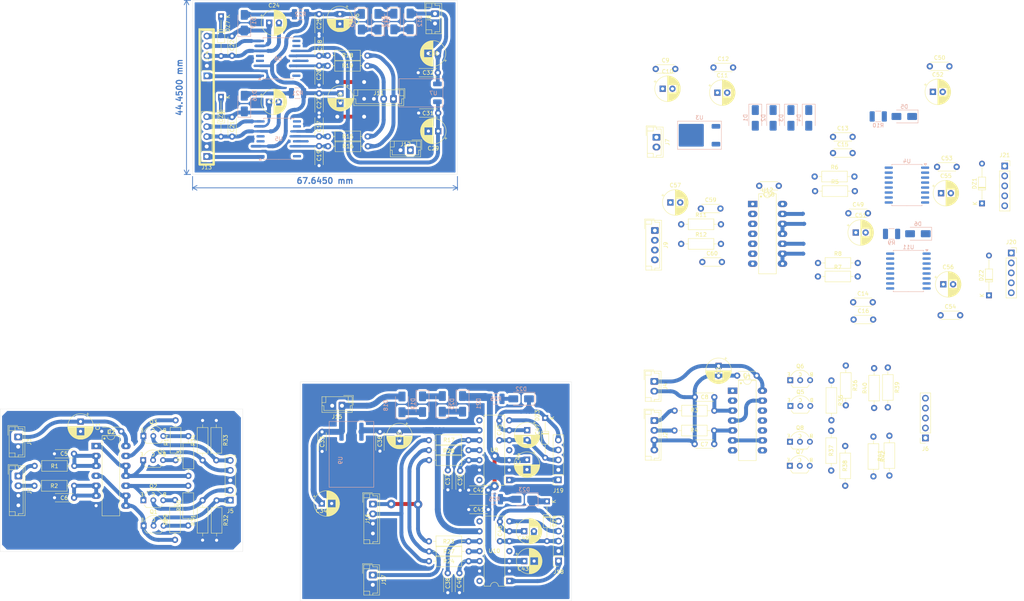
<source format=kicad_pcb>
(kicad_pcb (version 20240108) (generator "pcbnew") (generator_version "8.0")
  (layers (0 "F.Cu" signal) (31 "B.Cu" signal) (34 "B.Paste" user) (35 "F.Paste" user) (36 "B.SilkS" user "B.Silkscreen") (37 "F.SilkS" user "F.Silkscreen") (38 "B.Mask" user) (39 "F.Mask" user) (44 "Edge.Cuts" user))
  (net 0 "")
  (net 1 "Net-(D1-A)")
  (net 2 "GND")
  (net 3 "Net-(U5-HIN)")
  (net 4 "Net-(U6-HIN)")
  (net 5 "Net-(U5-LIN)")
  (net 6 "Net-(U6-LIN)")
  (net 7 "Net-(D12-A)")
  (net 8 "Net-(D12-K)")
  (net 9 "Net-(D13-K)")
  (net 10 "Net-(D14-K)")
  (net 11 "Net-(D15-K)")
  (net 12 "Net-(D16-A)")
  (net 13 "Net-(D17-A)")
  (net 14 "Net-(J11-Pin_1)")
  (net 15 "Net-(J11-Pin_2)")
  (net 17 "unconnected-(U5-SD-Pad13)")
  (net 18 "unconnected-(U6-SD-Pad13)")
  (net 20 "+5V")
  (net 30 "/VS11")
  (net 31 "/VD11")
  (net 32 "/VD22")
  (net 33 "/GH11")
  (net 34 "/GH22")
  (net 35 "/GL22")
  (net 36 "/GL11")
  (net 37 "Net-(D18-A)")
  (net 38 "Net-(U8-HIN)")
  (net 39 "Net-(U10-HIN)")
  (net 40 "Net-(U8-LIN)")
  (net 41 "Net-(U10-LIN)")
  (net 42 "Net-(D21-K)")
  (net 43 "Net-(D18-K)")
  (net 44 "Net-(D19-K)")
  (net 45 "Net-(D20-K)")
  (net 46 "Net-(D22-A)")
  (net 47 "Net-(D23-A)")
  (net 48 "Net-(J16-Pin_1)")
  (net 49 "Net-(J16-Pin_2)")
  (net 50 "Net-(J17-Pin_1)")
  (net 51 "Net-(U10-SD)")
  (net 55 "Net-(U8-SD)")
  (net 59 "Net-(U4-HIN)")
  (net 60 "Net-(J1-Pin_1)")
  (net 61 "Net-(J1-Pin_2)")
  (net 62 "Net-(J2-Pin_2)")
  (net 63 "Net-(J2-Pin_1)")
  (net 66 "Net-(C5-Pad2)")
  (net 67 "Net-(C6-Pad1)")
  (net 68 "Net-(C7-Pad1)")
  (net 69 "Net-(C8-Pad2)")
  (net 72 "/H2")
  (net 73 "/L1")
  (net 74 "/L2")
  (net 75 "/H1")
  (net 76 "Net-(U11-HIN)")
  (net 77 "Net-(U4-LIN)")
  (net 78 "Net-(U11-LIN)")
  (net 79 "Net-(D4-K)")
  (net 80 "/VS22")
  (net 81 "Net-(C59-Pad2)")
  (net 82 "Net-(C60-Pad1)")
  (net 83 "Net-(D1-K)")
  (net 84 "Net-(D2-K)")
  (net 85 "Net-(D3-K)")
  (net 86 "Net-(D5-A)")
  (net 87 "Net-(D6-A)")
  (net 88 "Net-(J9-Pin_1)")
  (net 89 "Net-(J9-Pin_2)")
  (net 90 "Net-(R5-Pad1)")
  (net 91 "Net-(R6-Pad1)")
  (net 92 "Net-(R7-Pad1)")
  (net 93 "Net-(R8-Pad1)")
  (net 106 "Net-(J5-Pin_1)")
  (net 107 "Net-(J5-Pin_5)")
  (net 108 "Net-(J5-Pin_4)")
  (net 109 "Net-(J5-Pin_2)")
  (net 110 "Net-(Q1-B)")
  (net 111 "Net-(Q2-B)")
  (net 112 "Net-(Q3-B)")
  (net 113 "Net-(Q4-B)")
  (net 114 "Net-(Q5-B)")
  (net 115 "Net-(Q5-E)")
  (net 116 "Net-(Q6-B)")
  (net 117 "Net-(Q6-E)")
  (net 118 "Net-(Q7-B)")
  (net 119 "Net-(Q7-E)")
  (net 120 "Net-(Q8-E)")
  (net 121 "Net-(Q8-B)")
  (footprint "Capacitor_THT:CP_Radial_D6.3mm_P2.50mm" (layer "F.Cu") (at 259.777621 109.221436)
    (property "Reference" "C56")
    (property "Value" "4.7uF")
  )
  (footprint "Resistor_THT:R_Axial_DIN0207_L6.3mm_D2.5mm_P10.16mm_Horizontal" (layer "F.Cu") (at 191.115 146.565)
    (property "Reference" "R4")
    (property "Value" "100")
  )
  (footprint "Capacitor_THT:C_Disc_D4.3mm_W1.9mm_P5.00mm" (layer "F.Cu") (at 256.335 53.546436)
    (property "Reference" "C50")
    (property "Value" "104")
  )
  (footprint "Resistor_THT:R_Axial_DIN0207_L6.3mm_D2.5mm_P10.16mm_Horizontal" (layer "F.Cu") (at 242.11 140.801436 90)
    (property "Reference" "R40")
    (property "Value" "4.7k")
  )
  (footprint "Capacitor_THT:C_Disc_D4.3mm_W1.9mm_P5.00mm" (layer "F.Cu") (at 100.358934 50.86 90)
    (property "Reference" "C18")
    (property "Value" "22p")
  )
  (footprint "Connector_JST:JST_EH_B4B-EH-A_1x04_P2.50mm_Vertical" (layer "F.Cu") (at 185.975 144.015 -90)
    (property "Reference" "J2")
    (property "Value" "Signal IN")
  )
  (footprint "Capacitor_THT:C_Disc_D4.3mm_W1.9mm_P5.00mm" (layer "F.Cu") (at 130.775 65.475 180)
    (property "Reference" "C31")
    (property "Value" "104")
  )
  (footprint "Resistor_THT:R_Axial_DIN0207_L6.3mm_D2.5mm_P10.16mm_Horizontal" (layer "F.Cu") (at 234.875 129.970718 -90)
    (property "Reference" "R36")
    (property "Value" "4.7k")
  )
  (footprint "Capacitor_THT:CP_Radial_D6.3mm_P2.50mm" (layer "F.Cu") (at 257.127621 60.071436)
    (property "Reference" "C52")
    (property "Value" "47uF")
  )
  (footprint "Package_DIP:DIP-14_W7.62mm" (layer "F.Cu") (at 148.925 159.2 180)
    (property "Reference" "U8")
    (property "Value" "IR2110")
  )
  (footprint "PCM_Package_DIP_AKL:DIP-14_W7.62mm_LongPads" (layer "F.Cu") (at 211.09 88.706436)
    (property "Reference" "U12")
    (property "Value" "74HC02" (hide yes))
  )
  (footprint "Capacitor_THT:CP_Radial_D6.3mm_P2.50mm" (layer "F.Cu") (at 39.43625 144.275 -90)
    (property "Reference" "C1")
    (property "Value" "100uF")
  )
  (footprint "Connector_PinSocket_2.54mm:PinSocket_1x05_P2.54mm_Vertical" (layer "F.Cu") (at 71.65 76.575 180)
    (property "Reference" "J13")
    (property "Value" "GDriver1")
  )
  (footprint "Capacitor_THT:C_Disc_D4.3mm_W1.9mm_P5.00mm" (layer "F.Cu") (at 198.235 103.521436)
    (property "Reference" "C60")
    (property "Value" "22p")
  )
  (footprint "Resistor_THT:R_Axial_DIN0207_L6.3mm_D2.5mm_P10.16mm_Horizontal" (layer "F.Cu") (at 112.758934 71.46 180)
    (property "Reference" "R15")
    (property "Value" "100")
  )
  (footprint "Capacitor_THT:C_Disc_D4.3mm_W1.9mm_P5.00mm" (layer "F.Cu") (at 196.3 138.04)
    (property "Reference" "C8")
    (property "Value" "22p")
  )
  (footprint "Resistor_THT:R_Axial_DIN0207_L6.3mm_D2.5mm_P10.16mm_Horizontal" (layer "F.Cu") (at 112.708934 53.41 180)
    (property "Reference" "R19")
    (property "Value" "100")
  )
  (footprint "Capacitor_THT:C_Disc_D4.3mm_W1.9mm_P5.00mm" (layer "F.Cu") (at 32.76125 152.5)
    (property "Reference" "C5")
    (property "Value" "22p")
  )
  (footprint "Capacitor_THT:C_Disc_D4.3mm_W1.9mm_P5.00mm" (layer "F.Cu") (at 231.61 71.571436)
    (property "Reference" "C13")
    (property "Value" "22p")
  )
  (footprint "Capacitor_THT:C_Disc_D4.3mm_W1.9mm_P5.00mm" (layer "F.Cu") (at 100.358934 53.36 -90)
    (property "Reference" "C20")
    (property "Value" "22p")
  )
  (footprint "PCM_Package_DIP_AKL:DIP-14_W7.62mm_LongPads" (layer "F.Cu") (at 43.41125 150.515)
    (property "Reference" "U2")
    (property "Value" "74HC02" (hide yes))
  )
  (footprint "Capacitor_THT:CP_Radial_D6.3mm_P2.50mm" (layer "F.Cu") (at 190.085 88.321436)
    (property "Reference" "C57")
    (property "Value" "100uF")
  )
  (footprint "Capacitor_THT:C_Disc_D4.3mm_W1.9mm_P5.00mm" (layer "F.Cu") (at 136.375 156.825 -90)
    (property "Reference" "C39")
    (property "Value" "22p")
  )
  (footprint "Connector_JST:JST_EH_B2B-EH-A_1x02_P2.50mm_Vertical" (layer "F.Cu") (at 123.658934 74.96 180)
    (property "Reference" "J12")
    (property "Value" "SD")
  )
  (footprint "Capacitor_THT:C_Disc_D4.3mm_W1.9mm_P5.00mm" (layer "F.Cu") (at 100.358934 73.91 -90)
    (property "Reference" "C19")
    (property "Value" "22p")
  )
  (footprint "Connector_JST:JST_EH_B4B-EH-A_1x04_P2.50mm_Vertical" (layer "F.Cu") (at 23.56125 158.175 -90)
    (property "Reference" "J1")
    (property "Value" "Signal IN")
  )
  (footprint "Resistor_THT:R_Axial_DIN0207_L6.3mm_D2.5mm_P10.16mm_Horizontal" (layer "F.Cu") (at 231.15 156.780718 90)
    (property "Reference" "R37")
    (property "Value" "4.7k")
  )
  (footprint "Capacitor_THT:C_Disc_D4.3mm_W1.9mm_P5.00mm" (layer "F.Cu") (at 197.86 89.871436)
    (property "Reference" "C59")
    (property "Value" "22p")
  )
  (footprint "Resistor_THT:R_Axial_DIN0207_L6.3mm_D2.5mm_P10.16mm_Horizontal" (layer "F.Cu") (at 231.2 133.780718 -90)
    (property "Reference" "R35")
    (property "Value" "4.7k")
  )
  (footprint "Connector_JST:JST_EH_B2B-EH-A_1x02_P2.50mm_Vertical" (layer "F.Cu") (at 185.975 134.015 -90)
    (property "Reference" "J4")
    (property "Value" "+5V")
  )
  (footprint "Connector_PinSocket_2.54mm:PinSocket_1x05_P2.54mm_Vertical" (layer "F.Cu") (at 255.21 148.461436 180)
    (property "Reference" "J6")
    (property "Value" "GDriver2")
  )
  (footprint "Connector_JST:JST_EH_B4B-EH-A_1x04_P2.50mm_Vertical" (layer "F.Cu") (at 119.358934 61.86 180)
    (property "Reference" "J11")
    (property "Value" "Signal IN")
  )
  (footprint "Resistor_THT:R_Axial_DIN0207_L6.3mm_D2.5mm_P10.16mm_Horizontal" (layer "F.Cu") (at 27.65125 160.675)
    (property "Reference" "R2")
    (property "Value" "100")
  )
  (footprint "Resistor_THT:R_Axial_DIN0207_L6.3mm_D2.5mm_P10.16mm_Horizontal" (layer "F.Cu") (at 128.375 151.575)
    (property "Reference" "R28")
    (property "Value" "100")
  )
  (footprint "Capacitor_THT:CP_Radial_D6.3mm_P2.50mm" (layer "F.Cu") (at 105.658934 40.21 -90)
    (property "Reference" "C26")
    (property "Value" "47uF")
  )
  (footprint "Capacitor_THT:CP_Radial_D6.3mm_P2.50mm" (layer "F.Cu") (at 120.9 146.725 -90)
    (property "Reference" "C35")
    (property "Value" "100uF")
  )
  (footprint "Connector_JST:JST_EH_B2B-EH-A_1x02_P2.50mm_Vertical" (layer "F.Cu") (at 129.958934 40.11 -90)
    (property "Reference" "J8")
    (property "Value" "12V GateSupply")
  )
  (footprint "Capacitor_THT:CP_Radial_D6.3mm_P2.50mm" (layer "F.Cu") (at 202.085 60.271436)
    (property "Reference" "C11")
    (property "Value" "100uF")
  )
  (footprint "Capacitor_THT:C_Disc_D4.3mm_W1.9mm_P5.00mm" (layer "F.Cu") (at 100.358934 40.21 -90)
    (property "Reference" "C25")
    (property "Value" "104")
  )
  (footprint "Connector_PinSocket_2.54mm:PinSocket_1x05_P2.54mm_Vertical" (layer "F.Cu") (at 161.46 159.14 180)
    (property "Reference" "J19")
    (property "Value" "GDriver1")
  )
  (footprint "Capacitor_THT:C_Disc_D4.3mm_W1.9mm_P5.00mm" (layer "F.Cu") (at 146.55 169.825 -90)
    (property "Reference" "C46")
    (property "Value" "104")
  )
  (footprint "Capacitor_THT:CP_Radial_D6.3mm_P2.50mm" (layer "F.Cu") (at 87.608934 42.41)
    (property "Reference" "C24")
    (property "Value" "4.7uF")
  )
  (footprint "Capacitor_THT:CP_Radial_D6.3mm_P2.50mm" (layer "F.Cu") (at 152.742621 172.275)
    (property "Reference" "C48")
    (property "Value" "4.7uF")
  )
  (footprint "Capacitor_THT:C_Disc_D4.3mm_W1.9mm_P5.00mm" (layer "F.Cu") (at 143.575 166.75 180)
    (property "Reference" "C41")
    (property "Value" "104")
  )
  (footprint "Resistor_THT:R_Axial_DIN0207_L6.3mm_D2.5mm_P10.16mm_Horizontal" (layer "F.Cu") (at 241.935 148.116436 -90)
    (property "Reference" "R42")
    (property "Value" "4.7k")
  )
  (footprint "Connector_JST:JST_EH_B2B-EH-A_1x02_P2.50mm_Vertical" (layer "F.Cu") (at 23.51125 148.2 -90)
    (property "Reference" "J3")
    (property "Value" "+5V")
  )
  (footprint "Connector_JST:JST_EH_B4B-EH-A_1x04_P2.50mm_Vertical" (layer "F.Cu") (at 186.11 95.471436 -90)
    (property "Reference" "J9")
    (property "Value" "Signal IN")
  )
  (footprint "Capacitor_THT:CP_Radial_D6.3mm_P2.50mm" (layer "F.Cu") (at 153.5 146.475 -90)
    (property "Reference" "C47")
    (property "Value" "4.7uF")
  )
  (footprint "PCM_Package_TO_SOT_THT_AKL:TO-92_Inline_Wide_ECB" (layer "F.Cu") (at 220.625 149.430718)
    (property "Reference" "Q8")
    (property "Value" "2SA1015" (hide yes))
  )
  (footprint "Resistor_THT:R_Axial_DIN0207_L6.3mm_D2.5mm_P10.16mm_Horizontal" (layer "F.Cu") (at 74.10625 143.99 -90)
    (property "Reference" "R33")
    (property "Value" "4.7k")
  )
  (footprint "Capacitor_THT:C_Disc_D4.3mm_W1.9mm_P5.00mm" (layer "F.Cu") (at 78.131 45.84 -90)
    (property "Reference" "C22")
    (property "Value" "104")
  )
  (footprint "Connector_PinSocket_2.54mm:PinSocket_1x05_P2.54mm_Vertical" (layer "F.Cu") (at 71.7 55.975 180)
    (property "Reference" "J14")
    (property "Value" "GDriver2")
  )
  (footprint "Capacitor_THT:C_Disc_D4.3mm_W1.9mm_P5.00mm" (layer "F.Cu") (at 49.83625 146.775 180)
    (property "Reference" "C2")
    (property "Value" "104")
  )
  (footprint "Connector_PinSocket_2.54mm:PinSocket_1x05_P2.54mm_Vertical" (layer "F.Cu") (at 161.52 179.88 180)
    (property "Reference" "J18")
    (property "Value" "GDriver2")
  )
  (footprint "Capacitor_THT:C_Disc_D4.3mm_W1.9mm_P5.00mm" (layer "F.Cu") (at 236.86 118.221436)
    (property "Reference" "C16")
    (property "Value" "22p")
  )
  (footprint "Resistor_THT:R_Axial_DIN0207_L6.3mm_D2.5mm_P10.16mm_Horizontal" (layer "F.Cu") (at 128.4 174.85)
    (property "Reference" "R23")
    (property "Value" "100")
  )
  (footprint "Diode_THT:D_DO-34_SOD68_P10.16mm_Horizontal" (layer "F.Cu") (at 271.435 112.031436 90)
    (property "Reference" "DZ2")
    (property "Value" "1EZ12")
  )
  (footprint "Capacitor_THT:C_Disc_D4.3mm_W1.9mm_P5.00mm" (layer "F.Cu") (at 146.4 144.05 -90)
    (property "Reference" "C45")
    (property "Value" "104")
  )
  (footprint "Capacitor_THT:C_Disc_D4.3mm_W1.9mm_P5.00mm" (layer "F.Cu") (at 236.76 113.796436)
    (property "Reference" "C14")
    (property "Value" "22p")
  )
  (footprint "Connector_JST:JST_EH_B2B-EH-A_1x02_P2.50mm_Vertical" (layer "F.Cu") (at 186.51 71.671436 -90)
    (property "Reference" "J7")
    (property "Value" "12V GateSupply")
  )
  (footprint "Resistor_THT:R_Axial_DIN0207_L6.3mm_D2.5mm_P10.16mm_Horizontal" (layer "F.Cu") (at 112.808934 73.96 180)
    (property "Reference" "R16")
    (property "Value" "100")
  )
  (footprint "Capacitor_THT:C_Disc_D4.3mm_W1.9mm_P5.00mm" (layer "F.Cu") (at 186.327621 54.221436)
    (property "Reference" "C9")
    (property "Value" "104")
  )
  (footprint "Resistor_THT:R_Axial_DIN0207_L6.3mm_D2.5mm_P10.16mm_Horizontal" (layer "F.Cu") (at 227.025 85.421436)
    (property "Reference" "R5")
    (property "Value" "100")
  )
  (footprint "Capacitor_THT:CP_Radial_D6.3mm_P2.50mm" (layer "F.Cu") (at 188.102621 59.271436)
    (property "Reference" "C10")
    (property "Value" "47uF")
  )
  (footprint "Capacitor_THT:C_Disc_D4.3mm_W1.9mm_P5.00mm" (layer "F.Cu") (at 115.9 146.825 -90)
    (property "Reference" "C36")
    (property "Value" "104")
  )
  (footprint "Capacitor_THT:CP_Radial_D6.3mm_P2.50mm" (layer "F.Cu") (at 237.435 95.996436)
    (property "Reference" "C51")
    (property "Value" "47uF")
  )
  (footprint "Capacitor_THT:C_Disc_D4.3mm_W1.9mm_P5.00mm" (layer "F.Cu") (at 212.125 132.54 180)
    (property "Reference" "C4")
    (property "Value" "104")
  )
  (footprint "Connector_JST:JST_EH_B2B-EH-A_1x02_P2.50mm_Vertical" (layer "F.Cu") (at 114.075 183.475 -90)
    (property "Reference" "J17")
    (property "Value" "SD")
  )
  (footprint "Capacitor_THT:C_Disc_D4.3mm_W1.9mm_P5.00mm" (layer "F.Cu") (at 143.55 161.775 180)
    (property "Reference" "C42")
    (property "Value" "104")
  )
  (footprint "Resistor_THT:R_Axial_DIN0207_L6.3mm_D2.5mm_P10.16mm_Horizontal" (layer "F.Cu") (at 70.60625 174.56 90)
    (property "Reference" "R31")
    (property "Value" "4.7k")
  )
  (footprint "Capacitor_THT:C_Disc_D4.3mm_W1.9mm_P5.00mm" (layer "F.Cu") (at 133.25 156.7 -90)
    (property "Reference" "C37")
    (property "Value" "22p")
  )
  (footprint "Capacitor_THT:C_Disc_D4.3mm_W1.9mm_P5.00mm" (layer "F.Cu") (at 101.115 146.9 -90)
    (property "Reference" "C33")
    (property "Value" "104")
  )
  (footprint "Capacitor_THT:CP_Radial_D6.3mm_P2.50mm" (layer "F.Cu") (at 101.067621 165.2)
    (property "Reference" "C34")
    (property "Value" "47uF")
  )
  (footprint "Capacitor_THT:CP_Radial_D6.3mm_P2.50mm" (layer "F.Cu") (at 153.45 154.025 -90)
    (property "Reference" "C44")
    (property "Value" "47uF")
  )
  (footprint "Capacitor_THT:C_Disc_D4.3mm_W1.9mm_P5.00mm" (layer "F.Cu") (at 100.358934 60.46 -90)
    (property "Reference" "C27")
    (property "Value" "104")
  )
  (footprint "Resistor_THT:R_Axial_DIN0207_L6.3mm_D2.5mm_P10.16mm_Horizontal" (layer "F.Cu") (at 227.76 107.221436)
    (property "Reference" "R7")
    (property "Value" "100")
  )
  (footprint "Resistor_THT:R_Axial_DIN0207_L6.3mm_D2.5mm_P10.16mm_Horizontal" (layer "F.Cu") (at 245.61 130.471436 -90)
    (property "Reference" "R39")
    (property "Value" "4.7k")
  )
  (footprint "Capacitor_THT:C_Disc_D4.3mm_W1.9mm_P5.00mm" (layer "F.Cu") (at 78.15 66.49 -90)
    (property "Reference" "C21")
    (property "Value" "104")
  )
  (footprint "PCM_Package_TO_SOT_THT_AKL:TO-92_Inline_Wide_ECB" (layer "F.Cu") (at 55.48125 147.975)
    (property "Reference" "Q3")
    (property "Value" "2SA1015" (hide yes))
  )
  (footprint "Resistor_THT:R_Axial_DIN0207_L6.3mm_D2.5mm_P10.16mm_Horizontal" (layer "F.Cu") (at 128.4 179.925)
    (property "Reference" "R24")
    (property "Value" "100")
  )
  (footprint "Capacitor_THT:CP_Radial_D6.3mm_P2.50mm" (layer "F.Cu") (at 130.699293 50.250707 180)
    (property "Reference" "C30")
    (property "Value" "47uF")
  )
  (footprint "Diode_THT:D_DO-34_SOD68_P10.16mm_Horizontal" (layer "F.Cu") (at 75.325 40.765 -90)
    (property "Reference" "DZ7")
    (property "Value" "1EZ12")
  )
  (footprint "Connector_JST:JST_EH_B4B-EH-A_1x04_P2.50mm_Vertical" (layer "F.Cu") (at 114.1 165.35 -90)
    (property "Reference" "J16")
    (property "Value" "Signal IN")
  )
  (footprint "Capacitor_THT:C_Disc_D4.3mm_W1.9mm_P5.00mm" (layer "F.Cu") (at 231.61 75.696436)
    (property "Reference" "C15")
    (property "Value" "22p")
  )
  (footprint "Package_DIP:DIP-14_W7.62mm" (layer "F.Cu") (at 148.96 184.98 180)
    (property "Reference" "U10")
    (property "Value" "IR2110")
  )
  (footprint "Resistor_THT:R_Axial_DIN0207_L6.3mm_D2.5mm_P10.16mm_Horizontal" (layer "F.Cu") (at 246.01 158.056436 90)
    (property "Reference" "R41")
    (property "Value" "4.7k")
  )
  (footprint "Capacitor_THT:C_Disc_D4.3mm_W1.9mm_P5.00mm" (layer "F.Cu") (at 217.76 84.071436 180)
    (property "Reference" "C58")
    (property "Value" "104")
  )
  (footprint "PCM_Package_TO_SOT_THT_AKL:TO-92_Inline_Wide_ECB" (layer "F.Cu") (at 55.48125 164.375)
    (property "Reference" "Q2")
    (property "Value" "2SA1015" (hide yes))
  )
  (footprint "Diode_THT:D_DO-34_SOD68_P10.16mm_Horizontal" (layer "F.Cu") (at 269.66 88.551436 90)
    (property "Reference" "DZ1")
    (property "Value" "1EZ12")
  )
  (footprint "Resistor_THT:R_Axial_DIN0207_L6.3mm_D2.5mm_P10.16mm_Horizontal" (layer "F.Cu") (at 128.44 177.425)
    (property "Reference" "R27")
    (property "Value" "100")
  )
  (footprint "Resistor_THT:R_Axial_DIN0207_L6.3mm_D2.5mm_P10.16mm_Horizontal" (layer "F.Cu") (at 63.55625 174.48 90)
    (property "Reference" "R29")
    (property "Value" "4.7k")
  )
  (footprint "Resistor_THT:R_Axial_DIN0207_L6.3mm_D2.5mm_P10.16mm_Horizontal" (layer "F.Cu") (at 192.83 98.896436)
    (property "Reference" "R12")
    (property "Value" "100")
  )
  (footprint "Resistor_THT:R_Axial_DIN0207_L6.3mm_D2.5mm_P10.16mm_Horizontal" (layer "F.Cu") (at 192.83 93.896436)
    (property "Reference" "R11")
    (property "Value" "100")
  )
  (footprint "Capacitor_THT:C_Disc_D4.3mm_W1.9mm_P5.00mm" (layer "F.Cu") (at 235.535 91.071436)
    (property "Reference" "C49")
    (property "Value" "104")
  )
  (footprint "PCM_Package_TO_SOT_THT_AKL:TO-92_Inline_Wide_ECB" (layer "F.Cu") (at 220.585 155.565718)
    (property "Reference" "Q7")
    (property "Value" "2SA1015" (hide yes))
  )
  (footprint "Resistor_THT:R_Axial_DIN0207_L6.3mm_D2.5mm_P10.16mm_Horizontal" (layer "F.Cu") (at 66.93125 170.825 90)
    (property "Reference" "R30")
    (property "Value" "4.7k")
  )
  (footprint "Capacitor_THT:C_Disc_D4.3mm_W1.9mm_P5.00mm" (layer "F.Cu") (at 133.225 182.975 -90)
    (property "Reference" "C38")
    (property "Value" "22p")
  )
  (footprint "Resistor_THT:R_Axial_DIN0207_L6.3mm_D2.5mm_P10.16mm_Horizontal" (layer "F.Cu") (at 70.60625 154.15 90)
    (property "Reference" "R34")
    (property "Value" "4.7k")
  )
  (footprint "PCM_Package_TO_SOT_THT_AKL:TO-92_Inline_Wide_ECB" (layer "F.Cu") (at 55.55625 170.875)
    (property "Reference" "Q1")
    (property "Value" "2SA1015" (hide yes))
  )
  (footprint "Diode_THT:D_DO-34_SOD68_P10.16mm_Horizontal" (layer "F.Cu") (at 158.55 164.645 -90)
    (property "Reference" "DZ4")
    (property "Value" "1EZ12")
  )
  (footprint "Capacitor_THT:C_Disc_D4.3mm_W1.9mm_P5.00mm" (layer "F.Cu") (at 37.78625 163.725 180)
    (property "Reference" "C6")
    (property "Value" "22p")
  )
  (footprint "Resistor_THT:R_Axial_DIN0207_L6.3mm_D2.5mm_P10.16mm_Horizontal" (layer "F.Cu") (at 226.92 81.696436)
    (property "Reference" "R6")
    (property "Value" "100")
  )
  (footprint "Capacitor_THT:C_Disc_D4.3mm_W1.9mm_P5.00mm" (layer "F.Cu") (at 201.275 150.015 180)
    (property "Reference" "C7")
    (property "Value" "22p")
  )
  (footprint "Resistor_THT:R_Axial_DIN0207_L6.3mm_D2.5mm_P10.16mm_Horizontal" (layer "F.Cu") (at 227.78 103.771436)
    (property "Reference" "R8")
    (property "Value" "100")
  )
  (footprint "Connector_JST:JST_EH_B2B-EH-A_1x02_P2.50mm_Vertical" (layer "F.Cu") (at 106.2 140.225 180)
    (property "Reference" "J15")
    (property "Value" "12V GateSupply")
  )
  (footprint "Capacitor_THT:C_Disc_D4.3mm_W1.9mm_P5.00mm" (layer "F.Cu") (at 130.675 55.176 180)
    (property "Reference" "C32")
    (property "Value" "104")
  )
  (footprint "Capacitor_THT:C_Disc_D4.3mm_W1.9mm_P5.00mm" (layer "F.Cu") (at 259.085 117.121436)
    (property "Reference" "C54")
    (property "Value" "104")
  )
  (footprint "Capacitor_THT:C_Disc_D4.3mm_W1.9mm_P5.00mm" (layer "F.Cu") (at 201.085 53.846436)
    (property "Reference" "C12")
    (property "Value" "104")
  )
  (footprint "PCM_Package_DIP_AKL:DIP-14_W7.62mm_LongPads" (layer "F.Cu") (at 205.955 136.39)
    (property "Reference" "U1")
    (property "Value" "74LS04" (hide yes))
  )
  (footprint "Capacitor_THT:CP_Radial_D6.3mm_P2.50mm" (layer "F.Cu") (at 259.202621 85.946436)
    (property "Reference" "C55")
    (property "Value" "4.7uF")
  )
  (footprint "Resistor_THT:R_Axial_DIN0207_L6.3mm_D2.5mm_P10.16mm_Horizontal" (layer "F.Cu") (at 63.70625 154.125 90)
    (property "Reference" "R14")
    (property "Value" "4.7k")
  )
  (footprint "Capacitor_THT:CP_Radial_D6.3mm_P2.50mm" (layer "F.Cu") (at 105.808934 60.46 -90)
    (property "Reference" "C28")
    (property "Value" "47uF")
  )
  (footprint "Capacitor_THT:C_Disc_D4.3mm_W1.9mm_P5.00mm" (layer "F.Cu") (at 258.185 79.221436)
    (property "Reference" "C53")
    (property "Value" "104")
  )
  (footprint "PCM_Package_TO_SOT_THT_AKL:TO-92_Inline_Wide_ECB" (layer "F.Cu") (at 220.685 133.715718)
    (property "Reference" "Q6")
    (property "Value" "2SA1015" (hide yes))
  )
  (footprint "Capacitor_THT:C_Disc_D4.3mm_W1.9mm_P5.00mm" (layer "F.Cu") (at 100.358934 71.46 90)
    (property "Reference" "C17")
    (property "Value" "22p")
  )
  (footprint "Capacitor_THT:CP_Radial_D6.3mm_P2.50mm" (layer "F.Cu") (at 87.558934 62.61)
    (property "Reference" "C23")
    (property "Value" "4.7uF")
  )
  (footprint "Capacitor_THT:CP_Radial_D6.3mm_P2.50mm" (layer "F.Cu") (at 152.775 179.9)
    (property "Reference" "C43")
    (property "Value" "47uF")
  )
  (footprint "Connector_PinSocket_2.54mm:PinSocket_1x05_P2.54mm_Vertical" (layer "F.Cu") (at 77.68125 164.355 180)
    (property "Reference" "J5")
    (property "Value" "GDriver2")
  )
  (footprint "Resistor_THT:R_Axial_DIN0207_L6.3mm_D2.5mm_P10.16mm_Horizontal" (layer "F.Cu") (at 112.708934 50.81 180)
    (property "Reference" "R18")
    (property "Value" "100")
  )
  (footprint "Resistor_THT:R_Axial_DIN0207_L6.3mm_D2.5mm_P10.16mm_Horizontal" (layer "F.Cu") (at 27.70125 155.6)
    (property "Reference" "R1")
    (property "Value" "100")
  )
  (footprint "Capacitor_THT:CP_Radial_D6.3mm_P2.50mm" (layer "F.Cu") (at 130.775 70.1 180)
    (property "Reference" "C29")
    (property "Value" "100uF")
  )
  (footprint "Diode_THT:D_DO-34_SOD68_P10.16mm_Horizontal" (layer "F.Cu") (at 158.1 143.35 -90)
    (property "Reference" "DZ3")
    (property "Value" "1EZ12")
  )
  (footprint "Resistor_THT:R_Axial_DIN0207_L6.3mm_D2.5mm_P10.16mm_Horizontal" (layer "F.Cu") (at 128.375 149.025)
    (property "Reference" "R17")
    (property "Value" "100")
  )
  (footprint "Resistor_THT:R_Axial_DIN0207_L6.3mm_D2.5mm_P10.16mm_Horizontal" (layer "F.Cu") (at 128.425 154.125)
    (property "Reference" "R20")
    (property "Value" "100")
  )
  (footprint "PCM_Package_TO_SOT_THT_AKL:TO-92_Inline_Wide_ECB" (layer "F.Cu") (at 55.43125 154.125)
    (property "Reference" "Q4")
    (property "Value" "2SA1015" (hide yes))
  )
  (footprint "Resistor_THT:R_Axial_DIN0207_L6.3mm_D2.5mm_P10.16mm_Horizontal" (layer "F.Cu") (at 66.98125 158.15 90)
    (property "Reference" "R13")
    (property "Value" "4.7k")
  )
  (footprint "Resistor_THT:R_Axial_DIN0207_L6.3mm_D2.5mm_P10.16mm_Horizontal" (layer "F.Cu") (at 234.725 160.665718 90)
    (property "Reference" "R38")
    (property "Value" "4.7k")
  )
  (footprint "Resistor_THT:R_Axial_DIN0207_L6.3mm_D2.5mm_P10.16mm_Horizontal" (layer "F.Cu") (at 74.18125 164.425 -90)
    (property "Reference" "R32")
    (property "Value" "4.7k")
  )
  (footprint "Connector_PinSocket_2.54mm:PinSocket_1x05_P2.54mm_Vertical" (layer "F.Cu") (at 275.46 79.001436)
    (property "Reference" "J21")
    (property "Value" "GDriver1")
  )
  (footprint "Capacitor_THT:CP_Radial_D6.3mm_P2.50mm" (layer "F.Cu") (at 202.375 130.065 -90)
    (property "Reference" "C3")
    (property "Value" "100uF")
  )
  (footprint "Connector_PinSocket_2.54mm:PinSocket_1x05_P2.54mm_Vertical" (layer "F.Cu") (at 277.135 101.216436)
    (property "Reference" "J20")
    (property "Value" "GDriver2")
  )
  (footprint "Resistor_THT:R_Axial_DIN0207_L6.3mm_D2.5mm_P10.16mm_Horizontal" (layer "F.Cu") (at 191.15 141.49)
    (property "Reference" "R3")
    (property "Value" "100")
  )
  (footprint "Diode_THT:D_DO-34_SOD68_P10.16mm_Horizontal" (layer "F.Cu") (at 75.3 61.34 -90)
    (property "Reference" "DZ8")
    (property "Value" "1EZ12")
  )
  (footprint "PCM_Package_TO_SOT_THT_AKL:TO-92_Inline_Wide_ECB" (layer "F.Cu") (at 220.72 140.280718)
    (property "Reference" "Q5")
    (property "Value" "2SA1015" (hide yes))
  )
  (footprint "Capacitor_THT:C_Disc_D4.3mm_W1.9mm_P5.00mm" (layer "F.Cu") (at 136.2 182.975 -90)
    (property "Reference" "C40")
    (property "Value" "22p")
  )
  (footprint "Package_SO:SOIC-16W_7.5x10.3mm_P1.27mm" (layer "B.Cu") (at 250.86 105.826436 180)
    (property "Reference" "U11")
    (property "Value" "IR2113S")
  )
  (footprint "Diode_SMD:D_SMA" (layer "B.Cu") (at 111.158934 42.16 -90)
    (property "Reference" "D15")
    (property "Value" "1N4007")
  )
  (footprint "Diode_SMD:D_SMA" (layer "B.Cu") (at 225.41 66.721436 -90)
    (property "Reference" "D4")
    (property "Value" "1N4007")
  )
  (footprint "Diode_SMD:D_SMA" (layer "B.Cu") (at 152.775 164.125 180)
    (property "Reference" "D23")
    (property "Value" "1N4007")
  )
  (footprint "Resistor_SMD:R_1210_3225Metric_Pad1.30x2.65mm_HandSolder" (layer "B.Cu") (at 94.858934 60.41 180)
    (property "Reference" "R21")
    (property "Value" "10")
  )
  (footprint "Diode_SMD:D_SMA" (layer "B.Cu") (at 151.9575 138.465 180)
    (property "Reference" "D22")
    (property "Value" "1N4007")
  )
  (footprint "Diode_SMD:D_SMA" (layer "B.Cu") (at 253.285 96.301436 180)
    (property "Reference" "D6")
    (property "Value" "1N4007")
  )
  (footprint "Diode_SMD:D_SMA" (layer "B.Cu") (at 249.81 66.351436 180)
    (property "Reference" "D5")
    (property "Value" "1N4007")
  )
  (footprint "Diode_SMD:D_SMA" (layer "B.Cu") (at 81.258934 63.06 90)
    (property "Reference" "D16")
    (property "Value" "1N4007")
  )
  (footprint "PCM_Package_TO_SOT_SMD_AKL:TO-263-3_TabPin2" (layer "B.Cu") (at 108.625 152.65 -90)
    (property "Reference" "U9")
    (property "Value" "LM7805S" (hide yes))
  )
  (footprint "Diode_SMD:D_SMA" (layer "B.Cu") (at 216.31 66.721436 -90)
    (property "Reference" "D2")
    (property "Value" "1N4007")
  )
  (footprint "Diode_SMD:D_SMA" (layer "B.Cu") (at 137 139.75 -90)
    (property "Reference" "D21")
    (property "Value" "1N4007")
  )
  (footprint "PCM_Package_TO_SOT_SMD_AKL:TO-252-2" (layer "B.Cu") (at 126.375 60.325 180)
    (property "Reference" "U7")
    (property "Value" "LM7805S" (hide yes))
  )
  (footprint "Diode_SMD:D_SMA" (layer "B.Cu") (at 220.86 66.721436 -90)
    (property "Reference" "D3")
    (property "Value" "1N4007")
  )
  (footprint "Resistor_SMD:R_1210_3225Metric_Pad1.30x2.65mm_HandSolder" (layer "B.Cu") (at 145.525 138.475)
    (property "Reference" "R26")
    (property "Value" "10")
  )
  (footprint "Diode_SMD:D_SMA" (layer "B.Cu") (at 211.76 66.721436 -90)
    (property "Reference" "D1")
    (property "Value" "1N4007")
  )
  (footprint "Package_SO:SOIC-16W_7.5x10.3mm_P1.27mm" (layer "B.Cu") (at 90.058934 72.06)
    (property "Reference" "U5")
    (property "Value" "IR2113S")
  )
  (footprint "Diode_SMD:D_SMA" (layer "B.Cu") (at 115.408934 42.16 90)
    (property "Reference" "D14")
    (property "Value" "1N4007")
  )
  (footprint "Package_SO:SOIC-16W_7.5x10.3mm_P1.27mm" (layer "B.Cu") (at 250.485 83.876436 180)
    (property "Reference" "U4")
    (property "Value" "IR2113S")
  )
  (footprint "PCM_Package_TO_SOT_SMD_AKL:TO-252-2" (layer "B.Cu") (at 197.51 71.146436 180)
    (property "Reference" "U3")
    (property "Value" "LM7805S" (hide yes))
  )
  (footprint "Diode_SMD:D_SMA" (layer "B.Cu") (at 81.258934 42.41 90)
    (property "Reference" "D17")
    (property "Value" "1N4007")
  )
  (footprint "Diode_SMD:D_SMA" (layer "B.Cu") (at 123.608934 42.06 90)
    (property "Reference" "D12")
    (property "Value" "1N4007")
  )
  (footprint "Diode_SMD:D_SMA" (layer "B.Cu") (at 119.458934 42.11 -90)
    (property "Reference" "D13")
    (property "Value" "1N4007")
  )
  (footprint "Resistor_SMD:R_1210_3225Metric_Pad1.30x2.65mm_HandSolder" (layer "B.Cu") (at 95.608934 40.26 180)
    (property "Reference" "R22")
    (property "Value" "10")
  )
  (footprint "Resistor_SMD:R_1210_3225Metric_Pad1.30x2.65mm_HandSolder" (layer "B.Cu") (at 243.16 66.351436)
    (property "Reference" "R10")
    (property "Value" "10")
  )
  (footprint "Diode_SMD:D_SMA" (layer "B.Cu") (at 131.825 139.75 90)
    (property "Reference" "D20")
    (property "Value" "1N4007")
  )
  (footprint "Resistor_SMD:R_1210_3225Metric_Pad1.30x2.65mm_HandSolder" (layer "B.Cu") (at 145.125 164.1)
    (property "Reference" "R25")
    (property "Value" "10")
  )
  (footprint "Diode_SMD:D_SMA" (layer "B.Cu") (at 126.775 139.825 -90)
    (property "Reference" "D19")
    (property "Value" "1N4007")
  )
  (footprint "Package_SO:SOIC-16W_7.5x10.3mm_P1.27mm" (layer "B.Cu") (at 89.908934 51.51)
    (property "Reference" "U6")
    (property "Value" "IR2113S")
  )
  (footprint "Diode_SMD:D_SMA" (layer "B.Cu") (at 121.525 139.875 90)
    (property "Reference" "D18")
    (property "Value" "1N4007")
  )
  (footprint "Resistor_SMD:R_1210_3225Metric_Pad1.30x2.65mm_HandSolder" (layer "B.Cu") (at 246.56 96.351436)
    (property "Reference" "R9")
    (property "Value" "10")
  )
  (gr_rect (start 69.85 44.125) (end 73.45 78.625) (stroke (width 0.6)) (fill none) (layer "F.SilkS"))
  (gr_rect (start 18.89125 141.059696) (end 80.89125 177.459696) (stroke (width 0.05)) (fill none) (layer "Edge.Cuts"))
  (gr_rect (start 95.55 134.1) (end 164.825 190.1) (stroke (width 0.05)) (fill none) (layer "Edge.Cuts"))
  (gr_rect (start 68.048934 36.71) (end 135.693934 81.16) (stroke (width 0.05)) (fill none) (layer "Edge.Cuts"))
  (dimension (type aligned) (layer "B.Cu") (pts (xy 68.048934 36.71) (xy 68.048934 81.16)) (height 1.548934) (gr_text "44.4500 mm" (at 64.7 58.935 90) (layer "B.Cu") (effects (font (size 1.5 1.5) (thickness 0.3)))) (format (prefix "") (suffix "") (units 3) (units_format 1) (precision 4)) (style (thickness 0.2) (arrow_length 1.27) (text_position_mode 0) (extension_height 0.58642) (extension_offset 0.5) keep_text_aligned))
  (dimension (type aligned) (layer "B.Cu") (pts (xy 68.048934 81.16) (xy 135.693934 81.16)) (height 3.415) (gr_text "67.6450 mm" (at 101.871434 82.775 0) (layer "B.Cu") (effects (font (size 1.5 1.5) (thickness 0.3)))) (format (prefix "") (suffix "") (units 3) (units_format 1) (precision 4)) (style (thickness 0.2) (arrow_length 1.27) (text_position_mode 0) (extension_height 0.58642) (extension_offset 0.5) keep_text_aligned))
  (segment (start 105.008934 66.41) (end 111.858934 66.41) (width 1) (layer "F.Cu") (net 2))
  (segment (start 105.008934 57.51) (end 105.033934 57.535) (width 1) (layer "F.Cu") (net 2))
  (segment (start 111.858934 57.56) (end 105.094289 57.56) (width 1) (layer "F.Cu") (net 2))
  (via (at 105.008934 57.51) (size 2.2) (drill 1) (layers "F.Cu" "B.Cu") (net 2))
  (via (at 105.008934 66.41) (size 2.2) (drill 1) (layers "F.Cu" "B.Cu") (net 2))
  (via (at 111.858934 57.56) (size 2.2) (drill 1) (layers "F.Cu" "B.Cu") (net 2))
  (via (at 111.858934 66.41) (size 2.2) (drill 1) (layers "F.Cu" "B.Cu") (net 2))
  (arc (start 105.094289 57.56) (mid 105.061625 57.553502) (end 105.033934 57.535) (width 1) (layer "F.Cu") (net 2))
  (segment (start 190.089339 136.54) (end 186.017677 136.54) (width 1) (layer "B.Cu") (net 2))
  (segment (start 155.275 180.28125) (end 155.275 181.186351) (width 1) (layer "B.Cu") (net 2))
  (segment (start 100.783934 57.935) (end 100.358934 58.36) (width 1) (layer "B.Cu") (net 2))
  (segment (start 141.949877 182.44) (end 141.861488 182.44) (width 1) (layer "B.Cu") (net 2))
  (segment (start 140.853864 182.44) (end 140.836186 182.44) (width 1) (layer "B.Cu") (net 2))
  (segment (start 71.717071 53.425) (end 81.2244 53.425) (width 1) (layer "B.Cu") (net 2))
  (segment (start 142.126653 182.44) (end 142.108976 182.44) (width 1) (layer "B.Cu") (net 2))
  (segment (start 140.95109 182.44) (end 140.88038 182.44) (width 1) (layer "B.Cu") (net 2))
  (segment (start 196.3 136.59) (end 196.3 138.04) (width 1) (layer "B.Cu") (net 2))
  (segment (start 136.2 187.211815) (end 136.2 187.975) (width 1) (layer "B.Cu") (net 2))
  (segment (start 141.0218 182.44) (end 140.95109 182.44) (width 1) (layer "B.Cu") (net 2))
  (segment (start 142.038266 182.44) (end 141.949877 182.44) (width 1) (layer "B.Cu") (net 2))
  (segment (start 111.858934 57.56) (end 111.858934 61.86) (width 1) (layer "B.Cu") (net 2))
  (segment (start 140.818508 182.44) (end 140.80083 182.44) (width 1) (layer "B.Cu") (net 2))
  (segment (start 82.503934 53.955) (end 83.033934 54.485) (width 1) (layer "B.Cu") (net 2))
  (segment (start 154.630625 182.069375) (end 154.614687 182.085312) (width 1) (layer "B.Cu") (net 2))
  (segment (start 143.316006 182.44) (end 143.06268 182.44) (width 1) (layer "B.Cu") (net 2))
  (segment (start 141.186843 156.666828) (end 141.176752 156.668371) (width 1) (layer "B.Cu") (net 2))
  (segment (start 143.823304 182.44) (end 143.400663 182.44) (width 1) (layer "B.Cu") (net 2))
  (segment (start 142.409497 182.44) (end 142.471369 182.44) (width 1) (layer "B.Cu") (net 2))
  (segment (start 32.768572 163.725) (end 24.500158 163.725) (width 1) (layer "B.Cu") (net 2))
  (segment (start 155.10625 181.59375) (end 154.85375 181.84625) (width 1) (layer "B.Cu") (net 2))
  (segment (start 26.563457 150.7) (end 23.51125 150.7) (width 1) (layer "B.Cu") (net 2))
  (segment (start 79.355 75.23) (end 79.35 75.225) (width 0.6) (layer "B.Cu") (net 2))
  (segment (start 140.853864 182.44) (end 140.88038 182.44) (width 1) (layer "B.Cu") (net 2))
  (segment (start 158.62 178.08) (end 158.56 178.14) (width 1) (layer "B.Cu") (net 2))
  (segment (start 154.602734 182.097264) (end 154.606718 182.09328) (width 1) (layer "B.Cu") (net 2))
  (segment (start 79.367071 75.235) (end 85.408934 75.235) (width 0.6) (layer "B.Cu") (net 2))
  (segment (start 155.65625 179.9) (end 156.0375 179.9) (width 1) (layer "B.Cu") (net 2))
  (segment (start 155.10625 181.59375) (end 157.4 179.3) (width 1) (layer "B.Cu") (net 2))
  (segment (start 142.223881 182.44) (end 142.15317 182.44) (width 1) (layer "B.Cu") (net 2))
  (segment (start 154.614687 182.085312) (end 154.606718 182.09328) (width 1) (layer "B.Cu") (net 2))
  (segment (start 158.67625 178.02375) (end 158.678125 178.021875) (width 1) (layer "B.Cu") (net 2))
  (segment (start 142.648146 182.44) (end 142.471369 182.44) (width 1) (layer "B.Cu") (net 2))
  (segment (start 136.161611 161.7) (end 133.25 161.7) (width 1) (layer "B.Cu") (net 2))
  (segment (start 143.974861 182.44) (end 143.823304 182.44) (width 1) (layer "B.Cu") (net 2))
  (segment (start 133.25 188) (end 133.225 187.975) (width 1) (layer "B.Cu") (net 2))
  (segment (start 142.895634 182.44) (end 142.868712 182.44) (width 1) (layer "B.Cu") (net 2))
  (segment (start 144.213915 182.44) (end 144.319575 182.44) (width 1) (layer "B.Cu") (net 2))
  (segment (start 154.602734 182.097264) (end 154.606718 182.09328) (width 1) (layer "B.Cu") (net 2))
  (segment (start 32.76125 152.5) (end 32.76125 149.292982) (width 1) (layer "B.Cu") (net 2))
  (segment (start 142.294592 182.44) (end 142.303431 182.44) (width 1) (layer "B.Cu") (net 2))
  (segment (start 144.094388 182.44) (end 143.974861 182.44) (width 1) (layer "B.Cu") (net 2))
  (segment (start 185.975 149.068033) (end 185.975 151.515) (width 1) (layer "B.Cu") (net 2))
  (segment (start 158.62 178.08) (end 158.56 178.14) (width 1) (layer "B.Cu") (net 2))
  (segment (start 158.679375 178.020625) (end 158.678125 178.021875) (width 1) (layer "B.Cu") (net 2))
  (segment (start 99.346434 76.2475) (end 99.77557 76.676636) (width 0.6) (layer "B.Cu") (net 2))
  (segment (start 141.48142 182.44) (end 141.384193 182.44) (width 1) (layer "B.Cu") (net 2))
  (segment (start 143.316006 182.44) (end 143.400663 182.44) (width 1) (layer "B.Cu") (net 2))
  (segment (start 154.614687 182.085312) (end 154.606718 182.09328) (width 1) (layer "B.Cu") (net 2))
  (segment (start 145.815 182.44) (end 148.96 182.44) (width 1) (layer "B.Cu") (net 2))
  (segment (start 91.7325 54.6925) (end 91.725 54.7) (width 0.6) (layer "B.Cu") (net 2))
  (segment (start 144.485 182.44) (end 144.429858 182.44) (width 1) (layer "B.Cu") (net 2))
  (segment (start 158.65 178.05) (end 158.62 178.08) (width 1) (layer "B.Cu") (net 2))
  (segment (start 83.924888 54.685) (end 85.258934 54.685) (width 0.6) (layer "B.Cu") (net 2))
  (segment (start 97.766256 54.685) (end 94.558934 54.685) (width 0.6) (layer "B.Cu") (net 2))
  (segment (start 185.9875 136.5275) (end 185.975 136.515) (width 1) (layer "B.Cu") (net 2))
  (segment (start 154.600078 182.099921) (end 154.602734 182.097264) (width 1) (layer "B.Cu") (net 2))
  (segment (start 138.5375 161.7875) (end 138.525 161.8) (width 1) (layer "B.Cu") (net 2))
  (segment (start 104.983934 66.435) (end 105.008934 66.41) (width 1) (layer "B.Cu") (net 2))
  (segment (start 193.71066 138.04) (end 196.3 138.04) (width 1) (layer "B.Cu") (net 2))
  (segment (start 142.091299 182.44) (end 142.038266 182.44) (width 1) (layer "B.Cu") (net 2))
  (segment (start 94.708934 75.235) (end 93.349099 75.235) (width 0.6) (layer "B.Cu") (net 2))
  (segment (start 158.56 178.14) (end 157.4 179.3) (width 1) (layer "B.Cu") (net 2))
  (segment (start 144.429858 182.44) (end 144.319575 182.44) (width 1) (layer "B.Cu") (net 2))
  (segment (start 104.923578 66.46) (end 100.358934 66.46) (width 1) (layer "B.Cu") (net 2))
  (segment (start 158.6725 178.0275) (end 158.67625 178.02375) (width 1) (layer "B.Cu") (net 2))
  (segment (start 39.43625 146.775) (end 44.83625 146.775) (width 1) (layer "B.Cu") (net 2))
  (segment (start 142.108976 182.44) (end 142.091299 182.44) (width 1) (layer "B.Cu") (net 2))
  (segment (start 141.154384 182.44) (end 141.207417 182.44) (width 1) (layer "B.Cu") (net 2))
  (segment (start 100.358934 78.085) (end 100.358934 78.91) (width 0.6) (layer "B.Cu") (net 2))
  (segment (start 140.80083 182.44) (end 140.783153 182.44) (width 1) (layer "B.Cu") (net 2))
  (segment (start 141.119028 182.44) (end 141.092511 182.44) (width 1) (layer "B.Cu") (net 2))
  (segment (start 142.356464 182.44) (end 142.303431 182.44) (width 1) (layer "B.Cu") (net 2))
  (segment (start 140.156712 188.025) (end 133.310355 188.025) (width 1) (layer "B.Cu") (net 2))
  (segment (start 32.76125 152.5) (end 30.909042 152.5) (width 1) (layer "B.Cu") (net 2))
  (segment (start 154.72625 181.97375) (end 154.6625 182.0375) (width 1) (layer "B.Cu") (net 2))
  (segment (start 141.092511 182.44) (end 141.0218 182.44) (width 1) (layer "B.Cu") (net 2))
  (segment (start 142.294592 182.44) (end 142.223881 182.44) (width 1) (layer "B.Cu") (net 2))
  (segment (start 140.836186 182.44) (end 140.818508 182.44) (width 1) (layer "B.Cu") (net 2))
  (segment (start 94.558934 54.685) (end 91.750606 54.685) (width 0.6) (layer "B.Cu") (net 2))
  (segment (start 157.339168 179.360831) (end 157.4 179.3) (width 1) (layer "B.Cu") (net 2))
  (segment (start 202.417677 132.54) (end 207.125 132.54) (width 1) (layer "B.Cu") (net 2))
  (segment (start 158.678125 178.021875) (end 158.679375 178.020625) (width 1) (layer "B.Cu") (net 2))
  (segment (start 158.665 178.035) (end 158.65 178.05) (width 1) (layer "B.Cu") (net 2))
  (segment (start 94.708934 75.235) (end 96.902042 75.235) (width 0.6) (layer "B.Cu") (net 2))
  (segment (start 158.65 178.05) (end 158.62 178.08) (width 1) (layer "B.Cu") (net 2))
  (segment (start 32.76125 152.5) (end 32.76125 163.682322) (width 1) (layer "B.Cu") (net 2))
  (segment (start 154.600078 182.099921) (end 154.59875 182.10125) (width 1) (layer "B.Cu") (net 2))
  (segment (start 39.43625 146.775) (end 35.279232 146.775) (width 1) (layer "B.Cu") (net 2))
  (segment (start 87.3892 75.61) (end 92.443768 75.61) (width 0.6) (layer "B.Cu") (net 2))
  (segment (start 154.72625 181.97375) (end 154.85375 181.84625) (width 1) (layer "B.Cu") (net 2))
  (segment (start 155.10625 181.59375) (end 154.85375 181.84625) (width 1) (layer "B.Cu") (net 2))
  (segment (start 97.796434 54.6975) (end 97.808934 54.71) (width 0.6) (layer "B.Cu") (net 2))
  (segment (start 194.695926 149.09) (end 186.103033 149.09) (width 1) (layer "B.Cu") (net 2))
  (segment (start 86.483869 75.235) (end 85.408934 75.235) (width 0.6) (layer "B.Cu") (net 2))
  (segment (start 71.751731 53.499176) (end 71.704399 53.451844) (width 1) (layer "B.Cu") (net 2))
  (segment (start 138.492323 157.394681) (end 137.192766 158.694239) (width 1) (layer "B.Cu") (net 2))
  (segment (start 140.266003 156.66) (end 141.305 156.66) (width 1) (layer "B.Cu") (net 2))
  (segment (start 158.67625 178.02375) (end 158.678125 178.021875) (width 1) (layer "B.Cu") (net 2))
  (segment (start 154.630625 182.069375) (end 154.6625 182.0375) (width 1) (layer "B.Cu") (net 2))
  (segment (start 141.154384 182.44) (end 141.136706 182.44) (width 1) (layer "B.Cu") (net 2))
  (segment (start 144.209547 186.040452) (end 143.6875 186.5625) (width 1) (layer "B.Cu") (net 2))
  (segment (start 144.213915 182.44) (end 144.094388 182.44) (width 1) (layer "B.Cu") (net 2))
  (segment (start 160.321665 177.34) (end 161.52 177.34) (width 1) (layer "B.Cu") (net 2))
  (segment (start 158.6725 178.0275) (end 158.665 178.035) (width 1) (layer "B.Cu") (net 2))
  (segment (start 143.06268 182.44) (end 142.949478 182.44) (width 1) (layer "B.Cu") (net 2))
  (segment (start 145.815 182.44) (end 144.485 182.44) (width 1) (layer "B.Cu") (net 2))
  (segment (start 154.72625 181.97375) (end 154.85375 181.84625) (width 1) (layer "B.Cu") (net 2))
  (segment (start 136.375 161.780805) (end 136.375 160.668503) (width 1) (layer "B.Cu") (net 2))
  (segment (start 196.2625 150.0025) (end 196.2875 150.0275) (width 1) (layer "B.Cu") (net 2))
  (segment (start 105.008934 57.51) (end 101.809974 57.51) (width 1) (layer "B.Cu") (net 2))
  (segment (start 142.15317 182.44) (end 142.126653 182.44) (width 1) (layer "B.Cu") (net 2))
  (segment (start 197.637563 133.802436) (end 197.325304 134.114694) (width 1) (layer "B.Cu") (net 2))
  (segment (start 158.679375 178.020625) (end 158.68 178.02) (width 1) (layer "B.Cu") (net 2))
  (segment (start 138.575 161.817677) (end 138.575 166.75) (width 1) (layer "B.Cu") (net 2))
  (segment (start 140.783153 182.44) (end 140.774315 182.44) (width 1) (layer "B.Cu") (net 2))
  (segment (start 158.6725 178.0275) (end 158.67625 178.02375) (width 1) (layer "B.Cu") (net 2))
  (segment (start 141.136706 182.44) (end 141.119028 182.44) (width 1) (layer "B.Cu") (net 2))
  (segment (start 142.949478 182.44) (end 142.922556 182.44) (width 1) (layer "B.Cu") (net 2))
  (segment (start 111.858934 61.86) (end 111.858934 66.41) (width 1) (layer "B.Cu") (net 2))
  (segment (start 142.409497 182.44) (end 142.356464 182.44) (width 1) (layer "B.Cu") (net 2))
  (segment (start 141.231697 156.662642) (end 141.207114 156.664511) (width 1) (layer "B.Cu") (net 2))
  (segment (start 136.739653 185.908976) (end 139.80863 182.839999) (width 1) (layer "B.Cu") (net 2))
  (segment (start 136.419194 161.825) (end 138.464644 161.825) (width 1) (layer "B.Cu") (net 2))
  (segment (start 71.6525 74.1325) (end 71.66 74.125) (width 0.6) (layer "B.Cu") (net 2))
  (segment (start 196.2625 150.0025) (end 195.8125 149.5525) (width 1) (layer "B.Cu") (net 2))
  (segment (start 196.3 149.972322) (end 196.3 138.04) (width 1) (layer "B.Cu") (net 2))
  (segment (start 154.630625 182.069375) (end 154.6625 182.0375) (width 1) (layer "B.Cu") (net 2))
  (segment (start 141.130957 156.649033) (end 141.132166 156.647825) (width 1) (layer "B.Cu") (net 2))
  (segment (start 154.72625 181.97375) (end 154.6625 182.0375) (width 1) (layer "B.Cu") (net 2))
  (segment (start 141.128624 156.65) (end 141.127258 156.65) (width 1) (layer "B.Cu") (net 2))
  (segment (start 32.77375 163.7125) (end 32.79875 163.7375) (width 1) (layer "B.Cu") (net 2))
  (segment (start 158.665 178.035) (end 158.65 178.05) (width 1) (layer "B.Cu") (net 2))
  (segment (start 154.602734 182.097264) (end 154.600078 182.099921) (width 1) (layer "B.Cu") (net 2))
  (segment (start 23.56125 163.563908) (end 23.56125 165.675) (width 1) (layer "B.Cu") (net 2))
  (segment (start 136.34375 161.79375) (end 136.3125 161.7625) (width 1) (layer "B.Cu") (net 2))
  (segment (start 202.357322 132.565) (end 200.625 132.565) (width 1) (layer "B.Cu") (net 2))
  (segment (start 158.6725 178.0275) (end 158.665 178.035) (width 1) (layer "B.Cu") (net 2))
  (segment (start 153.780935 182.44) (end 148.96 182.44) (width 1) (layer "B.Cu") (net 2))
  (segment (start 145.15 183.105) (end 145.15 183.77) (width 1) (layer "B.Cu") (net 2))
  (segment (start 111.858934 61.86) (end 114.358934 61.86) (width 1) (layer "B.Cu") (net 2))
  (segment (start 149.027426 156.6) (end 161.46 156.6) (width 1) (layer "B.Cu") (net 2))
  (segment (start 141.384193 182.44) (end 141.295805 182.44) (width 1) (layer "B.Cu") (net 2))
  (segment (start 142.922556 182.44) (end 142.895634 182.44) (width 1) (layer "B.Cu") (net 2))
  (segment (start 71.704399 53.4306) (end 71.704999 53.429999) (width 1) (layer "B.Cu") (net 2))
  (segment (start 71.6725 74.1125) (end 71.6775 74.1075) (width 0.6) (layer "B.Cu") (net 2))
  (segment (start 141.764262 182.44) (end 141.48142 182.44) (width 1) (layer "B.Cu") (net 2))
  (segment (start 142.868712 182.44) (end 142.648146 182.44) (width 1) (layer "B.Cu") (net 2))
  (segment (start 141.861488 182.44) (end 141.764262 182.44) (width 1) (layer "B.Cu") (net 2))
  (segment (start 141.295805 182.44) (end 141.207417 182.44) (width 1) (layer "B.Cu") (net 2))
  (segment (start 154.630625 182.069375) (end 154.614687 182.085312) (width 1) (layer "B.Cu") (net 2))
  (segment (start 158.56 178.14) (end 157.4 179.3) (width 1) (layer "B.Cu") (net 2))
  (segment (start 148.882573 156.66) (end 141.301322 156.66) (width 1) (layer "B.Cu") (net 2))
  (arc (start 71.6725 74.1125) (mid 71.6725 74.1125) (end 71.6725 74.1125) (width 1) (layer "B.Cu") (net 2))
  (arc (start 140.774315 182.44) (mid 140.25169 182.543956) (end 139.80863 182.839999) (width 1) (layer "B.Cu") (net 2))
  (arc (start 136.419194 161.825) (mid 136.378364 161.816878) (end 136.34375 161.79375) (width 1) (layer "B.Cu") (net 2))
  (arc (start 91.7325 54.6925) (mid 91.740807 54.686949) (end 91.750606 54.685) (width 0.6) (layer "B.Cu") (net 2))
  (arc (start 136.419194 161.825) (mid 136.387944 161.812055) (end 136.375 161.780805) (width 1) (layer "B.Cu") (net 2))
  (arc (start 158.56 178.14) (mid 158.56 178.14) (end 158.56 178.14) (width 1) (layer "B.Cu") (net 2))
  (arc (start 71.717071 53.425) (mid 71.710537 53.426299) (end 71.704999 53.429999) (width 1) (layer "B.Cu") (net 2))
  (arc (start 148.955 156.63) (mid 148.988229 156.607796) (end 149.027426 156.6) (width 1) (layer "B.Cu") (net 2))
  (arc (start 138.464644 161.825) (mid 138.497308 161.818502) (end 138.525 161.8) (width 1) (layer "B.Cu") (net 2))
  (arc (start 136.34375 161.79375) (mid 136.363699 161.797717) (end 136.375 161.780805) (width 1) (layer "B.Cu") (net 2))
  (arc (start 191.9 137.29) (mid 192.730737 137.845081) (end 193.71066 138.04) (width 1) (layer "B.Cu") (net 2))
  (arc (start 154.606718 182.09328) (mid 154.606718 182.09328) (end 154.606718 182.09328) (width 1) (layer "B.Cu") (net 2))
  (arc (start 155.10625 181.59375) (mid 155.231143 181.406833) (end 155.275 181.186351) (width 1) (layer "B.Cu") (net 2))
  (arc (start 145.815 182.44) (mid 145.344773 182.634773) (end 145.15 183.105) (width 1) (layer "B.Cu") (net 2))
  (arc (start 154.85375 181.84625) (mid 154.85375 181.84625) (end 154.85375 181.84625) (width 1) (layer "B.Cu") (net 2))
  (arc (start 148.955 156.63) (mid 148.92177 156.652203) (end 148.882573 156.66) (width 1) (layer "B.Cu") (net 2))
  (arc (start 158.67625 178.02375) (mid 158.67625 178.02375) (end 158.67625 178.02375) (width 1) (layer "B.Cu") (net 2))
  (arc (start 154.72625 181.97375) (mid 154.72625 181.97375) (end 154.72625 181.97375) (width 1) (layer "B.Cu") (net 2))
  (arc (start 155.275 180.28125) (mid 155.386665 180.011665) (end 155.65625 179.9) (width 1) (layer "B.Cu") (net 2))
  (arc (start 155.10625 181.59375) (mid 155.10625 181.59375) (end 155.10625 181.59375) (width 1) (layer "B.Cu") (net 2))
  (arc (start 32.768572 163.725) (mid 32.784904 163.728248) (end 32.79875 163.7375) (width 1) (layer "B.Cu") (net 2))
  (arc (start 82.503934 53.955) (mid 81.916878 53.562742) (end 81.2244 53.425) (width 1) (layer "B.Cu") (net 2))
  (arc (start 194.695926 149.09) (mid 195.300211 149.210199) (end 195.8125 149.5525) (width 1) (layer "B.Cu") (net 2))
  (arc (start 79.367071 75.235) (mid 79.360538 75.2337) (end 79.355 75.23) (width 0.6) (layer "B.Cu") (net 2))
  (arc (start 196.3 136.59) (mid 196.566467 135.250374) (end 197.325304 134.114694) (width 1) (layer "B.Cu") (net 2))
  (arc (start 154.6625 182.0375) (mid 154.6625 182.0375) (end 154.6625 182.0375) (width 1) (layer "B.Cu") (net 2))
  (arc (start 71.6725 74.1125) (mid 71.697421 74.095847) (end 71.726819 74.09) (width 1) (layer "B.Cu") (net 2))
  (arc (start 158.65 178.05) (mid 158.65 178.05) (end 158.65 178.05) (width 1) (layer "B.Cu") (net 2))
  (arc (start 140.156712 188.025) (mid 142.06756 187.644908) (end 143.6875 186.5625) (width 1) (layer "B.Cu") (net 2))
  (arc (start 191.9 137.29) (mid 191.069261 136.734918) (end 190.089339 136.54) (width 1) (layer "B.Cu") (net 2))
  (arc (start 136.2 187.211815) (mid 136.340251 186.506723) (end 136.739653 185.908976) (width 1) (layer "B.Cu") (net 2))
  (arc (start 92.443768 75.61) (mid 92.688749 75.56127) (end 92.896434 75.4225) (width 0.6) (layer "B.Cu") (net 2))
  (arc (start 32.76125 149.292982) (mid 32.95292 148.329392) (end 33.49875 147.5125) (width 1) (layer "B.Cu") (net 2))
  (arc (start 154.630625 182.069375) (mid 154.630625 182.069375) (end 154.630625 182.069375) (width 1) (layer "B.Cu") (net 2))
  (arc (start 32.76125 163.682322) (mid 32.764498 163.698654) (end 32.77375 163.7125) (width 1) (layer "B.Cu") (net 2))
  (arc (start 133.25 188) (mid 133.277691 188.018502) (end 133.310355 188.025) (width 1) (layer "B.Cu") (net 2))
  (arc (start 158.678125 178.021875) (mid 158.678125 178.021875) (end 158.678125 178.021875) (width 1) (layer "B.Cu") (net 2))
  (arc (start 138.5625 161.7875) (mid 138.55 161.782322) (end 138.5375 161.7875) (width 1) (layer "B.Cu") (net 2))
  (arc (start 153.780935 182.44) (mid 154.223533 182.351961) (end 154.59875 182.10125) (width 1) (layer "B.Cu") (net 2))
  (arc (start 197.637563 133.802436) (mid 199.00821 132.886599) (end 200.625 132.565) (width 1) (layer "B.Cu") (net 2))
  (arc (start 160.321665 177.34) (mid 159.433202 177.516726) (end 158.68 178.02) (width 1) (layer "B.Cu") (net 2))
  (arc (start 137.192766 158.694239) (mid 136.58753 159.600039) (end 136.375 160.668503) (width 1) (layer "B.Cu") (net 2))
  (arc (start 154.614687 182.085312) (mid 154.614687 182.085312) (end 154.614687 182.085312) (width 1) (layer "B.Cu") (net 2))
  (arc (start 71.6525 74.1375) (mid 71.651464 74.135) (end 71.6525 74.1325) (width 1) (layer "B.Cu") (net 2))
  (arc (start 32.768572 163.725) (mid 32.775337 163.720479) (end 32.77375 163.7125) (width 1) (layer "B.Cu") (net 2))
  (arc (start 157.4 179.3) (mid 157.4 179.3) (end 157.4 179.3) (width 1) (layer "B.Cu") (net 2))
  (arc (start 141.130957 156.649033) (mid 141.129886 156.649748) (end 141.128624 156.65) (width 1) (layer "B.Cu") (net 2))
  (arc (start 71.6525 74.1325) (mid 71.6525 74.1325) (end 71.6525 74.1325) (width 0.6) (layer "B.Cu") (net 2))
  (arc (start 97.766256 54.685) (mid 97.782588 54.688248) (end 97.796434 54.6975) (width 0.6) (layer "B.Cu") (net 2))
  (arc (start 185.9875 136.5275) (mid 186.001345 136.536751) (end 186.017677 136.54) (width 1) (layer "B.Cu") (net 2))
  (arc (start 144.209547 186.040452) (mid 144.905584 184.998759) (end 145.15 183.77) (width 1) (layer "B.Cu") (net 2))
  (arc (start 141.186843 156.666828) (mid 141.196956 156.665477) (end 141.207114 156.664511) (width 1) (layer "B.Cu") (net 2))
  (arc (start 71.751731 53.499176) (mid 71.768706 53.496648) (end 71.785355 53.495) (width 1) (layer "B.Cu") (net 2))
  (arc (start 196.2875 150.0025) (mid 196.282322 150.015) (end 196.2875 150.0275) (width 1) (layer "B.Cu") (net 2))
  (arc (start 196.2875 150.0025) (mid 196.296751 149.988654) (end 196.3 149.972322) (width 1) (layer "B.Cu") (net 2))
  (arc (start 71.704399 53.4306) (mid 71.701143 53.435473) (end 71.7 53.441222) (width 1) (layer "B.Cu") (net 2))
  (arc (start 186.0125 149.0525) (mid 185.98856 149.047738) (end 185.975 149.068033) (width 1) (layer "B.Cu") (net 2))
  (arc (start 71.6525 74.1325) (mid 71.655268 74.130649) (end 71.658535 74.13) (width 0.6) (layer "B.Cu") (net 2))
  (arc (start 158.6725 178.0275) (mid 158.6725 178.0275) (end 158.6725 178.0275) (width 1) (layer "B.Cu") (net 2))
  (arc (start 23.83625 163.45) (mid 24.140853 163.653529) (end 24.500158 163.725) (width 1) (layer "B.Cu") (net 2))
  (arc (start 104.983934 66.435) (mid 104.956242 66.453502) (end 104.923578 66.46) (width 1) (layer "B.Cu") (net 2))
  (arc (start 23.56125 163.563908) (mid 23.660694 163.415079) (end 23.83625 163.45) (width 1) (layer "B.Cu") (net 2))
  (arc (start 82.403934 54.055) (mid 81.706114 53.588731) (end 80.882979 53.425) (width 0.6) (layer "B.Cu") (net 2))
  (arc (start 138.575 161.817677) (mid 138.571751 161.801345) (end 138.5625 161.7875) (width 1) (layer "B.Cu") (net 2))
  (arc (start 196.2875 150.0025) (mid 196.275 150.007677) (end 196.2625 150.0025) (width 1) (layer "B.Cu") (net 2))
  (arc (start 202.357322 132.565) (mid 202.373654 132.561751) (end 202.3875 132.5525) (width 1) (layer "B.Cu") (net 2))
  (arc (start 71.6525 74.1375) (mid 71.655268 74.13935) (end 71.658535 74.14) (width 1) (layer "B.Cu") (net 2))
  (arc (start 26.563457 150.7) (mid 27.739364 150.933902) (end 28.73625 151.6) (width 1) (layer "B.Cu") (net 2))
  (arc (start 99.77557 76.676636) (mid 100.207322 77.322799) (end 100.358934 78.085) (width 0.6) (layer "B.Cu") (net 2))
  (arc (start 141.152089 156.660285) (mid 141.163455 156.667271) (end 141.176752 156.668371) (width 1) (layer "B.Cu") (net 2))
  (arc (start 83.924888 54.685) (mid 83.101753 54.521268) (end 82.403934 54.055) (width 0.6) (layer "B.Cu") (net 2))
  (arc (start 141.132166 156.647825) (mid 141.142788 156.653629) (end 141.152089 156.660285) (width 1) (layer "B.Cu") (net 2))
  (arc (start 30.909042 152.5) (mid 29.733135 152.266097) (end 28.73625 151.6) (width 1) (layer "B.Cu") (net 2))
  (arc (start 71.704399 53.451844) (mid 71.701143 53.44697) (end 71.7 53.441222) (width 1) (layer "B.Cu") (net 2))
  (arc (start 101.809974 57.51) (mid 101.254685 57.620453) (end 100.783934 57.935) (width 1) (layer "B.Cu") (net 2))
  (arc (start 157.339168 179.360831) (mid 156.741957 179.759874) (end 156.0375 179.9) (width 1) (layer "B.Cu") (net 2))
  (arc (start 158.665 178.035) (mid 158.665 178.035) (end 158.665 178.035) (width 1) (layer "B.Cu") (net 2))
  (arc (start 202.417677 132.54) (mid 202.401345 132.543248) (end 202.3875 132.5525) (width 1) (layer "B.Cu") (net 2))
  (arc (start 141.231697 156.662642) (mid 141.266484 156.66066) (end 141.301322 156.66) (width 1) (layer "B.Cu") (net 2))
  (arc (start 138.492323 157.394681) (mid 139.306094 156.850937) (end 140.266003 156.66) (width 1) (layer "B.Cu") (net 2))
  (arc (start 154.602734 182.097264) (mid 154.602734 182.097264) (end 154.602734 182.097264) (width 1) (layer "B.Cu") (net 2))
  (arc (start 136.3125 161.7625) (mid 136.243271 161.716243) (end 136.161611 161.7) (width 1) (layer "B.Cu") (net 2))
  (arc (start 71.6775 74.1075) (mid 71.70796 74.087147) (end 71.74389 74.08) (width 0.6) (layer "B.Cu") (net 2))
  (arc (start 99.346434 76.2475) (mid 98.224937 75.49814) (end 96.902042 75.235) (width 0.6) (layer "B.Cu") (net 2))
  (arc (start 87.3892 75.61) (mid 87.144219 75.56127) (end 86.936535 75.4225) (width 0.6) (layer "B.Cu") (net 2))
  (arc (start 71.6525 74.1375) (mid 71.651464 74.135) (end 71.6525 74.1325) (width 0.6) (layer "B.Cu") (net 2))
  (arc (start 33.49875 147.5125) (mid 34.315642 146.96667) (end 35.279232 146.775) (width 1) (layer "B.Cu") (net 2))
  (arc (start 186.0125 149.0525) (mid 186.054036 149.080254) (end 186.103033 149.09) (width 1) (layer "B.Cu") (net 2))
  (arc (start 86.936535 75.4225) (mid 86.72885 75.283729) (end 86.483869 75.235) (width 0.6) (layer "B.Cu") (net 2))
  (arc (start 93.349099 75.235) (mid 93.104118 75.283729) (end 92.896434 75.4225) (width 0.6) (layer "B.Cu") (net 2))
  (arc (start 144.485 182.44) (mid 144.955226 182.634773) (end 145.15 183.105) (width 1) (layer "B.Cu") (net 2))
  (arc (start 158.62 178.08) (mid 158.62 178.08) (end 158.62 178.08) (width 1) (layer "B.Cu") (net 2))
  (segment (start 102.539185 71.425) (end 94.708934 71.425) (width 0.6) (layer "B.Cu") (net 3))
  (segment (start 102.581434 71.4425) (end 102.598934 71.46) (width 0.6) (layer "B.Cu") (net 3))
  (segment (start 94.708934 71.425) (end 93.08637 71.425) (width 0.6) (layer "B.Cu") (net 3))
  (arc (start 102.539185 71.425) (mid 102.56205 71.429548) (end 102.581434 71.4425) (width 0.6) (layer "B.Cu") (net 3))
  (segment (start 102.500184 50.82625) (end 102.516434 50.8425) (width 0.6) (layer "B.Cu") (net 4))
  (segment (start 94.544791 50.875) (end 92.9 50.875) (width 0.7) (layer "B.Cu") (net 4))
  (segment (start 102.460953 50.81) (end 100.444289 50.81) (width 0.6) (layer "B.Cu") (net 4))
  (segment (start 100.383934 50.835) (end 100.361434 50.8575) (width 1) (layer "B.Cu") (net 4))
  (segment (start 100.350398 50.855) (end 94.593076 50.855) (width 0.7) (layer "B.Cu") (net 4))
  (segment (start 100.444289 50.81) (end 102.548934 50.81) (width 1) (layer "B.Cu") (net 4))
  (arc (start 100.356434 50.8575) (mid 100.358934 50.858535) (end 100.361434 50.8575) (width 0.7) (layer "B.Cu") (net 4))
  (arc (start 100.444289 50.81) (mid 100.444289 50.81) (end 100.444289 50.81) (width 0.6) (layer "B.Cu") (net 4))
  (arc (start 94.568934 50.865) (mid 94.557857 50.872401) (end 94.544791 50.875) (width 0.7) (layer "B.Cu") (net 4))
  (arc (start 94.568934 50.865) (mid 94.58001 50.857598) (end 94.593076 50.855) (width 0.7) (layer "B.Cu") (net 4))
  (arc (start 100.350398 50.855) (mid 100.353664 50.855649) (end 100.356434 50.8575) (width 0.7) (layer "B.Cu") (net 4))
  (arc (start 102.500184 50.82625) (mid 102.482184 50.814223) (end 102.460953 50.81) (width 0.6) (layer "B.Cu") (net 4))
  (arc (start 100.383934 50.835) (mid 100.411625 50.816497) (end 100.444289 50.81) (width 1) (layer "B.Cu") (net 4))
  (arc (start 100.383934 50.835) (mid 100.411625 50.816497) (end 100.444289 50.81) (width 1) (layer "B.Cu") (net 4))
  (segment (start 94.708934 73.965) (end 102.640398 73.965) (width 0.6) (layer "B.Cu") (net 5))
  (segment (start 102.646434 73.9625) (end 102.648934 73.96) (width 0.6) (layer "B.Cu") (net 5))
  (segment (start 94.708934 73.965) (end 93.1 73.965) (width 0.6) (layer "B.Cu") (net 5))
  (arc (start 102.646434 73.9625) (mid 102.643664 73.96435) (end 102.640398 73.965) (width 0.6) (layer "B.Cu") (net 5))
  (segment (start 102.523934 53.385) (end 102.536434 53.3975) (width 0.6) (layer "B.Cu") (net 6))
  (segment (start 93.005 53.42) (end 93 53.425) (width 0.7) (layer "B.Cu") (net 6))
  (segment (start 94.558934 53.415) (end 93.017071 53.415) (width 0.7) (layer "B.Cu") (net 6))
  (segment (start 94.558934 53.415) (end 100.265043 53.415) (width 0.7) (layer "B.Cu") (net 6))
  (segment (start 100.444289 53.41) (end 102.531256 53.41) (width 1) (layer "B.Cu") (net 6))
  (segment (start 100.333934 53.385) (end 100.331434 53.3875) (width 0.7) (layer "B.Cu") (net 6))
  (arc (start 102.523934 53.385) (mid 102.496242 53.366497) (end 102.463578 53.36) (width 0.6) (layer "B.Cu") (net 6))
  (arc (start 100.333934 53.385) (mid 100.358934 53.374644) (end 100.383934 53.385) (width 1) (layer "B.Cu") (net 6))
  (arc (start 100.265043 53.415) (mid 100.300973 53.407852) (end 100.331434 53.3875) (width 0.7) (layer "B.Cu") (net 6))
  (arc (start 93.017071 53.415) (mid 93.010538 53.416299) (end 93.005 53.42) (width 0.7) (layer "B.Cu") (net 6))
  (arc (start 102.536434 53.3975) (mid 102.538021 53.405479) (end 102.531256 53.41) (width 0.6) (layer "B.Cu") (net 6))
  (arc (start 100.383934 53.385) (mid 100.411625 53.403502) (end 100.444289 53.41) (width 1) (layer "B.Cu") (net 6))
  (segment (start 130.625 57.995) (end 130.575 58.045) (width 1) (layer "B.Cu") (net 7))
  (segment (start 123.63454 40.075) (end 131.263603 40.075) (width 1) (layer "B.Cu") (net 7))
  (segment (start 132.8 41.611396) (end 132.8 45.922398) (width 1) (layer "B.Cu") (net 7))
  (segment (start 130.675 49.55) (end 131.7375 48.4875) (width 1) (layer "B.Cu") (net 7))
  (segment (start 130.675 49.55) (end 130.675 57.874289) (width 1) (layer "B.Cu") (net 7))
  (segment (start 123.616434 40.0675) (end 123.608934 40.06) (width 1) (layer "B.Cu") (net 7))
  (arc (start 123.63454 40.075) (mid 123.624741 40.07305) (end 123.616434 40.0675) (width 1) (layer "B.Cu") (net 7))
  (arc (start 132.8 45.922398) (mid 132.523865 47.310621) (end 131.7375 48.4875) (width 1) (layer "B.Cu") (net 7))
  (arc (start 132.35 40.525) (mid 131.851556 40.191951) (end 131.263603 40.075) (width 1) (layer "B.Cu") (net 7))
  (arc (start 130.675 57.874289) (mid 130.662005 57.939617) (end 130.625 57.995) (width 1) (layer "B.Cu") (net 7))
  (arc (start 132.8 41.611396) (mid 132.683048 41.023442) (end 132.35 40.525) (width 1) (layer "B.Cu") (net 7))
  (segment (start 123.583934 44.085) (end 123.608934 44.06) (width 1) (layer "B.Cu") (net 8))
  (segment (start 123.523578 44.11) (end 119.458934 44.11) (width 1) (layer "B.Cu") (net 8))
  (arc (start 123.583934 44.085) (mid 123.556242 44.103502) (end 123.523578 44.11) (width 1) (layer "B.Cu") (net 8))
  (segment (start 119.433934 40.135) (end 119.458934 40.11) (width 1) (layer "B.Cu") (net 9))
  (segment (start 119.373578 40.16) (end 115.408934 40.16) (width 1) (layer "B.Cu") (net 9))
  (arc (start 119.433934 40.135) (mid 119.406242 40.153502) (end 119.373578 40.16) (width 1) (layer "B.Cu") (net 9))
  (segment (start 111.158934 44.16) (end 115.408934 44.16) (width 1) (layer "B.Cu") (net 10))
  (segment (start 85.258934 53.415) (end 88.307928 53.415) (width 0.7) (layer "B.Cu") (net 11))
  (segment (start 97.158934 41.938733) (end 97.158934 40.26) (width 1) (layer "B.Cu") (net 11))
  (segment (start 96.408934 59.859467) (end 96.408934 60.41) (width 1) (layer "B.Cu") (net 11))
  (segment (start 89.4 56.65) (end 89.110139 56.360139) (width 1) (layer "B.Cu") (net 11))
  (segment (start 88.3375 53.4375) (end 88.33 53.43) (width 1) (layer "B.Cu") (net 11))
  (segment (start 94.189695 64.66) (end 94.078172 64.66) (width 1) (layer "B.Cu") (net 11))
  (segment (start 96.408934 61.285) (end 96.408934 62.440761) (width 1) (layer "B.Cu") (net 11))
  (segment (start 96.408934 61.285) (end 96.408934 59.535) (width 1) (layer "B.Cu") (net 11))
  (segment (start 96.379467 43.820533) (end 96.342462 43.857537) (width 1) (layer "B.Cu") (net 11))
  (segment (start 88.35 54.525) (end 88.35 53.467677) (width 1) (layer "B.Cu") (net 11))
  (segment (start 88.572487 52.477512) (end 90.932017 50.117982) (width 1) (layer "B.Cu") (net 11))
  (segment (start 92.7375 45.3625) (end 92.757537 45.342462) (width 1) (layer "B.Cu") (net 11))
  (segment (start 105.573578 40.26) (end 97.194289 40.26) (width 1) (layer "B.Cu") (net 11))
  (segment (start 88.506434 73.965) (end 87.458934 73.965) (width 1) (layer "B.Cu") (net 11))
  (segment (start 90.706433 72.812499) (end 90.294628 73.224305) (width 1) (layer "B.Cu") (net 11))
  (segment (start 91.934924 57.7) (end 93.662311 57.7) (width 1) (layer "B.Cu") (net 11))
  (segment (start 97.244289 40.21) (end 100.358934 40.21) (width 0.6) (layer "B.Cu") (net 11))
  (segment (start 91.858934 66.879238) (end 91.858934 70.030118) (width 1) (layer "B.Cu") (net 11))
  (segment (start 88.325 53.075) (end 88.325 53.417928) (width 1) (layer "B.Cu") (net 11))
  (segment (start 105.694289 40.21) (end 105.623578 40.21) (width 0.6) (layer "B.Cu") (net 11))
  (segment (start 88.32 53.42) (end 88.33 53.43) (width 1) (layer "B.Cu") (net 11))
  (segment (start 97.283934 60.41) (end 100.273578 60.41) (width 1) (layer "B.Cu") (net 11))
  (segment (start 91.975 47.6) (end 91.975 47.203337) (width 1) (layer "B.Cu") (net 11))
  (segment (start 85.408934 73.965) (end 88.213934 73.965) (width 0.6) (layer "B.Cu") (net 11))
  (segment (start 83.965716 53.415) (end 85.258934 53.415) (width 0.6) (layer "B.Cu") (net 11))
  (segment (start 111.133934 40.185) (end 111.158934 40.16) (width 1) (layer "B.Cu") (net 11))
  (segment (start 105.694289 40.21) (end 111.073578 40.21) (width 1) (layer "B.Cu") (net 11))
  (segment (start 96.019648 58.919648) (end 95.604467 58.504467) (width 1) (layer "B.Cu") (net 11))
  (segment (start 100.394289 60.46) (end 105.808934 60.46) (width 1) (layer "B.Cu") (net 11))
  (segment (start 83.955958 53.419042) (end 83.951916 53.423084) (width 0.6) (layer "B.Cu") (net 11))
  (segment (start 85.408934 73.965) (end 83.225 73.965) (width 0.7) (layer "B.Cu") (net 11))
  (arc (start 97.283934 60.41) (mid 96.665215 60.153718) (end 96.408934 59.535) (width 1) (layer "B.Cu") (net 11))
  (arc (start 105.633934 40.235) (mid 105.637108 40.21904) (end 105.623578 40.21) (width 1) (layer "B.Cu") (net 11))
  (arc (start 97.194289 40.26) (mid 97.180759 40.250959) (end 97.183934 40.235) (width 0.6) (layer "B.Cu") (net 11))
  (arc (start 96.408934 59.859467) (mid 96.307761 59.35084) (end 96.019648 58.919648) (width 1) (layer "B.Cu") (net 11))
  (arc (start 100.394289 60.46) (mid 100.361625 60.453502) (end 100.333934 60.435) (width 1) (layer "B.Cu") (net 11))
  (arc (start 90.706433 72.812499) (mid 91.559408 71.535932) (end 91.858934 70.030118) (width 1) (layer "B.Cu") (net 11))
  (arc (start 90.932017 50.117982) (mid 91.703937 48.962722) (end 91.975 47.6) (width 1) (layer "B.Cu") (net 11))
  (arc (start 105.633934 40.235) (mid 105.606242 40.253502) (end 105.573578 40.26) (width 1) (layer "B.Cu") (net 11))
  (arc (start 97.158934 40.295355) (mid 97.165431 40.262691) (end 97.183934 40.235) (width 1) (layer "B.Cu") (net 11))
  (arc (start 92.757537 45.342462) (mid 93.579926 44.792959) (end 94.55 44.6) (width 1) (layer "B.Cu") (net 11))
  (arc (start 97.183934 40.235) (mid 97.211625 40.216497) (end 97.244289 40.21) (width 0.6) (layer "B.Cu") (net 11))
  (arc (start 88.506434 73.965) (mid 89.474197 73.772499) (end 90.294628 73.224305) (width 1) (layer "B.Cu") (net 11))
  (arc (start 100.333934 60.435) (mid 100.306242 60.416497) (end 100.273578 60.41) (width 1) (layer "B.Cu") (net 11))
  (arc (start 94.55 44.6) (mid 95.520073 44.40704) (end 96.342462 43.857537) (width 1) (layer "B.Cu") (net 11))
  (arc (start 95.758934 64.01) (mid 96.240004 63.290027) (end 96.408934 62.440761) (width 1) (layer "B.Cu") (net 11))
  (arc (start 88.35 53.467677) (mid 88.346751 53.451345) (end 88.3375 53.4375) (width 1) (layer "B.Cu") (net 11))
  (arc (start 88.32 53.42) (mid 88.323191 53.420634) (end 88.325 53.417928) (width 0.7) (layer "B.Cu") (net 11))
  (arc (start 97.194289 40.26) (mid 97.169289 40.270355) (end 97.158934 40.295355) (width 1) (layer "B.Cu") (net 11))
  (arc (start 95.604467 58.504467) (mid 94.713398 57.909074) (end 93.662311 57.7) (width 1) (layer "B.Cu") (net 11))
  (arc (start 88.35 54.525) (mid 88.547553 55.51817) (end 89.110139 56.360139) (width 1) (layer "B.Cu") (net 11))
  (arc (start 83.965716 53.415) (mid 83.960435 53.41605) (end 83.955958 53.419042) (width 0.6) (layer "B.Cu") (net 11))
  (arc (start 105.633934 40.235) (mid 105.661625 40.216497) (end 105.694289 40.21) (width 1) (layer "B.Cu") (net 11))
  (arc (start 111.133934 40.185) (mid 111.106242 40.203502) (end 111.073578 40.21) (width 1) (layer "B.Cu") (net 11))
  (arc (start 97.158934 41.938733) (mid 96.956357 42.957155) (end 96.379467 43.820533) (width 1) (layer "B.Cu") (net 11))
  (arc (start 88.325 53.417928) (mid 88.326299 53.424461) (end 88.33 53.43) (width 1) (layer "B.Cu") (net 11))
  (arc (start 88.32 53.42) (mid 88.314461 53.416299) (end 88.307928 53.415) (width 0.7) (layer "B.Cu") (net 11))
  (arc (start 96.408934 61.285) (mid 96.665215 60.666281) (end 97.283934 60.41) (width 1) (layer "B.Cu") (net 11))
  (arc (start 88.325 53.075) (mid 88.389319 52.751642) (end 88.572487 52.477512) (width 1) (layer "B.Cu") (net 11))
  (arc (start 92.7375 45.3625) (mid 92.173167 46.207083) (end 91.975 47.203337) (width 1) (layer "B.Cu") (net 11))
  (arc (start 92.508934 65.31) (mid 92.027863 66.029972) (end 91.858934 66.879238) (width 1) (layer "B.Cu") (net 11))
  (arc (start 95.758934 64.01) (mid 95.038961 64.49107) (end 94.189695 64.66) (width 1) (layer "B.Cu") (net 11))
  (arc (start 92.508934 65.31) (mid 93.228906 64.828929) (end 94.078172 64.66) (width 1) (layer "B.Cu") (net 11))
  (arc (start 89.4 56.65) (mid 90.563033 57.427113) (end 91.934924 57.7) (width 1) (layer "B.Cu") (net 11))
  (segment (start 81.558934 60.76) (end 81.258934 61.06) (width 1) (layer "B.Cu") (net 12))
  (segment (start 82.283198 60.46) (end 93.223578 60.46) (width 1) (layer "B.Cu") (net 12))
  (segment (start 93.283934 60.435) (end 93.308934 60.41) (width 1) (layer "B.Cu") (net 12))
  (arc (start 82.283198 60.46) (mid 81.891229 60.537967) (end 81.558934 60.76) (width 1) (layer "B.Cu") (net 12))
  (arc (start 93.283934 60.435) (mid 93.256242 60.453502) (end 93.223578 60.46) (width 1) (layer "B.Cu") (net 12))
  (segment (start 81.429644 40.31) (end 93.973578 40.31) (width 1) (layer "B.Cu") (net 13))
  (segment (start 81.308934 40.36) (end 81.258934 40.41) (width 1) (layer "B.Cu") (net 13))
  (segment (start 94.033934 40.285) (end 94.058934 40.26) (width 1) (layer "B.Cu") (net 13))
  (arc (start 94.033934 40.285) (mid 94.006242 40.303502) (end 93.973578 40.31) (width 1) (layer "B.Cu") (net 13))
  (arc (start 81.308934 40.36) (mid 81.364316 40.322994) (end 81.429644 40.31) (width 1) (layer "B.Cu") (net 13))
  (segment (start 117.765141 71.703792) (end 116.463527 73.005405) (width 1) (layer "B.Cu") (net 14))
  (segment (start 114.158934 73.96) (end 112.808934 73.96) (width 1) (layer "B.Cu") (net 14))
  (segment (start 117.765141 52.916207) (end 116.701916 51.852982) (width 1) (layer "B.Cu") (net 14))
  (segment (start 119.358934 56.763963) (end 119.358934 67.856036) (width 1) (layer "B.Cu") (net 14))
  (segment (start 114.183934 50.81) (end 112.708934 50.81) (width 1) (layer "B.Cu") (net 14))
  (arc (start 117.765141 52.916207) (mid 118.94472 54.681572) (end 119.358934 56.763963) (width 1) (layer "B.Cu") (net 14))
  (arc (start 114.183934 50.81) (mid 115.546656 51.081062) (end 116.701916 51.852982) (width 1) (layer "B.Cu") (net 14))
  (arc (start 114.158934 73.96) (mid 115.406171 73.711908) (end 116.463527 73.005405) (width 1) (layer "B.Cu") (net 14))
  (arc (start 119.358934 67.856036) (mid 118.94472 69.938426) (end 117.765141 71.703792) (width 1) (layer "B.Cu") (net 14))
  (segment (start 113.558934 53.41) (end 112.708934 53.41) (width 1) (layer "B.Cu") (net 15))
  (segment (start 115.009974 54.01104) (end 115.633934 54.635) (width 1) (layer "B.Cu") (net 15))
  (segment (start 116.858934 67.192233) (end 116.858934 57.592411) (width 1) (layer "B.Cu") (net 15))
  (segment (start 113.558934 71.46) (end 112.758934 71.46) (width 1) (layer "B.Cu") (net 15))
  (segment (start 115.608933 70.209999) (end 114.924619 70.894314) (width 1) (layer "B.Cu") (net 15))
  (arc (start 116.858934 67.192233) (mid 116.534069 68.825436) (end 115.608933 70.209999) (width 1) (layer "B.Cu") (net 15))
  (arc (start 113.558934 71.46) (mid 114.298037 71.312982) (end 114.924619 70.894314) (width 1) (layer "B.Cu") (net 15))
  (arc (start 116.858934 57.592411) (mid 116.540566 55.991871) (end 115.633934 54.635) (width 1) (layer "B.Cu") (net 15))
  (arc (start 113.558934 53.41) (mid 114.344231 53.566205) (end 115.009974 54.01104) (width 1) (layer "B.Cu") (net 15))
  (segment (start 97.383327 72.695) (end 94.708934 72.695) (width 0.6) (layer "B.Cu") (net 17))
  (arc (start 97.383327 72.695) (mid 97.393126 72.696949) (end 97.401434 72.7025) (width 0.6) (layer "B.Cu") (net 17))
  (segment (start 97.3725 52.1475) (end 97.375 52.15) (width 0.6) (layer "B.Cu") (net 18))
  (segment (start 97.366464 52.145) (end 94.558934 52.145) (width 0.6) (layer "B.Cu") (net 18))
  (arc (start 97.366464 52.145) (mid 97.36973 52.145649) (end 97.3725 52.1475) (width 0.6) (layer "B.Cu") (net 18))
  (segment (start 98.4375 70.0125) (end 98.4125 70.0375) (width 1) (layer "B.Cu") (net 20))
  (segment (start 213.575 135.015304) (end 213.575 136.39) (width 1) (layer "B.Cu") (net 20))
  (segment (start 94.558934 49.605) (end 93.375 49.605) (width 0.6) (layer "B.Cu") (net 20))
  (segment (start 45.568483 144.275) (end 39.453927 144.275) (width 1) (layer "B.Cu") (net 20))
  (segment (start 94.558934 49.605) (end 97.549271 49.605) (width 0.6) (layer "B.Cu") (net 20))
  (segment (start 185.9875 134.0275) (end 185.975 134.015) (width 1) (layer "B.Cu") (net 20))
  (segment (start 48.58625 145.525) (end 48.9125 145.85125) (width 1) (layer "B.Cu") (net 20))
  (segment (start 128.825 146.5) (end 129.125 146.5) (width 1.5) (layer "B.Cu") (net 20))
  (segment (start 132.175 146.5) (end 141.305 146.5) (width 1.5) (layer "B.Cu") (net 20))
  (segment (start 130.675 147.425) (end 130.675 146.975) (width 1.5) (layer "B.Cu") (net 20))
  (segment (start 98.45 70) (end 98.443749 70.006249) (width 1) (layer "B.Cu") (net 20))
  (segment (start 128.061913 78.11) (end 111.037792 78.11) (width 1) (layer "B.Cu") (net 20))
  (segment (start 127.925 146.5) (end 127.625 146.5) (width 1.5) (layer "B.Cu") (net 20))
  (segment (start 98.5125 69.9375) (end 98.487499 69.962499) (width 1) (layer "B.Cu") (net 20))
  (segment (start 130.725 62.861066) (end 130.725 75.446913) (width 1) (layer "B.Cu") (net 20))
  (segment (start 210.8875 131.3025) (end 211.14375 131.55875) (width 1) (layer "B.Cu") (net 20))
  (segment (start 128.825 146.5) (end 128.525 146.5) (width 1.5) (layer "B.Cu") (net 20))
  (segment (start 211.14375 131.55875) (end 211.65625 132.07125) (width 1) (layer "B.Cu") (net 20))
  (segment (start 105.708935 69.11) (end 99.969325 69.11) (width 1) (layer "B.Cu") (net 20))
  (segment (start 130.742677 147.432322) (end 131.321446 146.853553) (width 1.5) (layer "B.Cu") (net 20))
  (segment (start 94.708934 70.155) (end 93.274557 70.155) (width 0.6) (layer "B.Cu") (net 20))
  (segment (start 29.955042 146.606206) (end 30.667457 145.893792) (width 1) (layer "B.Cu") (net 20))
  (segment (start 129.125 146.5) (end 129.425 146.5) (width 1.5) (layer "B.Cu") (net 20))
  (segment (start 107.708934 66.766856) (end 107.708934 52.530279) (width 1) (layer "B.Cu") (net 20))
  (segment (start 98.443749 70.006249) (end 98.442187 70.007812) (width 1) (layer "B.Cu") (net 20))
  (segment (start 129.125 146.5) (end 129.425 146.5) (width 1.5) (layer "B.Cu") (net 20))
  (segment (start 50.43375 147.3725) (end 49.565 146.50375) (width 1) (layer "B.Cu") (net 20))
  (segment (start 99.347847 48.86) (end 104.038654 48.86) (width 1) (layer "B.Cu") (net 20))
  (segment (start 127.025 146.5) (end 111.805165 146.5) (width 1.5) (layer "B.Cu") (net 20))
  (segment (start 98.4625 69.9875) (end 98.45625 69.99375) (width 1) (layer "B.Cu") (net 20))
  (segment (start 127.025 146.5) (end 127.625 146.5) (width 1.5) (layer "B.Cu") (net 20))
  (segment (start 130.65 62.68) (end 130.575 62.605) (width 1) (layer "B.Cu") (net 20))
  (segment (start 130.675 166.680689) (end 130.675 147.475) (width 1.5) (layer "B.Cu") (net 20))
  (segment (start 212.85 133.265) (end 211.65625 132.07125) (width 1) (layer "B.Cu") (net 20))
  (segment (start 131.15 146.5) (end 130.2 146.5) (width 1.5) (layer "B.Cu") (net 20))
  (segment (start 131.175 146.5) (end 132.175 146.5) (width 1.5) (layer "B.Cu") (net 20))
  (segment (start 136.27431 172.28) (end 141.34 172.28) (width 1.5) (layer "B.Cu") (net 20))
  (segment (start 111.3525 146.6875) (end 111.165 146.875) (width 1.5) (layer "B.Cu") (net 20))
  (segment (start 48.9125 145.85125) (end 49.565 146.50375) (width 1) (layer "B.Cu") (net 20))
  (segment (start 127.625 146.5) (end 127.025 146.5) (width 1.5) (layer "B.Cu") (net 20))
  (segment (start 127.925 146.5) (end 128.225 146.5) (width 1.5) (layer "B.Cu") (net 20))
  (segment (start 98.468749 69.981249) (end 98.470312 69.979687) (width 1) (layer "B.Cu") (net 20))
  (segment (start 129.937132 146.712132) (end 130.657322 147.432322) (width 1.5) (layer "B.Cu") (net 20))
  (segment (start 107.708934 71.109998) (end 107.708934 74.781141) (width 1) (layer "B.Cu") (net 20))
  (segment (start 128.225 146.5) (end 128.525 146.5) (width 1.5) (layer "B.Cu") (net 20))
  (segment (start 98.36 70.09) (end 98.4125 70.0375) (width 0.7) (layer "B.Cu") (net 20))
  (segment (start 131.175 146.5) (end 131.15 146.5) (width 1.5) (layer "B.Cu") (net 20))
  (segment (start 128.825 146.5) (end 129.125 146.5) (width 1.5) (layer "B.Cu") (net 20))
  (segment (start 98.468749 69.981249) (end 98.4625 69.9875) (width 1) (layer "B.Cu") (net 20))
  (segment (start 94.708934 70.155) (end 98.203076 70.155) (width 0.7) (layer "B.Cu") (net 20))
  (segment (start 127.925 146.5) (end 127.625 146.5) (width 1.5) (layer "B.Cu") (net 20))
  (segment (start 98.4375 70.0125) (end 98.439062 70.010937) (width 1) (layer "B.Cu") (net 20))
  (segment (start 98.479687 69.970312) (end 98.470312 69.979687) (width 1) (layer "B.Cu") (net 20))
  (segment (start 98.5125 69.9375) (end 98.895 69.555) (width 1) (layer "B.Cu") (net 20))
  (segment (start 202.375 130.065) (end 207.89991 130.065) (width 1) (layer "B.Cu") (net 20))
  (segment (start 202.375 130.065) (end 198.528963 130.065) (width 1) (layer "B.Cu") (net 20))
  (segment (start 128.825 146.5) (end 128.525 146.5) (width 1.5) (layer "B.Cu") (net 20))
  (segment (start 193.893792 132.446206) (end 194.681207 131.658792) (width 1) (layer "B.Cu") (net 20))
  (segment (start 186.017677 134.04) (end 190.046036 134.04) (width 1) (layer "B.Cu") (net 20))
  (segment (start 39.393572 144.3) (end 34.515213 144.3) (width 1) (layer "B.Cu") (net 20))
  (segment (start 98.487499 69.962499) (end 98.479687 69.970312) (width 1) (layer "B.Cu") (net 20))
  (segment (start 128.225 146.5) (end 128.525 146.5) (width 1.5) (layer "B.Cu") (net 20))
  (segment (start 26.107286 148.2) (end 23.51125 148.2) (width 1) (layer "B.Cu") (net 20))
  (segment (start 107.708934 71.109998) (end 107.708934 66.766856) (width 1) (layer "B.Cu") (net 20))
  (segment (start 51.03125 148.814992) (end 51.03125 150.515) (width 1) (layer "B.Cu") (net 20))
  (segment (start 127.925 146.5) (end 128.225 146.5) (width 1.5) (layer "B.Cu") (net 20))
  (segment (start 98.45625 69.99375) (end 98.45 70) (width 1) (layer "B.Cu") (net 20))
  (segment (start 98.407322 70.025) (end 97.16 70.025) (width 1) (layer "B.Cu") (net 20))
  (segment (start 130.2 146.5) (end 129.425 146.5) (width 1.5) (layer "B.Cu") (net 20))
  (segment (start 98.442187 70.007812) (end 98.439062 70.010937) (width 1) (layer "B.Cu") (net 20))
  (arc (start 111.037792 78.11) (mid 109.763893 77.856605) (end 108.683934 77.135) (width 1) (layer "B.Cu") (net 20))
  (arc (start 39.393572 144.3) (mid 39.409904 144.296751) (end 39.42375 144.2875) (width 1) (layer "B.Cu") (net 20))
  (arc (start 194.681207 131.658792) (mid 196.446572 130.479213) (end 198.528963 130.065) (width 1) (layer "B.Cu") (net 20))
  (arc (start 111.3525 146.6875) (mid 111.560184 146.548729) (end 111.805165 146.5) (width 1.5) (layer "B.Cu") (net 20))
  (arc (start 127.625 146.5) (mid 127.625 146.5) (end 127.625 146.5) (width 1.5) (layer "B.Cu") (net 20))
  (arc (start 130.675 147.475) (mid 130.670405 147.451902) (end 130.657322 147.432322) (width 1.5) (layer "B.Cu") (net 20))
  (arc (start 98.203076 70.155) (mid 98.288002 70.138107) (end 98.36 70.09) (width 0.7) (layer "B.Cu") (net 20))
  (arc (start 105.708935 69.11) (mid 107.123158 69.695799) (end 107.708934 71.109998) (width 1) (layer "B.Cu") (net 20))
  (arc (start 130.675 147.475) (mid 130.682322 147.457322) (end 130.7 147.45) (width 1.5) (layer "B.Cu") (net 20))
  (arc (start 128.525 146.5) (mid 128.525 146.5) (end 128.525 146.5) (width 1.5) (layer "B.Cu") (net 20))
  (arc (start 128.225 146.5) (mid 128.225 146.5) (end 128.225 146.5) (width 1.5) (layer "B.Cu") (net 20))
  (arc (start 130.675 166.680689) (mid 131.101222 168.823452) (end 132.315 170.64) (width 1.5) (layer "B.Cu") (net 20))
  (arc (start 99.347847 48.86) (mid 98.665181 48.99579) (end 98.086434 49.3825) (width 1) (layer "B.Cu") (net 20))
  (arc (start 210.8875 131.3025) (mid 209.516782 130.386615) (end 207.89991 130.065) (width 1) (layer "B.Cu") (net 20))
  (arc (start 98.407322 70.025) (mid 98.414087 70.02952) (end 98.4125 70.0375) (width 0.7) (layer "B.Cu") (net 20))
  (arc (start 129.125 146.5) (mid 129.125 146.5) (end 129.125 146.5) (width 1.5) (layer "B.Cu") (net 20))
  (arc (start 50.43375 147.3725) (mid 50.875964 148.034321) (end 51.03125 148.814992) (width 1) (layer "B.Cu") (net 20))
  (arc (start 130.675 147.425) (mid 130.682322 147.442677) (end 130.7 147.45) (width 1.5) (layer "B.Cu") (net 20))
  (arc (start 130.675 147.425) (mid 130.668607 147.434566) (end 130.657322 147.432322) (width 1.5) (layer "B.Cu") (net 20))
  (arc (start 132.175 146.5) (mid 131.71306 146.591885) (end 131.321446 146.853553) (width 1.5) (layer "B.Cu") (net 20))
  (arc (start 48.58625 145.525) (mid 47.201686 144.599864) (end 45.568483 144.275) (width 1) (layer "B.Cu") (net 20))
  (arc (start 131.175 146.5) (mid 131.366341 146.62785) (end 131.321446 146.853553) (width 1.5) (layer "B.Cu") (net 20))
  (arc (start 98.407322 70.025) (mid 98.423654 70.021751) (end 98.4375 70.0125) (width 1) (layer "B.Cu") (net 20))
  (arc (start 106.633934 49.935) (mid 107.42955 51.125724) (end 107.708934 52.530279) (width 1) (layer "B.Cu") (net 20))
  (arc (start 39.453927 144.275) (mid 39.437595 144.278248) (end 39.42375 144.2875) (width 1) (layer "B.Cu") (net 20))
  (arc (start 185.9875 134.0275) (mid 186.001345 134.036751) (end 186.017677 134.04) (width 1) (layer "B.Cu") (net 20))
  (arc (start 128.825 146.5) (mid 128.825 146.5) (end 128.825 146.5) (width 1.5) (layer "B.Cu") (net 20))
  (arc (start 130.742677 147.432322) (mid 130.723096 147.445405) (end 130.7 147.45) (width 1.5) (layer "B.Cu") (net 20))
  (arc (start 130.725 62.861066) (mid 130.705508 62.763073) (end 130.65 62.68) (width 1) (layer "B.Cu") (net 20))
  (arc (start 105.708935 69.11) (mid 107.123147 68.423709) (end 107.708934 66.766856) (width 1) (layer "B.Cu") (net 20))
  (arc (start 107.708934 74.781141) (mid 107.962328 76.05504) (end 108.683934 77.135) (width 1) (layer "B.Cu") (net 20))
  (arc (start 130.675 146.975) (mid 130.535875 146.639124) (end 130.2 146.5) (width 1.5) (layer "B.Cu") (net 20))
  (arc (start 129.945 77.33) (mid 130.522284 76.466032) (end 130.725 75.446913) (width 1) (layer "B.Cu") (net 20))
  (arc (start 193.893792 132.446206) (mid 192.128426 133.625786) (end 190.046036 134.04) (width 1) (layer "B.Cu") (net 20))
  (arc (start 212.85 133.265) (mid 213.386578 134.068046) (end 213.575 135.015304) (width 1) (layer "B.Cu") (net 20))
  (arc (start 29.955042 146.606206) (mid 28.189676 147.785786) (end 26.107286 148.2) (width 1) (layer "B.Cu") (net 20))
  (arc (start 106.633934 49.935) (mid 105.443209 49.139383) (end 104.038654 48.86) (width 1) (layer "B.Cu") (net 20))
  (arc (start 128.061913 78.11) (mid 129.081032 77.907284) (end 129.945 77.33) (width 1) (layer "B.Cu") (net 20))
  (arc (start 97.549271 49.605) (mid 97.839981 49.547174) (end 98.086434 49.3825) (width 0.6) (layer "B.Cu") (net 20))
  (arc (start 129.425 146.5) (mid 129.425 146.5) (end 129.425 146.5) (width 1.5) (layer "B.Cu") (net 20))
  (arc (start 130.675 146.975) (mid 130.814124 146.639124) (end 131.15 146.5) (width 1.5) (layer "B.Cu") (net 20))
  (arc (start 129.937132 146.712132) (mid 129.702163 146.555131) (end 129.425 146.5) (width 1.5) (layer "B.Cu") (net 20))
  (arc (start 98.895 69.555) (mid 99.387904 69.225651) (end 99.969325 69.11) (width 1) (layer "B.Cu") (net 20))
  (arc (start 30.667457 145.893792) (mid 32.432822 144.714213) (end 34.515213 144.3) (width 1) (layer "B.Cu") (net 20))
  (arc (start 127.925 146.5) (mid 127.925 146.5) (end 127.925 146.5) (width 1.5) (layer "B.Cu") (net 20))
  (arc (start 136.27431 172.28) (mid 134.131546 171.853777) (end 132.315 170.64) (width 1.5) (layer "B.Cu") (net 20))
  (segment (start 88.086366 70.155) (end 87.958535 70.155) (width 1) (layer "B.Cu") (net 30))
  (segment (start 71.661037 71.486517) (end 71.664734 71.484985) (width 1) (layer "B.Cu") (net 30))
  (segment (start 88.086434 70.155) (end 88.086404 70.155) (width 1) (layer "B.Cu") (net 30))
  (segment (start 80.975201 70.818732) (end 81.047683 70.74625) (width 1) (layer "B.Cu") (net 30))
  (segment (start 88.086404 70.155) (end 88.086366 70.155) (width 1) (layer "B.Cu") (net 30))
  (segment (start 146.405 149.045) (end 146.4 149.05) (width 1) (layer "B.Cu") (net 30))
  (segment (start 89.242998 69.675935) (end 89.411434 69.5075) (width 1) (layer "B.Cu") (net 30))
  (segment (start 87.941464 70.155) (end 85.408934 70.155) (width 0.7) (layer "B.Cu") (net 30))
  (segment (start 160.008964 154.05) (end 161.436394 154.05) (width 1) (layer "B.Cu") (net 30))
  (segment (start 148.910857 149.04) (end 146.417071 149.04) (width 1) (layer "B.Cu") (net 30))
  (segment (start 82.473116 70.155817) (end 83.308116 70.155817) (width 1) (layer "B.Cu") (net 30))
  (segment (start 71.653338 71.491662) (end 71.65 71.495) (width 1) (layer "B.Cu") (net 30))
  (segment (start 71.658535 71.6) (end 71.660183 71.601648) (width 1) (layer "B.Cu") (net 30))
  (segment (start 153.525 149) (end 157.561034 153.036034) (width 1) (layer "B.Cu") (net 30))
  (segment (start 71.6525 71.5975) (end 71.65125 71.59625) (width 1) (layer "B.Cu") (net 30))
  (segment (start 161.4575 154.0575) (end 161.46 154.06) (width 1) (layer "B.Cu") (net 30))
  (segment (start 83.31009 70.155) (end 86.005179 70.155) (width 0.6) (layer "B.Cu") (net 30))
  (segment (start 90.058934 67.944296) (end 90.058934 62.61) (width 1) (layer "B.Cu") (net 30))
  (segment (start 161.451733 154.053647) (end 161.448964 154.0525) (width 1) (layer "B.Cu") (net 30))
  (segment (start 71.65125 71.59375) (end 71.671676 71.573324) (width 1) (layer "B.Cu") (net 30))
  (segment (start 79.374781 71.481648) (end 71.681515 71.481648) (width 1) (layer "B.Cu") (net 30))
  (segment (start 148.993284 149) (end 153.525 149) (width 1) (layer "B.Cu") (net 30))
  (segment (start 148.945 149.02) (end 148.935 149.03) (width 1) (layer "B.Cu") (net 30))
  (arc (start 82.473116 70.155817) (mid 81.701677 70.309265) (end 81.047683 70.74625) (width 1) (layer "B.Cu") (net 30))
  (arc (start 146.417071 149.04) (mid 146.410538 149.041299) (end 146.405 149.045) (width 1) (layer "B.Cu") (net 30))
  (arc (start 80.975201 70.818732) (mid 80.240922 71.309361) (end 79.374781 71.481648) (width 1) (layer "B.Cu") (net 30))
  (arc (start 87.941464 70.155) (mid 87.94473 70.15435) (end 87.9475 70.1525) (width 0.7) (layer "B.Cu") (net 30))
  (arc (start 160.008964 154.05) (mid 158.684153 153.786478) (end 157.561034 153.036034) (width 1) (layer "B.Cu") (net 30))
  (arc (start 71.6525 71.5975) (mid 71.655268 71.59935) (end 71.658535 71.6) (width 1) (layer "B.Cu") (net 30))
  (arc (start 71.65125 71.59375) (mid 71.650732 71.595) (end 71.65125 71.59625) (width 1) (layer "B.Cu") (net 30))
  (arc (start 90.058934 67.944296) (mid 89.890654 68.790296) (end 89.411434 69.5075) (width 1) (layer "B.Cu") (net 30))
  (arc (start 148.993284 149) (mid 148.967152 149.005197) (end 148.945 149.02) (width 1) (layer "B.Cu") (net 30))
  (arc (start 148.910857 149.04) (mid 148.923923 149.037401) (end 148.935 149.03) (width 1) (layer "B.Cu") (net 30))
  (arc (start 161.451733 154.053647) (mid 161.454806 154.055289) (end 161.4575 154.0575) (width 1) (layer "B.Cu") (net 30))
  (arc (start 87.9525 70.1525) (mid 87.95 70.151464) (end 87.9475 70.1525) (width 1) (layer "B.Cu") (net 30))
  (arc (start 161.448964 154.0525) (mid 161.442802 154.050631) (end 161.436394 154.05) (width 1) (layer "B.Cu") (net 30))
  (arc (start 71.661037 71.486517) (mid 71.656934 71.48871) (end 71.653338 71.491662) (width 1) (layer "B.Cu") (net 30))
  (arc (start 71.671676 71.573324) (mid 71.695685 71.557281) (end 71.724006 71.551648) (width 1) (layer "B.Cu") (net 30))
  (arc (start 89.242998 69.675935) (mid 88.712362 70.030495) (end 88.086434 70.155) (width 1) (layer "B.Cu") (net 30))
  (arc (start 71.681515 71.481648) (mid 71.67296 71.48249) (end 71.664734 71.484985) (width 1) (layer "B.Cu") (net 30))
  (arc (start 87.958535 70.155) (mid 87.955268 70.15435) (end 87.9525 70.1525) (width 1) (layer "B.Cu") (net 30))
  (arc (start 71.6525 71.5975) (mid 71.655268 71.59935) (end 71.658535 71.6) (width 0.6) (layer "B.Cu") (net 30))
  (arc (start 71.658535 71.6) (mid 71.658535 71.6) (end 71.658535 71.6) (width 1) (layer "B.Cu") (net 30))
  (arc (start 83.31009 70.155) (mid 83.309021 70.155212) (end 83.308116 70.155817) (width 0.6) (layer "B.Cu") (net 30))
  (segment (start 153.35 141.75) (end 151.9 141.75) (width 1) (layer "B.Cu") (net 31))
  (segment (start 157.101766 142.118917) (end 158.017675 143.034826) (width 1) (layer "B.Cu") (net 31))
  (segment (start 148.967677 146.475) (end 153.5 146.475) (width 1) (layer "B.Cu") (net 31))
  (segment (start 153.9575 138.465) (end 153.9575 139.586242) (width 1) (layer "B.Cu") (net 31))
  (segment (start 85.933779 68.885) (end 85.972657 68.885) (width 0.6) (layer "B.Cu") (net 31))
  (segment (start 85.486689 68.885) (end 85.331179 68.885) (width 0.6) (layer "B.Cu") (net 31))
  (segment (start 84.864648 68.885) (end 84.843246 68.885) (width 0.6) (layer "B.Cu") (net 31))
  (segment (start 71.65 66.419277) (end 71.65 66.429604) (width 1) (layer "B.Cu") (net 31))
  (segment (start 154.158085 141.75) (end 154.65 141.75) (width 1) (layer "B.Cu") (net 31))
  (segment (start 155.8 141.75) (end 154.65 141.75) (width 1) (layer "B.Cu") (net 31))
  (segment (start 78.109475 66.449475) (end 78.143197 66.483197) (width 1) (layer "B.Cu") (net 31))
  (segment (start 154.158085 141.75) (end 153.991914 141.75) (width 1) (layer "B.Cu") (net 31))
  (segment (start 75.47071 66.40895) (end 78.011638 66.40895) (width 1) (layer "B.Cu") (net 31))
  (segment (start 71.655 66.52) (end 71.66395 66.52895) (width 1) (layer "B.Cu") (net 31))
  (segment (start 87.092862 68.44515) (end 87.180957 68.357056) (width 0.6) (layer "B.Cu") (net 31))
  (segment (start 75.3 66.238239) (end 75.3 61.34) (width 1) (layer "B.Cu") (net 31))
  (segment (start 85.894902 68.885) (end 85.856025 68.885) (width 0.6) (layer "B.Cu") (net 31))
  (segment (start 85.233985 68.885) (end 85.195107 68.885) (width 0.6) (layer "B.Cu") (net 31))
  (segment (start 87.558934 64.585) (end 87.558934 66.135) (width 1) (layer "B.Cu") (net 31))
  (segment (start 71.660327 66.40895) (end 75.329289 66.40895) (width 1) (layer "B.Cu") (net 31))
  (segment (start 71.660326 66.454534) (end 71.686973 66.481181) (width 1) (layer "B.Cu") (net 31))
  (segment (start 85.097913 68.885) (end 84.864648 68.885) (width 0.6) (layer "B.Cu") (net 31))
  (segment (start 85.933779 68.885) (end 85.894902 68.885) (width 0.6) (layer "B.Cu") (net 31))
  (segment (start 161.46 147.72) (end 161.46 148.98) (width 1) (layer "B.Cu") (net 31))
  (segment (start 84.131867 68.885) (end 84.017198 68.885) (width 0.6) (layer "B.Cu") (net 31))
  (segment (start 84.361205 68.885) (end 84.567177 68.885) (width 0.6) (layer "B.Cu") (net 31))
  (segment (start 153.9575 138.465) (end 153.9575 141.549414) (width 1) (layer "B.Cu") (net 31))
  (segment (start 78.166801 66.483197) (end 78.725 65.925) (width 1) (layer "B.Cu") (net 31))
  (segment (start 153.9575 139.47528) (end 153.9575 138.465) (width 1) (layer "B.Cu") (net 31))
  (segment (start 86.011535 68.885) (end 86.030974 68.885) (width 0.6) (layer "B.Cu") (net 31))
  (segment (start 158.438388 143.438388) (end 160.569045 145.569045) (width 1) (layer "B.Cu") (net 31))
  (segment (start 153.137652 141.237347) (end 153.291249 141.083749) (width 1) (layer "B.Cu") (net 31))
  (segment (start 85.195107 68.885) (end 85.097913 68.885) (width 0.6) (layer "B.Cu") (net 31))
  (segment (start 87.558934 66.135) (end 87.558934 66.37546) (width 1) (layer "B.Cu") (net 31))
  (segment (start 87.558934 62.61) (end 87.558934 66.37546) (width 0.6) (layer "B.Cu") (net 31))
  (segment (start 87.558934 66.37546) (end 87.558934 67.44454) (width 0.6) (layer "B.Cu") (net 31))
  (segment (start 148.107106 141.75) (end 151.9 141.75) (width 1) (layer "B.Cu") (net 31))
  (segment (start 146.4 144.878248) (end 146.4 143.457106) (width 1) (layer "B.Cu") (net 31))
  (segment (start 71.655 66.52) (end 71.66 66.525) (width 1) (layer "B.Cu") (net 31))
  (segment (start 85.331179 68.885) (end 85.272863 68.885) (width 0.6) (layer "B.Cu") (net 31))
  (segment (start 85.642199 68.885) (end 85.486689 68.885) (width 0.6) (layer "B.Cu") (net 31))
  (segment (start 158.216424 143.35) (end 158.225 143.35) (width 1) (layer "B.Cu") (net 31))
  (segment (start 153.35 141.75) (end 153.991914 141.75) (width 1) (layer "B.Cu") (net 31))
  (segment (start 84.843246 68.885) (end 84.567177 68.885) (width 0.6) (layer "B.Cu") (net 31))
  (segment (start 86.011535 68.885) (end 85.972657 68.885) (width 0.6) (layer "B.Cu") (net 31))
  (segment (start 75.329289 66.40895) (end 75.47071 66.40895) (width 1) (layer "B.Cu") (net 31))
  (segment (start 87.558934 66.37546) (end 87.558934 67.44454) (width 0.6) (layer "B.Cu") (net 31))
  (segment (start 85.797709 68.885) (end 85.642199 68.885) (width 0.6) (layer "B.Cu") (net 31))
  (segment (start 85.272863 68.885) (end 85.233985 68.885) (width 0.6) (layer "B.Cu") (net 31))
  (segment (start 154.59125 141.11625) (end 154.818413 141.343413) (width 1) (layer "B.Cu") (net 31))
  (segment (start 155.9875 141.75) (end 155.8 141.75) (width 1) (layer "B.Cu") (net 31))
  (segment (start 85.856025 68.885) (end 85.797709 68.885) (width 0.6) (layer "B.Cu") (net 31))
  (segment (start 84.361205 68.885) (end 84.131867 68.885) (width 0.6) (layer "B.Cu") (net 31))
  (segment (start 87.558934 62.61) (end 87.558934 64.585) (width 1) (layer "B.Cu") (net 31))
  (segment (start 148.021751 146.5) (end 148.907322 146.5) (width 1) (layer "B.Cu") (net 31))
  (segment (start 86.783934 65.36) (end 80.08903 65.36) (width 1) (layer "B.Cu") (net 31))
  (arc (start 161.46 147.72) (mid 161.228448 146.555911) (end 160.569045 145.569045) (width 1) (layer "B.Cu") (net 31))
  (arc (start 148.967677 146.475) (mid 148.951345 146.478248) (end 148.9375 146.4875) (width 1) (layer "B.Cu") (net 31))
  (arc (start 146.4 144.878248) (mid 146.523448 145.498865) (end 146.875 146.025) (width 1) (layer "B.Cu") (net 31))
  (arc (start 146.9 142.25) (mid 147.453825 141.879945) (end 148.107106 141.75) (width 1) (layer "B.Cu") (net 31))
  (arc (start 78.150732 66.488232) (mid 78.146716 66.486085) (end 78.143197 66.483197) (width 1) (layer "B.Cu") (net 31))
  (arc (start 148.9375 146.4875) (mid 148.923654 146.496751) (end 148.907322 146.5) (width 1) (layer "B.Cu") (net 31))
  (arc (start 154.01625 141.69125) (mid 153.972768 141.626175) (end 153.9575 141.549414) (width 1) (layer "B.Cu") (net 31))
  (arc (start 153.137652 141.237347) (mid 152.569812 141.616765) (end 151.9 141.75) (width 1) (layer "B.Cu") (net 31))
  (arc (start 154.818413 141.343413) (mid 154.870042 141.602971) (end 154.65 141.75) (width 1) (layer "B.Cu") (net 31))
  (arc (start 78.725 65.925) (mid 79.350822 65.506838) (end 80.08903 65.36) (width 1) (layer "B.Cu") (net 31))
  (arc (start 78.109475 66.449475) (mid 78.064587 66.419482) (end 78.011638 66.40895) (width 1) (layer "B.Cu") (net 31))
  (arc (start 71.65 66.419277) (mid 71.650786 66.415325) (end 71.653025 66.411975) (width 1) (layer "B.Cu") (net 31))
  (arc (start 75.47071 66.40895) (mid 75.405382 66.395955) (end 75.35 66.35895) (width 1) (layer "B.Cu") (net 31))
  (arc (start 87.558934 66.135) (mid 87.331941 65.586992) (end 86.783934 65.36) (width 1) (layer "B.Cu") (net 31))
  (arc (start 87.558934 66.37546) (mid 87.558934 66.37546) (end 87.558934 66.37546) (width 1) (layer "B.Cu") (net 31))
  (arc (start 158.017675 143.034826) (mid 158.078604 143.126013) (end 158.1 143.233575) (width 1) (layer "B.Cu") (net 31))
  (arc (start 87.092862 68.44515) (mid 86.605663 68.770686) (end 86.030974 68.885) (width 0.6) (layer "B.Cu") (net 31))
  (arc (start 153.137652 141.237347) (mid 153.072554 141.564616) (end 153.35 141.75) (width 1) (layer "B.Cu") (net 31))
  (arc (start 71.655 66.52) (mid 71.655 66.52) (end 71.655 66.52) (width 1) (layer "B.Cu") (net 31))
  (arc (start 146.9 142.25) (mid 146.529945 142.803825) (end 146.4 143.457106) (width 1) (layer "B.Cu") (net 31))
  (arc (start 158.438388 143.438388) (mid 158.340484 143.372971) (end 158.225 143.35) (width 1) (layer "B.Cu") (net 31))
  (arc (start 154.59125 141.11625) (mid 154.122206 140.414276) (end 153.9575 139.586242) (width 1) (layer "B.Cu") (net 31))
  (arc (start 71.686973 66.481181) (mid 71.699531 66.480125) (end 71.711541 66.47895) (width 1) (layer "B.Cu") (net 31))
  (arc (start 87.558934 64.585) (mid 87.331941 65.133007) (end 86.783934 65.36) (width 1) (layer "B.Cu") (net 31))
  (arc (start 153.9575 139.47528) (mid 153.784346 140.345777) (end 153.291249 141.083749) (width 1) (layer "B.Cu") (net 31))
  (arc (start 146.875 146.025) (mid 147.401133 146.376551) (end 148.021751 146.5) (width 1) (layer "B.Cu") (net 31))
  (arc (start 71.660327 66.40895) (mid 71.656375 66.409736) (end 71.653025 66.411975) (width 1) (layer "B.Cu") (net 31))
  (arc (start 154.158085 141.75) (mid 154.081324 141.734731) (end 154.01625 141.69125) (width 1) (layer "B.Cu") (net 31))
  (arc (start 157.101766 142.118917) (mid 156.574534 141.843496) (end 155.9875 141.75) (width 1) (layer "B.Cu") (net 31))
  (arc (start 153.991914 141.75) (mid 154.023709 141.728755) (end 154.01625 141.69125) (width 1) (layer "B.Cu") (net 31))
  (arc (start 158.1 143.233575) (mid 158.134099 143.315899) (end 158.216424 143.35) (width 1) (layer "B.Cu") (net 31))
  (arc (start 154.818413 141.343413) (mid 155.268769 141.644331) (end 155.8 141.75) (width 1) (layer "B.Cu") (net 31))
  (arc (start 78.166801 66.483197) (mid 78.163282 66.486085) (end 78.159267 66.488232) (width 1) (layer "B.Cu") (net 31))
  (arc (start 78.150732 66.488232) (mid 78.154999 66.489081) (end 78.159267 66.488232) (width 1) (layer "B.Cu") (net 31))
  (arc (start 71.660326 66.454534) (mid 71.652683 66.443096) (end 71.65 66.429604) (width 1) (layer "B.Cu") (net 31))
  (arc (start 75.35 66.35895) (mid 75.312994 66.303567) (end 75.3 66.238239) (width 1) (layer "B.Cu") (net 31))
  (arc (start 87.180957 68.357056) (mid 87.4607 67.93839) (end 87.558934 67.44454) (width 0.6) (layer "B.Cu") (net 31))
  (arc (start 75.329289 66.40895) (mid 75.356349 66.390869) (end 75.35 66.35895) (width 1) (layer "B.Cu") (net 31))
  (segment (start 85.645329 48.335) (end 85.679152 48.335) (width 0.6) (layer "B.Cu") (net 32))
  (segment (start 147.542956 167.679171) (end 147.070087 168.15204) (width 1) (layer "B.Cu") (net 32))
  (segment (start 85.137102 48.335) (end 85.444013 48.335) (width 0.6) (layer "B.Cu") (net 32))
  (segment (start 159.083603 169.083603) (end 157.328553 167.328553) (width 1) (layer "B.Cu") (net 32))
  (segment (start 154.075 167) (end 152.725 167) (width 1) (layer "B.Cu") (net 32))
  (segment (start 87.608934 42.41) (end 87.608934 47.372498) (width 1) (layer "B.Cu") (net 32))
  (segment (start 84.241127 48.335) (end 84.156975 48.335) (width 0.6) (layer "B.Cu") (net 32))
  (segment (start 85.847456 48.335) (end 85.885406 48.335) (width 0.6) (layer "B.Cu") (net 32))
  (segment (start 148.971801 172.275) (end 152.742621 172.275) (width 1) (layer "B.Cu") (net 32))
  (segment (start 84.939913 48.335) (end 84.61981 48.335) (width 0.6) (layer "B.Cu") (net 32))
  (segment (start 78.1305 45.84) (end 75.29571 45.84) (width 1) (layer "B.Cu") (net 32))
  (segment (start 80.572162 44.41) (end 87.533933 44.41) (width 1) (layer "B.Cu") (net 32))
  (segment (start 86.171143 48.335) (end 86.11229 48.335) (width 0.6) (layer "B.Cu") (net 32))
  (segment (start 85.645329 48.335) (end 85.544671 48.335) (width 0.6) (layer "B.Cu") (net 32))
  (segment (start 84.413557 48.335) (end 84.321153 48.335) (width 0.6) (layer "B.Cu") (net 32))
  (segment (start 85.544671 48.335) (end 85.444013 48.335) (width 0.6) (layer "B.Cu") (net 32))
  (segment (start 75.325 45.669289) (end 75.325 40.765) (width 1) (layer "B.Cu") (net 32))
  (segment (start 86.171143 48.335) (end 86.20057 48.335) (width 0.6) (layer "B.Cu") (net 32))
  (segment (start 154.775 166.957322) (end 154.775 164.875) (width 1) (layer "B.Cu") (net 32))
  (segment (start 84.505961 48.335) (end 84.413557 48.335) (width 0.6) (layer "B.Cu") (net 32))
  (segment (start 85.087586 48.335) (end 84.939913 48.335) (width 0.6) (layer "B.Cu") (net 32))
  (segment (start 87.608934 42.41) (end 87.608934 44.334999) (width 1) (layer "B.Cu") (net 32))
  (segment (start 87.256841 47.862089) (end 87.226636 47.892294) (width 1) (layer "B.Cu") (net 32))
  (segment (start 87.226636 47.892294) (end 87.219086 47.899845) (width 1) (layer "B.Cu") (net 32))
  (segment (start 153.877296 166.522702) (end 154.244669 166.15533) (width 1) (layer "B.Cu") (net 32))
  (segment (start 84.505961 48.335) (end 84.61981 48.335) (width 0.6) (layer "B.Cu") (net 32))
  (segment (start 78.02293 45.759999) (end 76.008934 45.759999) (width 0.6) (layer "B.Cu") (net 32))
  (segment (start 87.493296 47.625634) (end 87.456477 47.662451) (width 1) (layer "B.Cu") (net 32))
  (segment (start 87.196434 47.9225) (end 87.203985 47.914948) (width 0.6) (layer "B.Cu") (net 32))
  (segment (start 155.475 166.975) (end 154.792677 166.975) (width 1) (layer "B.Cu") (net 32))
  (segment (start 155.035 164.385) (end 154.775 164.125) (width 1.5) (layer "B.Cu") (net 32))
  (segment (start 78.044999 45.754999) (end 78.129646 45.839646) (width 1) (layer "B.Cu") (net 32))
  (segment (start 75.29571 45.84) (end 75.154289 45.84) (width 1) (layer "B.Cu") (net 32))
  (segment (start 149.296015 167) (end 152.725 167) (width 1) (layer "B.Cu") (net 32))
  (segment (start 155.475 166.975) (end 156.475 166.975) (width 1) (layer "B.Cu") (net 32))
  (segment (start 87.3668 47.752127) (end 87.347454 47.771474) (width 1) (layer "B.Cu") (net 32))
  (segment (start 87.219086 47.899845) (end 87.203985 47.914948) (width 1) (layer "B.Cu") (net 32))
  (segment (start 160.62 169.72) (end 161.52 169.72) (width 1) (layer "B.Cu") (net 32))
  (segment (start 146.590751 169.309261) (end 146.590751 170.520302) (width 1) (layer "B.Cu") (net 32))
  (segment (start 86.11229 48.335) (end 86.070214 48.335) (width 0.6) (layer "B.Cu") (net 32))
  (segment (start 85.137102 48.335) (end 85.112344 48.335) (width 0.6) (layer "B.Cu") (net 32))
  (segment (start 86.070214 48.335) (end 85.97781 48.335) (width 0.6) (layer "B.Cu") (net 32))
  (segment (start 71.7125 45.8275) (end 71.7 45.815) (width 1) (layer "B.Cu") (net 32))
  (segment (start 78.130646 45.839646) (end 78.050999 45.759999) (width 1) (layer "B.Cu") (net 32))
  (segment (start 87.511706 47.607226) (end 87.493296 47.625634) (width 1) (layer "B.Cu") (net 32))
  (segment (start 87.287046 47.831884) (end 87.256841 47.862089) (width 1) (layer "B.Cu") (net 32))
  (segment (start 85.847456 48.335) (end 85.679152 48.335) (width 0.6) (layer "B.Cu") (net 32))
  (segment (start 78.846 45.125) (end 78.131353 45.839646) (width 1) (layer "B.Cu") (net 32))
  (segment (start 155.621446 166.621446) (end 155.358363 166.358363) (width 1) (layer "B.Cu") (net 32))
  (segment (start 71.742677 45.84) (end 75.154289 45.84) (width 1) (layer "B.Cu") (net 32))
  (segment (start 85.97781 48.335) (end 85.885406 48.335) (width 0.6) (layer "B.Cu") (net 32))
  (segment (start 87.456477 47.662451) (end 87.435699 47.683229) (width 1) (layer "B.Cu") (net 32))
  (segment (start 85.112344 48.335) (end 85.087586 48.335) (width 0.6) (layer "B.Cu") (net 32))
  (segment (start 155.662695 164.645) (end 158.55 164.645) (width 1.5) (layer "B.Cu") (net 32))
  (segment (start 154.075 167) (end 154.732322 167) (width 1) (layer "B.Cu") (net 32))
  (segment (start 148.4575 172.28) (end 148.953197 172.28) (width 1) (layer "B.Cu") (net 32))
  (segment (start 147.549424 167.663557) (end 147.549424 167.65441) (width 1) (layer "B.Cu") (net 32))
  (segment (start 87.31725 47.801679) (end 87.287046 47.831884) (width 1) (layer "B.Cu") (net 32))
  (segment (start 87.347454 47.771474) (end 87.31725 47.801679) (width 1) (layer "B.Cu") (net 32))
  (segment (start 84.321153 48.335) (end 84.241127 48.335) (width 0.6) (layer "B.Cu") (net 32))
  (segment (start 147.171953 171.480734) (end 147.750893 172.059674) (width 1) (layer "B.Cu") (net 32))
  (segment (start 71.7075 45.9325) (end 71.735 45.96) (width 1) (layer "B.Cu") (net 32))
  (segment (start 148.965517 172.27625) (end 148.959482 172.278749) (width 1) (layer "B.Cu") (net 32))
  (segment (start 87.435699 47.683229) (end 87.3668 47.752127) (width 1) (layer "B.Cu") (net 32))
  (segment (start 84.156975 48.335) (end 84.114899 48.335) (width 0.6) (layer "B.Cu") (net 32))
  (segment (start 154.775 164.95) (end 154.775 164.875) (width 1) (layer "B.Cu") (net 32))
  (segment (start 147.144265 171.469265) (end 146.870375 171.195375) (width 1) (layer "B.Cu") (net 32))
  (arc (start 87.196434 47.9225) (mid 86.739527 48.227794) (end 86.20057 48.335) (width 0.6) (layer "B.Cu") (net 32))
  (arc (start 78.044999 45.754999) (mid 78.039999 45.752928) (end 78.035 45.754999) (width 1) (layer "B.Cu") (net 32))
  (arc (start 87.511706 47.607226) (mid 87.583665 47.499532) (end 87.608934 47.372498) (width 1) (layer "B.Cu") (net 32))
  (arc (start 80.572162 44.41) (mid 79.637969 44.595822) (end 78.846 45.125) (width 1) (layer "B.Cu") (net 32))
  (arc (start 71.7125 45.8275) (mid 71.726345 45.836751) (end 71.742677 45.84) (width 1) (layer "B.Cu") (net 32))
  (arc (start 154.775 166.957322) (mid 154.771751 166.973654) (end 154.7625 166.9875) (width 1) (layer "B.Cu") (net 32))
  (arc (start 153.877296 166.522702) (mid 153.348618 166.875954) (end 152.725 167) (width 1) (layer "B.Cu") (net 32))
  (arc (start 87.586967 44.388033) (mid 87.562634 44.40429) (end 87.533933 44.41) (width 1) (layer "B.Cu") (net 32))
  (arc (start 75.325 45.669289) (mid 75.312005 45.734617) (end 75.275 45.79) (width 1) (layer "B.Cu") (net 32))
  (arc (start 154.775 164.95) (mid 154.926611 165.7122) (end 155.358363 166.358363) (width 1) (layer "B.Cu") (net 32))
  (arc (start 78.02293 45.759999) (mid 78.029462 45.758699) (end 78.035 45.754999) (width 0.6) (layer "B.Cu") (net 32))
  (arc (start 149.296015 167) (mid 148.363954 167.16959) (end 147.549424 167.65441) (width 1) (layer "B.Cu") (net 32))
  (arc (start 148.959482 172.278749) (mid 148.956401 172.279684) (end 148.953197 172.28) (width 1) (layer "B.Cu") (net 32))
  (arc (start 160.62 169.72) (mid 159.788508 169.554605) (end 159.083603 169.083603) (width 1) (layer "B.Cu") (net 32))
  (arc (start 155.475 166.975) (mid 155.666341 166.847149) (end 155.621446 166.621446) (width 1) (layer "B.Cu") (net 32))
  (arc (start 148.4575 172.28) (mid 148.0873 172.224716) (end 147.750893 172.059674) (width 1) (layer "B.Cu") (net 32))
  (arc (start 147.158109 171.475) (mid 147.165601 171.47649) (end 147.171953 171.480734) (width 1) (layer "B.Cu") (net 32))
  (arc (start 147.144265 171.469265) (mid 147.150616 171.473509) (end 147.158109 171.475) (width 1) (layer "B.Cu") (net 32))
  (arc (start 146.870375 171.195375) (mid 146.663422 170.885649) (end 146.590751 170.520302) (width 1) (layer "B.Cu") (net 32))
  (arc (start 71.7075 45.9175) (mid 71.704393 45.925) (end 71.7075 45.9325) (width 1) (layer "B.Cu") (net 32))
  (arc (start 87.586967 44.388033) (mid 87.603224 44.3637) (end 87.608934 44.334999) (width 1) (layer "B.Cu") (net 32))
  (arc (start 156.475 166.975) (mid 156.936939 167.066885) (end 157.328553 167.328553) (width 1) (layer "B.Cu") (net 32))
  (arc (start 146.590751 169.309261) (mid 146.715326 168.682977) (end 147.070087 168.15204) (width 1) (layer "B.Cu") (net 32))
  (arc (start 154.792677 166.975) (mid 154.780177 166.969822) (end 154.775 166.957322) (width 1) (layer "B.Cu") (net 32))
  (arc (start 71.7075 45.9175) (mid 71.715807 45.911949) (end 71.725606 45.91) (width 1) (layer "B.Cu") (net 32))
  (arc (start 155.035 164.385) (mid 155.322989 164.577428) (end 155.662695 164.645) (width 1.5) (layer "B.Cu") (net 32))
  (arc (start 78.1305 45.84) (mid 78.130691 45.839871) (end 78.130646 45.839646) (width 1) (layer "B.Cu") (net 32))
  (arc (start 154.775 164.875) (mid 154.775 164.875) (end 154.775 164.875) (width 1) (layer "B.Cu") (net 32))
  (arc (start 78.1305 45.84) (mid 78.1305 45.84) (end 78.1305 45.84) (width 1) (layer "B.Cu") (net 32))
  (arc (start 75.29571 45.84) (mid 75.26865 45.821919) (end 75.275 45.79) (width 1) (layer "B.Cu") (net 32))
  (arc (start 154.244669 166.15533) (mid 154.637171 165.567909) (end 154.775 164.875) (width 1) (layer "B.Cu") (net 32))
  (arc (start 153.877296 166.522702) (mid 153.816688 166.827401) (end 154.075 167) (width 1) (layer "B.Cu") (net 32))
  (arc (start 78.130646 45.839646) (mid 78.130999 45.839792) (end 78.131353 45.839646) (width 1) (layer "B.Cu") (net 32))
  (arc (start 154.792677 166.975) (mid 154.776345 166.978248) (end 154.7625 166.9875) (width 1) (layer "B.Cu") (net 32))
  (arc (start 154.775 164.875) (mid 154.775 164.875) (end 154.775 164.875) (width 1) (layer "B.Cu") (net 32))
  (arc (start 75.275 45.79) (mid 75.219617 45.827005) (end 75.154289 45.84) (width 1) (layer "B.Cu") (net 32))
  (arc (start 78.1305 45.84) (mid 78.130961 45.839907) (end 78.131353 45.839646) (width 1) (layer "B.Cu") (net 32))
  (arc (start 147.542956 167.679171) (mid 147.547743 167.672007) (end 147.549424 167.663557) (width 1) (layer "B.Cu") (net 32))
  (arc (start 154.775 164.875) (mid 154.775 164.875) (end 154.775 164.875) (width 1) (layer "B.Cu") (net 32))
  (arc (start 154.7625 166.9875) (mid 154.748654 166.996751) (end 154.732322 167) (width 1) (layer "B.Cu") (net 32))
  (arc (start 156.475 166.975) (mid 156.01306 166.883114) (end 155.621446 166.621446) (width 1) (layer "B.Cu") (net 32))
  (arc (start 148.965517 172.27625) (mid 148.968597 172.275315) (end 148.971801 172.275) (width 1) (layer "B.Cu") (net 32))
  (arc (start 78.1305 45.84) (mid 78.130037 45.839907) (end 78.129646 45.839646) (width 1) (layer "B.Cu") (net 32))
  (segment (start 158.08566 150.26066) (end 158.597234 150.772234) (width 1) (layer "B.Cu") (net 33))
  (segment (start 83.209856 67.615) (end 85.408934 67.615) (width 0.6) (layer "B.Cu") (net 33))
  (segment (start 155.964339 145.139339) (end 155.905 145.08) (width 1) (layer "B.Cu") (net 33))
  (segment (start 83.20132 67.61) (end 81.734992 67.61) (width 1) (layer "B.Cu") (net 33))
  (segment (start 71.656251 69.058895) (end 71.661801 69.06) (width 1) (layer "B.Cu") (net 33))
  (segment (start 83.207356 67.6125) (end 83.209856 67.615) (width 1) (layer "B.Cu") (net 33))
  (segment (start 71.6725 69.0325) (end 71.650625 69.054375) (width 1) (layer "B.Cu") (net 33))
  (segment (start 83.208281 67.615652) (end 83.208933 67.615) (width 1) (layer "B.Cu") (net 33))
  (segment (start 78.487875 68.955) (end 71.65 68.955) (width 1) (layer "B.Cu") (net 33))
  (segment (start 153.20108 143.96) (end 148.925 143.96) (width 1) (layer "B.Cu") (net 33))
  (segment (start 71.651984 69.05674) (end 71.65351 69.057759) (width 1) (layer "B.Cu") (net 33))
  (segment (start 160.4025 151.52) (end 161.46 151.52) (width 1) (layer "B.Cu") (net 33))
  (arc (start 71.651984 69.05674) (mid 71.651277 69.056216) (end 71.650625 69.055625) (width 1) (layer "B.Cu") (net 33))
  (arc (start 158.08566 150.26066) (mid 157.300656 149.085819) (end 157.025 147.7) (width 1) (layer "B.Cu") (net 33))
  (arc (start 155.964339 145.139339) (mid 156.749343 146.31418) (end 157.025 147.7) (width 1) (layer "B.Cu") (net 33))
  (arc (start 71.6725 69.0325) (mid 71.697421 69.015847) (end 71.726819 69.01) (width 1) (layer "B.Cu") (net 33))
  (arc (start 78.487875 68.955) (mid 79.366538 68.780222) (end 80.111434 68.2825) (width 1) (layer "B.Cu") (net 33))
  (arc (start 160.4025 151.52) (mid 159.425497 151.325661) (end 158.597234 150.772234) (width 1) (layer "B.Cu") (net 33))
  (arc (start 83.209856 67.615) (mid 83.209003 67.615169) (end 83.208281 67.615652) (width 0.6) (layer "B.Cu") (net 33))
  (arc (start 83.207356 67.6125) (mid 83.204586 67.610649) (end 83.20132 67.61) (width 1) (layer "B.Cu") (net 33))
  (arc (start 71.656251 69.058895) (mid 71.655527 69.058713) (end 71.654825 69.058462) (width 1) (layer "B.Cu") (net 33))
  (arc (start 153.20108 143.96) (mid 154.664431 144.251078) (end 155.905 145.08) (width 1) (layer "B.Cu") (net 33))
  (arc (start 71.654825 69.058462) (mid 71.65415 69.058143) (end 71.65351 69.057759) (width 1) (layer "B.Cu") (net 33))
  (arc (start 71.650625 69.055625) (mid 71.650366 69.055) (end 71.650625 69.054375) (width 1) (layer "B.Cu") (net 33))
  (arc (start 80.111434 68.2825) (mid 80.856328 67.784777) (end 81.734992 67.61) (width 1) (layer "B.Cu") (net 33))
  (segment (start 157.625 171) (end 157.953386 171.328386) (width 1) (layer "B.Cu") (net 34))
  (segment (start 154.58309 169.74) (end 148.96 169.74) (width 1) (layer "B.Cu") (net 34))
  (segment (start 160.2025 172.26) (end 161.52 172.26) (width 1) (layer "B.Cu") (net 34))
  (segment (start 78.482832 48.355) (end 71.7 48.355) (width 1) (layer "B.Cu") (net 34))
  (segment (start 83.06022 47.065) (end 85.258934 47.065) (width 0.7) (layer "B.Cu") (net 34))
  (segment (start 83.055827 47.06682) (end 81.452948 47.06682) (width 1) (layer "B.Cu") (net 34))
  (arc (start 160.2025 172.26) (mid 158.985288 172.017881) (end 157.953386 171.328386) (width 1) (layer "B.Cu") (net 34))
  (arc (start 83.058024 47.06591) (mid 83.057016 47.066583) (end 83.055827 47.06682) (width 1) (layer "B.Cu") (net 34))
  (arc (start 80.04 47.71) (mid 80.688321 47.261309) (end 81.452948 47.06682) (width 1) (layer "B.Cu") (net 34))
  (arc (start 83.06022 47.065) (mid 83.059031 47.065236) (end 83.058024 47.06591) (width 0.7) (layer "B.Cu") (net 34))
  (arc (start 80.04 47.71) (mid 79.325565 48.187369) (end 78.482832 48.355) (width 1) (layer "B.Cu") (net 34))
  (arc (start 157.625 171) (mid 156.22936 170.067463) (end 154.58309 169.74) (width 1) (layer "B.Cu") (net 34))
  (segment (start 71.722562 56.109863) (end 71.745125 56.132426) (width 1) (layer "B.Cu") (net 35))
  (segment (start 71.887781 56.085) (end 85.258934 56.085) (width 1) (layer "B.Cu") (net 35))
  (segment (start 149.028284 185.02) (end 156.117007 185.02) (width 1) (layer "B.Cu") (net 35))
  (segment (start 148.98 185) (end 148.96 184.98) (width 1) (layer "B.Cu") (net 35))
  (segment (start 71.739704 56.014704) (end 71.755 56.03) (width 1) (layer "B.Cu") (net 35))
  (segment (start 85.253934 55.96) (end 85.258934 55.955) (width 0.6) (layer "B.Cu") (net 35))
  (segment (start 71.7 56.055392) (end 71.7 56.03115) (width 1) (layer "B.Cu") (net 35))
  (segment (start 159.9375 183.4375) (end 160.821732 182.553267) (width 1) (layer "B.Cu") (net 35))
  (segment (start 161.52 180.8675) (end 161.52 179.88) (width 1) (layer "B.Cu") (net 35))
  (arc (start 71.745125 56.132426) (mid 71.781086 56.148658) (end 71.819497 56.155) (width 1) (layer "B.Cu") (net 35))
  (arc (start 71.7 56.03115) (mid 71.714357 56.009662) (end 71.739704 56.014704) (width 1) (layer "B.Cu") (net 35))
  (arc (start 71.76 56.145) (mid 71.826458 56.189406) (end 71.904852 56.205) (width 1) (layer "B.Cu") (net 35))
  (arc (start 160.821732 182.553267) (mid 161.338526 181.77983) (end 161.52 180.8675) (width 1) (layer "B.Cu") (net 35))
  (arc (start 71.722562 56.109863) (mid 71.705863 56.084871) (end 71.7 56.055392) (width 1) (layer "B.Cu") (net 35))
  (arc (start 159.9375 183.4375) (mid 158.184642 184.608721) (end 156.117007 185.02) (width 1) (layer "B.Cu") (net 35))
  (arc (start 71.76 56.145) (mid 71.75238 56.106696) (end 71.784852 56.085) (width 0.6) (layer "B.Cu") (net 35))
  (arc (start 71.755 56.03) (mid 71.81592 56.070705) (end 71.887781 56.085) (width 1) (layer "B.Cu") (net 35))
  (arc (start 148.98 185) (mid 149.002152 185.014802) (end 149.028284 185.02) (width 1) (layer "B.Cu") (net 35))
  (arc (start 85.253934 55.96) (mid 85.248395 55.9637) (end 85.241862 55.965) (width 0.6) (layer "B.Cu") (net 35))
  (segment (start 71.675 76.7) (end 71.795 76.82) (width 1) (layer "B.Cu") (net 36))
  (segment (start 71.675 76.65) (end 71.705 76.62) (width 0.6) (layer "B.Cu") (net 36))
  (segment (start 71.871923 76.705) (end 85.953934 76.705) (width 1) (layer "B.Cu") (net 36))
  (segment (start 71.725 76.75) (end 71.675 76.7) (width 1) (layer "B.Cu") (net 36))
  (segment (start 71.715 76.64) (end 71.65 76.575) (width 1) (layer "B.Cu") (net 36))
  (segment (start 148.955 159.17) (end 148.925 159.2) (width 1) (layer "B.Cu") (net 36))
  (segment (start 149.027426 159.14) (end 161.46 159.14) (width 1) (layer "B.Cu") (net 36))
  (arc (start 71.675 76.65) (mid 71.675 76.65) (end 71.675 76.65) (width 0.6) (layer "B.Cu") (net 36))
  (arc (start 71.725 76.75) (mid 71.808073 76.805508) (end 71.906066 76.825) (width 1) (layer "B.Cu") (net 36))
  (arc (start 71.7 76.625) (mid 71.755382 76.587994) (end 71.82071 76.575) (width 0.6) (layer "B.Cu") (net 36))
  (arc (start 71.675 76.65) (mid 71.664644 76.675) (end 71.675 76.7) (width 0.6) (layer "B.Cu") (net 36))
  (arc (start 71.715 76.64) (mid 71.786997 76.688107) (end 71.871923 76.705) (width 1) (layer "B.Cu") (net 36))
  (arc (start 71.675 76.7) (mid 71.675 76.7) (end 71.675 76.7) (width 1) (layer "B.Cu") (net 36))
  (arc (start 71.7 76.725) (mid 71.679289 76.675) (end 71.7 76.625) (width 0.6) (layer "B.Cu") (net 36))
  (arc (start 71.675 76.65) (mid 71.664644 76.675) (end 71.675 76.7) (width 1) (layer "B.Cu") (net 36))
  (arc (start 71.7 76.725) (mid 71.755382 76.762005) (end 71.82071 76.775) (width 1) (layer "B.Cu") (net 36))
  (arc (start 148.955 159.17) (mid 148.988229 159.147796) (end 149.027426 159.14) (width 1) (layer "B.Cu") (net 36))
  (arc (start 71.675 76.65) (mid 71.702691 76.631497) (end 71.735355 76.625) (width 0.6) (layer "B.Cu") (net 36))
  (segment (start 100.04 147.975) (end 101.115 146.9) (width 1.5) (layer "B.Cu") (net 37))
  (segment (start 106.042322 146.9) (end 101.115 146.9) (width 1.5) (layer "B.Cu") (net 37))
  (segment (start 106.177947 140.202947) (end 106.155894 140.180894) (width 1) (layer "B.Cu") (net 37))
  (segment (start 106.133327 140.175) (end 106.366672 140.175) (width 1) (layer "B.Cu") (net 37))
  (segment (start 106.0725 146.8875) (end 106.0975 146.8625) (width 1.5) (layer "B.Cu") (net 37))
  (segment (start 112.570693 140.225) (end 106.231187 140.225) (width 1.5) (layer "B.Cu") (net 37))
  (segment (start 106.2 146.678682) (end 106.2 140.256187) (width 1.5) (layer "B.Cu") (net 37))
  (segment (start 100.01631 164.148689) (end 101.067621 165.2) (width 1.5) (layer "B.Cu") (net 37))
  (segment (start 106.0975 146.8625) (end 106.1425 146.8175) (width 1.5) (layer "B.Cu") (net 37))
  (segment (start 106.141663 140.175) (end 106.133327 140.175) (width 1) (layer "B.Cu") (net 37))
  (segment (start 106.085 140.456672) (end 106.085 146.857322) (width 1) (layer "B.Cu") (net 37))
  (segment (start 98.965 161.610601) (end 98.965 150.570279) (width 1.5) (layer "B.Cu") (net 37))
  (segment (start 118.244094 137.875) (end 121.525 137.875) (width 1.5) (layer "B.Cu") (net 37))
  (arc (start 112.570693 140.225) (mid 114.105904 139.919627) (end 115.407394 139.05) (width 1.5) (layer "B.Cu") (net 37))
  (arc (start 106.0725 146.8875) (mid 106.081751 146.873654) (end 106.085 146.857322) (width 1.5) (layer "B.Cu") (net 37))
  (arc (start 106.141663 140.175) (mid 106.149365 140.176531) (end 106.155894 140.180894) (width 1) (layer "B.Cu") (net 37))
  (arc (start 106.133327 140.175) (mid 106.177975 140.204833) (end 106.1675 140.2575) (width 1) (layer "B.Cu") (net 37))
  (arc (start 106.0725 146.8875) (mid 106.058654 146.896751) (end 106.042322 146.9) (width 1.5) (layer "B.Cu") (net 37))
  (arc (start 106.231187 140.225) (mid 106.209134 140.234134) (end 106.2 140.256187) (width 1.5) (layer "B.Cu") (net 37))
  (arc (start 106.177947 140.202947) (mid 106.194268 140.227373) (end 106.2 140.256187) (width 1.5) (layer "B.Cu") (net 37))
  (arc (start 100.04 147.975) (mid 99.244383 149.165724) (end 98.965 150.570279) (width 1.5) (layer "B.Cu") (net 37))
  (arc (start 106.1675 140.2575) (mid 106.258881 140.196441) (end 106.366672 140.175) (width 1) (layer "B.Cu") (net 37))
  (arc (start 106.177947 140.202947) (mid 106.202373 140.219268) (end 106.231187 140.225) (width 1) (layer "B.Cu") (net 37))
  (arc (start 106.1425 146.8175) (mid 106.185056 146.753809) (end 106.2 146.678682) (width 1.5) (layer "B.Cu") (net 37))
  (arc (start 106.0975 146.8625) (mid 106.08952 146.864087) (end 106.085 146.857322) (width 1) (layer "B.Cu") (net 37))
  (arc (start 118.244094 137.875) (mid 116.708883 138.180372) (end 115.407394 139.05) (width 1.5) (layer "B.Cu") (net 37))
  (arc (start 106.085 140.456672) (mid 106.106441 140.348881) (end 106.1675 140.2575) (width 1) (layer "B.Cu") (net 37))
  (arc (start 98.965 161.610601) (mid 99.238226 162.984204) (end 100.01631 164.148689) (width 1.5) (layer "B.Cu") (net 37))
  (segment (start 138.560606 149.04) (end 141.305 149.04) (width 1) (layer "B.Cu") (net 38))
  (segment (start 133.25 153.207411) (end 133.25 156.7) (width 1) (layer "B.Cu") (net 38))
  (segment (start 138.53875 149.02875) (end 138.5425 149.0325) (width 1) (layer "B.Cu") (net 38))
  (segment (start 134.697676 150.027323) (end 134.474999 150.249999) (width 1) (layer "B.Cu") (net 38))
  (segment (start 137.1175 149.025) (end 138.529696 149.025) (width 1) (layer "B.Cu") (net 38))
  (arc (start 138.5425 149.0325) (mid 138.550807 149.03805) (end 138.560606 149.04) (width 1) (layer "B.Cu") (net 38))
  (arc (start 133.25 153.207411) (mid 133.568366 151.606871) (end 134.474999 150.249999) (width 1) (layer "B.Cu") (net 38))
  (arc (start 134.697676 150.027323) (mid 135.8079 149.285495) (end 137.1175 149.025) (width 1) (layer "B.Cu") (net 38))
  (arc (start 138.53875 149.02875) (mid 138.534596 149.025974) (end 138.529696 149.025) (width 1) (layer "B.Cu") (net 38))
  (segment (start 141.32 174.84) (end 141.34 174.82) (width 1) (layer "B.Cu") (net 39))
  (segment (start 138.577071 174.86) (end 141.271715 174.86) (width 1) (layer "B.Cu") (net 39))
  (segment (start 138.5625 174.8525) (end 138.565 174.855) (width 1) (layer "B.Cu") (net 39))
  (segment (start 133.225 178.349568) (end 133.225 182.975) (width 1) (layer "B.Cu") (net 39))
  (segment (start 138.556464 174.85) (end 136.724568 174.85) (width 1) (layer "B.Cu") (net 39))
  (arc (start 138.577071 174.86) (mid 138.570538 174.8587) (end 138.565 174.855) (width 1) (layer "B.Cu") (net 39))
  (arc (start 141.32 174.84) (mid 141.297846 174.854802) (end 141.271715 174.86) (width 1) (layer "B.Cu") (net 39))
  (arc (start 134.25 175.875) (mid 133.491388 177.010341) (end 133.225 178.349568) (width 1) (layer "B.Cu") (net 39))
  (arc (start 134.25 175.875) (mid 135.385341 175.116388) (end 136.724568 174.85) (width 1) (layer "B.Cu") (net 39))
  (arc (start 138.5625 174.8525) (mid 138.55973 174.850649) (end 138.556464 174.85) (width 1) (layer "B.Cu") (net 39))
  (segment (start 136.375 156.2375) (end 136.375 156.825) (width 1) (layer "B.Cu") (net 40))
  (segment (start 138.593535 154.12) (end 141.305 154.12) (width 1) (layer "B.Cu") (net 40))
  (segment (start 138.583232 154.125) (end 138.2425 154.125) (width 1) (layer "B.Cu") (net 40))
  (segment (start 136.790425 155.234574) (end 137.657815 154.367183) (width 1) (layer "B.Cu") (net 40))
  (segment (start 138.5875 154.1225) (end 138.58625 154.12375) (width 1) (layer "B.Cu") (net 40))
  (arc (start 138.583232 154.125) (mid 138.584865 154.124675) (end 138.58625 154.12375) (width 1) (layer "B.Cu") (net 40))
  (arc (start 138.5875 154.1225) (mid 138.590268 154.120649) (end 138.593535 154.12) (width 1) (layer "B.Cu") (net 40))
  (arc (start 136.790425 155.234574) (mid 136.482965 155.69472) (end 136.375 156.2375) (width 1) (layer "B.Cu") (net 40))
  (arc (start 137.657815 154.367183) (mid 137.926071 154.187941) (end 138.2425 154.125) (width 1) (layer "B.Cu") (net 40))
  (segment (start 138.554696 179.925) (end 138.055 179.925) (width 1) (layer "B.Cu") (net 41))
  (segment (start 137.192911 180.282088) (end 136.80104 180.673958) (width 1) (layer "B.Cu") (net 41))
  (segment (start 141.32 179.92) (end 141.34 179.9) (width 1) (layer "B.Cu") (net 41))
  (segment (start 138.5675 179.9325) (end 138.56375 179.92875) (width 1) (layer "B.Cu") (net 41))
  (segment (start 136.2 182.125) (end 136.2 182.975) (width 1) (layer "B.Cu") (net 41))
  (segment (start 138.585606 179.94) (end 141.271715 179.94) (width 1) (layer "B.Cu") (net 41))
  (arc (start 138.5675 179.9325) (mid 138.575807 179.93805) (end 138.585606 179.94) (width 1) (layer "B.Cu") (net 41))
  (arc (start 137.192911 180.282088) (mid 137.58844 180.017804) (end 138.055 179.925) (width 1) (layer "B.Cu") (net 41))
  (arc (start 136.2 182.125) (mid 136.356205 181.339702) (end 136.80104 180.673958) (width 1) (layer "B.Cu") (net 41))
  (arc (start 141.32 179.92) (mid 141.297846 179.934802) (end 141.271715 179.94) (width 1) (layer "B.Cu") (net 41))
  (arc (start 138.554696 179.925) (mid 138.559596 179.925974) (end 138.56375 179.92875) (width 1) (layer "B.Cu") (net 41))
  (segment (start 145.175 153.169194) (end 145.175 160.75) (width 1) (layer "F.Cu") (net 42))
  (segment (start 145.20625 153.09375) (end 145.2375 153.0625) (width 1) (layer "F.Cu") (net 42))
  (via (at 145.2375 153.0625) (size 2.2) (drill 1) (layers "F.Cu" "B.Cu") (net 42))
  (via (at 145.175 160.75) (size 2.2) (drill 1) (layers "F.Cu" "B.Cu") (net 42))
  (arc (start 145.175 153.169194) (mid 145.183121 153.128364) (end 145.20625 153.09375) (width 1) (layer "F.Cu") (net 42))
  (segment (start 143.575 166.767677) (end 143.575 175.938395) (width 1.5) (layer "B.Cu") (net 42))
  (segment (start 149.087175 154.025) (end 153.382824 154.025) (width 1) (layer "B.Cu") (net 42))
  (segment (start 142.737347 137.75) (end 137 137.75) (width 1.5) (layer "B.Cu") (net 42))
  (segment (start 142.737347 137.75) (end 137.512982 137.75) (width 1) (layer "B.Cu") (net 42))
  (segment (start 148.96 179.9) (end 147.427827 179.9) (width 1.5) (layer "B.Cu") (net 42))
  (segment (start 144.735327 178.739673) (end 144.812244 178.81659) (width 1.5) (layer "B.Cu") (net 42))
  (segment (start 144.58125 152.40625) (end 145.2375 153.0625) (width 1) (layer "B.Cu") (net 42))
  (segment (start 138.238449 138.475467) (end 143.945496 138.475467) (width 1) (layer "B.Cu") (net 42))
  (segment (start 143.6125 138.1125) (end 143.79375 138.29375) (width 1.5) (layer "B.Cu") (net 42))
  (segment (start 142.235355 138.475) (end 143.718673 138.475) (width 1) (layer "B.Cu") (net 42))
  (segment (start 142.175 138.45) (end 142.15 138.425) (width 1) (layer "B.Cu") (net 42))
  (segment (start 144.362867 160.962132) (end 143.55 161.775) (width 1.5) (layer "B.Cu") (net 42))
  (segment (start 148.96 179.9) (end 152.775 179.9) (width 1.5) (layer "B.Cu") (net 42))
  (segment (start 144.875 160.75) (end 145.175 160.75) (width 1.5) (layer "B.Cu") (net 42))
  (segment (start 143.6125 138.1125) (end 143.79375 138.29375) (width 1) (layer "B.Cu") (net 42))
  (segment (start 144.60625 152.43125) (end 145.2375 153.0625) (width 1.5) (layer "B.Cu") (net 42))
  (segment (start 143.55 166.707322) (end 143.55 161.775) (width 1.5) (layer "B.Cu") (net 42))
  (segment (start 143.925 150.821922) (end 143.925 138.560355) (width 1) (layer "B.Cu") (net 42))
  (segment (start 145.76625 153.59125) (end 145.2375 153.0625) (width 1.5) (layer "B.Cu") (net 42))
  (segment (start 147.042765 154.12) (end 148.857824 154.12) (width 1) (layer "B.Cu") (net 42))
  (segment (start 148.925 154.12) (end 147.042765 154.12) (width 1.5) (layer "B.Cu") (net 42))
  (segment (start 145.76625 153.59125) (end 145.2375 153.0625) (width 1) (layer "B.Cu") (net 42))
  (segment (start 143.975 150.907277) (end 143.975 138.731326) (width 1.5) (layer "B.Cu") (net 42))
  (segment (start 148.925 154.12) (end 153.287824 154.12) (width 1.5) (layer "B.Cu") (net 42))
  (arc (start 137.362733 138.112733) (mid 137.316672 137.881169) (end 137.512982 137.75) (width 1) (layer "B.Cu") (net 42))
  (arc (start 153.382824 154.025) (mid 153.408531 154.042176) (end 153.4025 154.0725) (width 1.5) (layer "B.Cu") (net 42))
  (arc (start 148.857824 154.12) (mid 148.919886 154.107655) (end 148.9725 154.0725) (width 1) (layer "B.Cu") (net 42))
  (arc (start 144.875 160.75) (mid 144.597835 160.805131) (end 144.362867 160.962132) (width 1.5) (layer "B.Cu") (net 42))
  (arc (start 153.287824 154.12) (mid 153.349886 154.107655) (end 153.4025 154.0725) (width 1.5) (layer "B.Cu") (net 42))
  (arc (start 147.042765 154.12) (mid 146.35192 153.982582) (end 145.76625 153.59125) (width 1.5) (layer "B.Cu") (net 42))
  (arc (start 147.042765 154.12) (mid 146.35192 153.982582) (end 145.76625 153.59125) (width 1) (layer "B.Cu") (net 42))
  (arc (start 143.975 138.731326) (mid 143.927894 138.494511) (end 143.79375 138.29375) (width 1.5) (layer "B.Cu") (net 42))
  (arc (start 149.087175 154.025) (mid 149.025113 154.037344) (end 148.9725 154.0725) (width 1) (layer "B.Cu") (net 42))
  (arc (start 143.975 150.907277) (mid 144.139056 151.732045) (end 144.60625 152.43125) (width 1.5) (layer "B.Cu") (net 42))
  (arc (start 143.925 150.821922) (mid 144.095553 151.679354) (end 144.58125 152.40625) (width 1) (layer "B.Cu") (net 42))
  (arc (start 143.95 138.5) (mid 143.954029 138.486749) (end 143.945496 138.475467) (width 1) (layer "B.Cu") (net 42))
  (arc (start 144.812244 178.81659) (mid 146.012283 179.61843) (end 147.427827 179.9) (width 1.5) (layer "B.Cu") (net 42))
  (arc (start 143.6125 138.1125) (mid 143.210976 137.84421) (end 142.737347 137.75) (width 1.5) (layer "B.Cu") (net 42))
  (arc (start 137.362733 138.112733) (mid 137.764515 138.381195) (end 138.238449 138.475467) (width 1) (layer "B.Cu") (net 42))
  (arc (start 142.175 138.45) (mid 142.202691 138.468502) (end 142.235355 138.475) (width 1) (layer "B.Cu") (net 42))
  (arc (start 143.6125 138.1125) (mid 143.210976 137.84421) (end 142.737347 137.75) (width 1) (layer "B.Cu") (net 42))
  (arc (start 143.95 138.5) (mid 143.931497 138.527691) (end 143.925 138.560355) (width 1) (layer "B.Cu") (net 42))
  (arc (start 143.55 166.707322) (mid 143.553248 166.723654) (end 143.5625 166.7375) (width 1.5) (layer "B.Cu") (net 42))
  (arc (start 143.575 166.767677) (mid 143.571751 166.751345) (end 143.5625 166.7375) (width 1.5) (layer "B.Cu") (net 42))
  (arc (start 144.735327 178.739673) (mid 143.876559 177.454435) (end 143.575 175.938395) (width 1.5) (layer "B.Cu") (net 42))
  (arc (start 143.718673 138.475) (mid 143.816765 138.409457) (end 143.79375 138.29375) (width 1) (layer "B.Cu") (net 42))
  (segment (start 126.75 141.85) (end 126.775 141.825) (width 1.5) (layer "B.Cu") (net 43))
  (segment (start 126.689644 141.875) (end 121.525 141.875) (width 1.5) (layer "B.Cu") (net 43))
  (arc (start 126.689644 141.875) (mid 126.722308 141.868502) (end 126.75 141.85) (width 1.5) (layer "B.Cu") (net 43))
  (segment (start 131.7875 137.7875) (end 131.825 137.75) (width 1.5) (layer "B.Cu") (net 44))
  (segment (start 131.696966 137.825) (end 126.775 137.825) (width 1.5) (layer "B.Cu") (net 44))
  (arc (start 131.696966 137.825) (mid 131.745962 137.815254) (end 131.7875 137.7875) (width 1.5) (layer "B.Cu") (net 44))
  (segment (start 136.9875 141.7375) (end 137 141.75) (width 1.5) (layer "B.Cu") (net 45))
  (segment (start 131.8375 141.7375) (end 131.825 141.75) (width 1.5) (layer "B.Cu") (net 45))
  (segment (start 136.957322 141.725) (end 131.867677 141.725) (width 1.5) (layer "B.Cu") (net 45))
  (arc (start 136.9875 141.7375) (mid 136.973654 141.728248) (end 136.957322 141.725) (width 1.5) (layer "B.Cu") (net 45))
  (arc (start 131.8375 141.7375) (mid 131.851345 141.728248) (end 131.867677 141.725) (width 1.5) (layer "B.Cu") (net 45))
  (segment (start 147.092071 138.465) (end 149.9575 138.465) (width 1) (layer "B.Cu") (net 46))
  (segment (start 147.08 138.47) (end 147.075 138.475) (width 1) (layer "B.Cu") (net 46))
  (arc (start 147.08 138.47) (mid 147.085538 138.466299) (end 147.092071 138.465) (width 1) (layer "B.Cu") (net 46))
  (segment (start 150.732322 164.1) (end 146.675 164.1) (width 1) (layer "B.Cu") (net 47))
  (segment (start 150.7625 164.1125) (end 150.775 164.125) (width 1) (layer "B.Cu") (net 47))
  (arc (start 150.7625 164.1125) (mid 150.748654 164.103248) (end 150.732322 164.1) (width 1) (layer "B.Cu") (net 47))
  (segment (start 118.775 165.325) (end 125.454289 165.325) (width 1) (layer "F.Cu") (net 48))
  (segment (start 125.575 165.375) (end 125.625 165.425) (width 1) (layer "F.Cu") (net 48))
  (via (at 125.625 165.425) (size 2.2) (drill 1) (layers "F.Cu" "B.Cu") (net 48))
  (via (at 118.775 165.325) (size 2.2) (drill 1) (layers "F.Cu" "B.Cu") (net 48))
  (arc (start 125.575 165.375) (mid 125.519617 165.337994) (end 125.454289 165.325) (width 1) (layer "F.Cu") (net 48))
  (segment (start 126.428508 154.646491) (end 126.287499 154.787499) (width 1) (layer "B.Cu") (net 48))
  (segment (start 125.625 156.386916) (end 125.625 171.606497) (width 1) (layer "B.Cu") (net 48))
  (segment (start 118.7625 165.3375) (end 118.775 165.325) (width 1) (layer "B.Cu") (net 48))
  (segment (start 126.575 173.9) (end 127.21564 174.54064) (width 1) (layer "B.Cu") (net 48))
  (segment (start 118.732322 165.35) (end 114.1 165.35) (width 1) (layer "B.Cu") (net 48))
  (segment (start 127.9625 174.85) (end 128.4 174.85) (width 1) (layer "B.Cu") (net 48))
  (segment (start 127.6875 154.125) (end 128.425 154.125) (width 1) (layer "B.Cu") (net 48))
  (arc (start 126.287499 154.787499) (mid 125.797177 155.521318) (end 125.625 156.386916) (width 1) (layer "B.Cu") (net 48))
  (arc (start 127.9625 174.85) (mid 127.558302 174.769599) (end 127.21564 174.54064) (width 1) (layer "B.Cu") (net 48))
  (arc (start 118.7625 165.3375) (mid 118.748654 165.346751) (end 118.732322 165.35) (width 1) (layer "B.Cu") (net 48))
  (arc (start 126.428508 154.646491) (mid 127.006138 154.260531) (end 127.6875 154.125) (width 1) (layer "B.Cu") (net 48))
  (arc (start 126.575 173.9) (mid 125.871896 172.847731) (end 125.625 171.606497) (width 1) (layer "B.Cu") (net 48))
  (segment (start 127.425 179.925) (end 128.4 179.925) (width 1) (layer "B.Cu") (net 49))
  (segment (start 122.968792 176.443792) (end 125.76057 179.23557) (width 1) (layer "B.Cu") (net 49))
  (segment (start 121.375 172.596036) (end 121.375 167.769194) (width 1) (layer "B.Cu") (net 49))
  (segment (start 121.375 167.680805) (end 121.375 167.769194) (width 1) (layer "B.Cu") (net 49))
  (segment (start 121.375 156.253963) (end 121.375 167.680805) (width 1) (layer "B.Cu") (net 49))
  (segment (start 121.161611 167.85) (end 114.1 167.85) (width 1) (layer "B.Cu") (net 49))
  (segment (start 127.3625 149.025) (end 128.375 149.025) (width 1) (layer "B.Cu") (net 49))
  (segment (start 121.34375 167.75625) (end 121.3125 167.7875) (width 1) (layer "B.Cu") (net 49))
  (segment (start 122.968792 152.406206) (end 125.634054 149.740945) (width 1) (layer "B.Cu") (net 49))
  (arc (start 121.34375 167.75625) (mid 121.363699 167.752281) (end 121.375 167.769194) (width 1) (layer "B.Cu") (net 49))
  (arc (start 122.968792 152.406206) (mid 121.789213 154.171572) (end 121.375 156.253963) (width 1) (layer "B.Cu") (net 49))
  (arc (start 122.968792 176.443792) (mid 121.789213 174.678426) (end 121.375 172.596036) (width 1) (layer "B.Cu") (net 49))
  (arc (start 125.76057 179.23557) (mid 126.524217 179.745822) (end 127.425 179.925) (width 1) (layer "B.Cu") (net 49))
  (arc (start 127.3625 149.025) (mid 126.427071 149.211068) (end 125.634054 149.740945) (width 1) (layer "B.Cu") (net 49))
  (arc (start 121.161611 167.85) (mid 121.243271 167.833756) (end 121.3125 167.7875) (width 1) (layer "B.Cu") (net 49))
  (arc (start 121.375 167.680805) (mid 121.366878 167.721635) (end 121.34375 167.75625) (width 1) (layer "B.Cu") (net 49))
  (segment (start 125.025 153.175) (end 126.006281 152.193718) (width 1) (layer "B.Cu") (net 50))
  (segment (start 130.879317 179.354791) (end 130.888801 179.426837) (width 1) (layer "B.Cu") (net 50))
  (segment (start 127.5 151.575) (end 128.375 151.575) (width 1) (layer "B.Cu") (net 50))
  (segment (start 129.975965 182.860274) (end 129.918851 182.905821) (width 1) (layer "B.Cu") (net 50))
  (segment (start 130.9 179.716915) (end 130.9 180.798601) (width 1) (layer "B.Cu") (net 50))
  (segment (start 128.515376 183.465257) (end 128.587969 183.457079) (width 1) (layer "B.Cu") (net 50))
  (segment (start 123.425 157.037741) (end 123.425 171.19406) (width 1) (layer "B.Cu") (net 50))
  (segment (start 126.239717 176.589717) (end 125.25 175.6) (width 1) (layer "B.Cu") (net 50))
  (segment (start 128.256267 177.425) (end 128.563309 177.425) (width 1) (layer "B.Cu") (net 50))
  (segment (start 128.223601 183.475) (end 114.075 183.475) (width 1) (layer "B.Cu") (net 50))
  (segment (start 130.890241 181.090374) (end 130.882062 181.162967) (width 1) (layer "B.Cu") (net 50))
  (segment (start 130.055705 178.04317) (end 130.571101 178.558566) (width 1) (layer "B.Cu") (net 50))
  (segment (start 130.330809 182.49384) (end 130.285262 182.550955) (width 1) (layer "B.Cu") (net 50))
  (arc (start 128.875614 183.408209) (mid 129.016929 183.371758) (end 129.155978 183.327441) (width 1) (layer "B.Cu") (net 50))
  (arc (start 129.680897 183.074657) (mid 129.802242 182.993577) (end 129.918851 182.905821) (width 1) (layer "B.Cu") (net 50))
  (arc (start 130.879317 179.354791) (mid 130.855681 179.211617) (end 130.822732 179.070296) (width 1) (layer "B.Cu") (net 50))
  (arc (start 130.89921 180.944718) (mid 130.899802 180.87166) (end 130.9 180.798601) (width 1) (layer "B.Cu") (net 50))
  (arc (start 130.188605 182.660288) (mid 130.23832 182.606847) (end 130.285262 182.550955) (width 1) (layer "B.Cu") (net 50))
  (arc (start 130.833194 181.45061) (mid 130.796743 181.591924) (end 130.752426 181.730973) (width 1) (layer "B.Cu") (net 50))
  (arc (start 130.890241 181.090374) (mid 130.896572 181.017659) (end 130.89921 180.944718) (width 1) (layer "B.Cu") (net 50))
  (arc (start 130.640775 182.000528) (mid 130.700382 181.867317) (end 130.752426 181.730973) (width 1) (layer "B.Cu") (net 50))
  (arc (start 130.822732 179.070296) (mid 130.78061 178.931433) (end 130.729496 178.795622) (width 1) (layer "B.Cu") (net 50))
  (arc (start 130.330809 182.49384) (mid 130.418565 182.377233) (end 130.499644 182.255889) (width 1) (layer "B.Cu") (net 50))
  (arc (start 130.055705 178.04317) (mid 129.370988 177.585657) (end 128.563309 177.425) (width 1) (layer "B.Cu") (net 50))
  (arc (start 129.425535 183.215789) (mid 129.292323 183.275396) (end 129.155978 183.327441) (width 1) (layer "B.Cu") (net 50))
  (arc (start 128.369718 183.474218) (mid 128.44266 183.471586) (end 128.515376 183.465257) (width 1) (layer "B.Cu") (net 50))
  (arc (start 130.499644 182.255889) (mid 130.573791 182.130188) (end 130.640775 182.000528) (width 1) (layer "B.Cu") (net 50))
  (arc (start 128.369718 183.474218) (mid 128.29666 183.474804) (end 128.223601 183.475) (width 1) (layer "B.Cu") (net 50))
  (arc (start 123.425 157.037741) (mid 123.840826 154.94724) (end 125.025 153.175) (width 1) (layer "B.Cu") (net 50))
  (arc (start 130.188605 182.660288) (mid 130.137224 182.712224) (end 130.085293 182.76361) (width 1) (layer "B.Cu") (net 50))
  (arc (start 130.729496 178.795622) (mid 130.661972 178.669293) (end 130.571101 178.558566) (width 1) (layer "B.Cu") (net 50))
  (arc (start 128.875614 183.408209) (mid 128.732477 183.436679) (end 128.587969 183.457079) (width 1) (layer "B.Cu") (net 50))
  (arc (start 125.25 175.6) (mid 123.899302 173.578537) (end 123.425 171.19406) (width 1) (layer "B.Cu") (net 50))
  (arc (start 127.5 151.575) (mid 126.691605 151.735799) (end 126.006281 152.193718) (width 1) (layer "B.Cu") (net 50))
  (arc (start 129.975965 182.860274) (mid 130.031857 182.813331) (end 130.085293 182.76361) (width 1) (layer "B.Cu") (net 50))
  (arc (start 130.882062 181.162967) (mid 130.861663 181.307474) (end 130.833194 181.45061) (width 1) (layer "B.Cu") (net 50))
  (arc (start 126.239717 176.589717) (mid 127.164918 177.207917) (end 128.256267 177.425) (width 1) (layer "B.Cu") (net 50))
  (arc (start 129.425535 183.215789) (mid 129.555195 183.148805) (end 129.680897 183.074657) (width 1) (layer "B.Cu") (net 50))
  (arc (start 130.888801 179.426837) (mid 130.896127 179.499047) (end 130.899143 179.571565) (width 1) (layer "B.Cu") (net 50))
  (arc (start 130.9 179.716915) (mid 130.899785 179.644239) (end 130.899143 179.571565) (width 1) (layer "B.Cu") (net 50))
  (segment (start 141.3075 177.3925) (end 141.34 177.36) (width 1) (layer "B.Cu") (net 51))
  (segment (start 141.229038 177.425) (end 138.6 177.425) (width 1) (layer "B.Cu") (net 51))
  (arc (start 141.3075 177.3925) (mid 141.271501 177.416553) (end 141.229038 177.425) (width 1) (layer "B.Cu") (net 51))
  (segment (start 141.296464 151.575) (end 138.535 151.575) (width 1) (layer "B.Cu") (net 55))
  (segment (start 141.3025 151.5775) (end 141.305 151.58) (width 1) (layer "B.Cu") (net 55))
  (arc (start 141.296464 151.575) (mid 141.29973 151.575649) (end 141.3025 151.5775) (width 1) (layer "B.Cu") (net 55))
  (segment (start 26.90625 155.6) (end 27.70125 155.6) (width 1) (layer "B.Cu") (net 60))
  (segment (start 23.56125 158.1625) (end 23.56125 158.175) (width 1) (layer "B.Cu") (net 60))
  (segment (start 23.570088 158.141161) (end 25.549099 156.162149) (width 1) (layer "B.Cu") (net 60))
  (arc (start 26.90625 155.6) (mid 26.171765 155.746097) (end 25.549099 156.162149) (width 1) (layer "B.Cu") (net 60))
  (arc (start 23.570088 158.141161) (mid 23.563546 158.150951) (end 23.56125 158.1625) (width 1) (layer "B.Cu") (net 60))
  (segment (start 27.65125 160.675) (end 23.56125 160.675) (width 1) (layer "B.Cu") (net 61))
  (segment (start 186.060355 146.565) (end 191.115 146.565) (width 1) (layer "B.Cu") (net 62))
  (segment (start 186 146.54) (end 185.975 146.515) (width 1) (layer "B.Cu") (net 62))
  (arc (start 186 146.54) (mid 186.027691 146.558502) (end 186.060355 146.565) (width 1) (layer "B.Cu") (net 62))
  (segment (start 188.005329 143.484669) (end 189.593413 141.896586) (width 1) (layer "B.Cu") (net 63))
  (segment (start 186.725 144.015) (end 185.975 144.015) (width 1) (layer "B.Cu") (net 63))
  (segment (start 190.575 141.49) (end 191.15 141.49) (width 1) (layer "B.Cu") (net 63))
  (arc (start 190.575 141.49) (mid 190.043769 141.595668) (end 189.593413 141.896586) (width 1) (layer "B.Cu") (net 63))
  (arc (start 188.005329 143.484669) (mid 187.417909 143.877171) (end 186.725 144.015) (width 1) (layer "B.Cu") (net 63))
  (segment (start 43.41125 155.595) (end 43.41125 153.076213) (width 1) (layer "B.Cu") (net 66))
  (segment (start 37.86125 155.596464) (end 37.86125 152.67071) (width 1) (layer "B.Cu") (net 66))
  (segment (start 43.41125 155.595) (end 37.869785 155.595) (width 1) (layer "B.Cu") (net 66))
  (segment (start 37.81125 152.55) (end 38.02375 152.7625) (width 1) (layer "B.Cu") (net 66))
  (segment (start 38.657481 153.025) (end 43.360036 153.025) (width 1) (layer "B.Cu") (net 66))
  (arc (start 43.39625 153.04) (mid 43.407351 153.056614) (end 43.41125 153.076213) (width 1) (layer "B.Cu") (net 66))
  (arc (start 37.86375 155.5975) (mid 37.862154 155.597817) (end 37.86125 155.596464) (width 1) (layer "B.Cu") (net 66))
  (arc (start 43.360036 153.025) (mid 43.379635 153.028898) (end 43.39625 153.04) (width 1) (layer "B.Cu") (net 66))
  (arc (start 37.86375 155.5975) (mid 37.866518 155.595649) (end 37.869785 155.595) (width 1) (layer "B.Cu") (net 66))
  (arc (start 38.657481 153.025) (mid 38.314508 152.956778) (end 38.02375 152.7625) (width 1) (layer "B.Cu") (net 66))
  (arc (start 37.81125 152.55) (mid 37.848255 152.605382) (end 37.86125 152.67071) (width 1) (layer "B.Cu") (net 66))
  (arc (start 37.81125 152.55) (mid 37.81125 152.55) (end 37.81125 152.55) (width 1) (layer "B.Cu") (net 66))
  (segment (start 37.78625 160.717677) (end 37.78625 163.336091) (width 1) (layer "B.Cu") (net 67))
  (segment (start 38.725158 163.175) (end 43.342965 163.175) (width 1) (layer "B.Cu") (net 67))
  (segment (start 43.43625 163.172322) (end 43.43625 160.717677) (width 1) (layer "B.Cu") (net 67))
  (segment (start 43.393572 160.675) (end 37.828927 160.675) (width 1) (layer "B.Cu") (net 67))
  (segment (start 43.39875 163.2025) (end 43.39125 163.195) (width 1) (layer "B.Cu") (net 67))
  (arc (start 43.42375 160.6875) (mid 43.409904 160.678248) (end 43.393572 160.675) (width 1) (layer "B.Cu") (net 67))
  (arc (start 37.79875 160.6875) (mid 37.812595 160.678248) (end 37.828927 160.675) (width 1) (layer "B.Cu") (net 67))
  (arc (start 43.43625 163.172322) (mid 43.433001 163.188654) (end 43.42375 163.2025) (width 1) (layer "B.Cu") (net 67))
  (arc (start 38.06125 163.45) (mid 38.365853 163.24647) (end 38.725158 163.175) (width 1) (layer "B.Cu") (net 67))
  (arc (start 38.06125 163.45) (mid 37.885694 163.48492) (end 37.78625 163.336091) (width 1) (layer "B.Cu") (net 67))
  (arc (start 37.78625 160.717677) (mid 37.789498 160.701345) (end 37.79875 160.6875) (width 1) (layer "B.Cu") (net 67))
  (arc (start 43.42375 160.6875) (mid 43.433001 160.701345) (end 43.43625 160.717677) (width 1) (layer "B.Cu") (net 67))
  (arc (start 43.39125 163.195) (mid 43.369096 163.180197) (end 43.342965 163.175) (width 1) (layer "B.Cu") (net 67))
  (arc (start 43.39875 163.2025) (mid 43.41125 163.207677) (end 43.42375 163.2025) (width 1) (layer "B.Cu") (net 67))
  (segment (start 201.275 146.565) (end 201.275 150.015) (width 1) (layer "B.Cu") (net 68))
  (segment (start 205.929393 146.565) (end 201.275 146.565) (width 1) (layer "B.Cu") (net 68))
  (segment (start 205.9475 146.5575) (end 205.955 146.55) (width 1) (layer "B.Cu") (net 68))
  (arc (start 205.929393 146.565) (mid 205.939192 146.56305) (end 205.9475 146.5575) (width 1) (layer "B.Cu") (net 68))
  (segment (start 201.31 141.49) (end 201.31 138.057071) (width 1) (layer "B.Cu") (net 69))
  (segment (start 201.305 138.045) (end 201.3 138.04) (width 1) (layer "B.Cu") (net 69))
  (segment (start 205.945 141.48) (end 205.955 141.47) (width 1) (layer "B.Cu") (net 69))
  (segment (start 201.31 141.49) (end 205.920857 141.49) (width 1) (layer "B.Cu") (net 69))
  (arc (start 201.31 138.057071) (mid 201.3087 138.050538) (end 201.305 138.045) (width 1) (layer "B.Cu") (net 69))
  (arc (start 205.945 141.48) (mid 205.933923 141.487401) (end 205.920857 141.49) (width 1) (layer "B.Cu") (net 69))
  (segment (start 53.643243 161.186993) (end 55.003952 162.547702) (width 1) (layer "B.Cu") (net 72))
  (segment (start 66.908902 160.687348) (end 66.93125 160.665) (width 1) (layer "B.Cu") (net 72))
  (segment (start 52.490946 160.709696) (end 51.815946 160.709696) (width 1) (layer "B.Cu") (net 72))
  (segment (start 51.048598 160.692348) (end 51.03125 160.675) (width 1) (layer "B.Cu") (net 72))
  (segment (start 66.854949 160.709696) (end 51.090479 160.709696) (width 1) (layer "B.Cu") (net 72))
  (segment (start 55.48125 163.7) (end 55.48125 164.375) (width 1) (layer "B.Cu") (net 72))
  (arc (start 51.048598 160.692348) (mid 51.067813 160.705187) (end 51.090479 160.709696) (width 1) (layer "B.Cu") (net 72))
  (arc (start 53.643243 161.186993) (mid 53.114564 160.833741) (end 52.490946 160.709696) (width 1) (layer "B.Cu") (net 72))
  (arc (start 55.003952 162.547702) (mid 55.357204 163.076381) (end 55.48125 163.7) (width 1) (layer "B.Cu") (net 72))
  (arc (start 66.908902 160.687348) (mid 66.884148 160.703887) (end 66.854949 160.709696) (width 1) (layer "B.Cu") (net 72))
  (segment (start 43.95625 150.515) (end 43.41125 150.515) (width 1) (layer "B.Cu") (net 73))
  (segment (start 44.886623 150.900373) (end 49.068597 155.082347) (width 1) (layer "B.Cu") (net 73))
  (segment (start 66.938572 158.175) (end 51.099534 158.175) (width 1) (layer "B.Cu") (net 73))
  (segment (start 53.586078 157.595171) (end 54.856725 156.324524) (width 1) (layer "B.Cu") (net 73))
  (segment (start 51.05125 158.155) (end 51.033902 158.137652) (width 1) (layer "B.Cu") (net 73))
  (segment (start 51.033902 158.137652) (end 51.036554 158.140304) (width 1) (layer "B.Cu") (net 73))
  (segment (start 52.199054 158.169696) (end 51.386554 158.169696) (width 1) (layer "B.Cu") (net 73))
  (segment (start 50.85125 155.595) (end 51.21125 155.595) (width 1) (layer "B.Cu") (net 73))
  (segment (start 66.96875 158.1625) (end 66.98125 158.15) (width 1) (layer "B.Cu") (net 73))
  (segment (start 50.85125 155.595) (end 50.30625 155.595) (width 1) (layer "B.Cu") (net 73))
  (segment (start 51.03125 155.775) (end 51.03125 158.131249) (width 1) (layer "B.Cu") (net 73))
  (segment (start 55.43125 154.9375) (end 55.43125 154.125) (width 1) (layer "B.Cu") (net 73))
  (arc (start 55.43125 154.9375) (mid 55.281935 155.688152) (end 54.856725 156.324524) (width 1) (layer "B.Cu") (net 73))
  (arc (start 53.586078 157.595171) (mid 52.949706 158.020381) (end 52.199054 158.169696) (width 1) (layer "B.Cu") (net 73))
  (arc (start 51.05125 158.155) (mid 51.073402 158.169802) (end 51.099534 158.175) (width 1) (layer "B.Cu") (net 73))
  (arc (start 51.033902 158.137652) (mid 51.033902 158.137652) (end 51.033902 158.137652) (width 1) (layer "B.Cu") (net 73))
  (arc (start 50.85125 155.595) (mid 50.978529 155.64772) (end 51.03125 155.775) (width 1) (layer "B.Cu") (net 73))
  (arc (start 50.30625 155.595) (mid 49.636437 155.461765) (end 49.068597 155.082347) (width 1) (layer "B.Cu") (net 73))
  (arc (start 51.03125 158.131249) (mid 51.031939 158.134714) (end 51.033902 158.137652) (width 1) (layer "B.Cu") (net 73))
  (arc (start 51.033902 158.137652) (mid 51.031939 158.134714) (end 51.03125 158.131249) (width 1) (layer "B.Cu") (net 73))
  (arc (start 66.96875 158.1625) (mid 66.954904 158.171751) (end 66.938572 158.175) (width 1) (layer "B.Cu") (net 73))
  (arc (start 51.03125 155.775) (mid 51.08397 155.64772) (end 51.21125 155.595) (width 1) (layer "B.Cu") (net 73))
  (arc (start 44.886623 150.900373) (mid 44.459764 150.615155) (end 43.95625 150.515) (width 1) (layer "B.Cu") (net 73))
  (segment (start 44.11375 158.135) (end 43.41125 158.135) (width 1) (layer "B.Cu") (net 74))
  (segment (start 59.363098 174.48) (end 63.55625 174.48) (width 1) (layer "B.Cu") (net 74))
  (segment (start 55.55625 170.1875) (end 55.55625 169.7) (width 1) (layer "B.Cu") (net 74))
  (segment (start 51.90875 165.755) (end 51.03125 165.755) (width 1) (layer "B.Cu") (net 74))
  (segment (start 51.03125 165.755) (end 51.03125 163.7825) (width 1) (layer "B.Cu") (net 74))
  (segment (start 56.67125 173.365) (end 56.042385 172.736135) (width 1) (layer "B.Cu") (net 74))
  (segment (start 49.494966 162.813716) (end 45.312992 158.631742) (width 1) (layer "B.Cu") (net 74))
  (segment (start 55.55625 170.1875) (end 55.55625 171.5625) (width 1) (layer "B.Cu") (net 74))
  (segment (start 53.406736 166.375486) (end 54.725399 167.694149) (width 1) (layer "B.Cu") (net 74))
  (arc (start 51.03125 163.7825) (mid 50.865033 163.381216) (end 50.46375 163.215) (width 1) (layer "B.Cu") (net 74))
  (arc (start 56.67125 173.365) (mid 57.90628 174.19022) (end 59.363098 174.48) (width 1) (layer "B.Cu") (net 74))
  (arc (start 53.406736 166.375486) (mid 52.719454 165.916259) (end 51.90875 165.755) (width 1) (layer "B.Cu") (net 74))
  (arc (start 49.494966 162.813716) (mid 49.939448 163.110709) (end 50.46375 163.215) (width 1) (layer "B.Cu") (net 74))
  (arc (start 54.725399 167.694149) (mid 55.340318 168.614441) (end 55.55625 169.7) (width 1) (layer "B.Cu") (net 74))
  (arc (start 45.312992 158.631742) (mid 44.762775 158.264099) (end 44.11375 158.135) (width 1) (layer "B.Cu") (net 74))
  (arc (start 55.55625 171.5625) (mid 55.682592 172.197666) (end 56.042385 172.736135) (width 1) (layer "B.Cu") (net 74))
  (segment (start 55.48125 147.985606) (end 55.48125 149.0125) (width 1) (layer "B.Cu") (net 75))
  (segment (start 52.987134 152.544115) (end 54.747626 150.783623) (width 1) (layer "B.Cu") (net 75))
  (segment (start 51.75375 153.055) (end 51.03125 153.055) (width 1) (layer "B.Cu") (net 75))
  (segment (start 56.661249 145.144999) (end 56.039006 145.767243) (width 1) (layer "B.Cu") (net 75))
  (segment (start 59.546235 143.95) (end 63.680643 143.95) (width 1) (layer "B.Cu") (net 75))
  (segment (start 63.69875 143.9575) (end 63.70625 143.965) (width 1) (layer "B.Cu") (net 75))
  (segment (start 55.46625 147.15) (end 55.46625 147.949393) (width 1) (layer "B.Cu") (net 75))
  (arc (start 56.039006 145.767243) (mid 55.615104 146.401657) (end 55.46625 147.15) (width 1) (layer "B.Cu") (net 75))
  (arc (start 55.46625 147.949393) (mid 55.468199 147.959192) (end 55.47375 147.9675) (width 1) (layer "B.Cu") (net 75))
  (arc (start 52.987134 152.544115) (mid 52.421252 152.922225) (end 51.75375 153.055) (width 1) (layer "B.Cu") (net 75))
  (arc (start 63.69875 143.9575) (mid 63.690442 143.951949) (end 63.680643 143.95) (width 1) (layer "B.Cu") (net 75))
  (arc (start 55.47375 147.9675) (mid 55.4793 147.975807) (end 55.48125 147.985606) (width 1) (layer "B.Cu") (net 75))
  (arc (start 55.48125 149.0125) (mid 55.290587 149.971024) (end 54.747626 150.783623) (width 1) (layer "B.Cu") (net 75))
  (arc (start 59.546235 143.95) (mid 57.984892 144.26057) (end 56.661249 145.144999) (width 1) (layer "B.Cu") (net 75))
  (segment (start 155.242621 174.702047) (end 155.242621 172.614344) (width 1) (layer "B.Cu") (net 80))
  (segment (start 148.97 174.81) (end 148.965 174.815) (width 1) (layer "B.Cu") (net 80))
  (segment (start 89.441967 48.933033) (end 89.278813 49.096186) (width 1) (layer "B.Cu") (net 80))
  (segment (start 155.69631 174.34631) (end 155.849479 174.499479) (width 1) (layer "B.Cu") (net 80))
  (segment (start 155.725 174.8) (end 155.340573 174.8) (width 1) (layer "B.Cu") (net 80))
  (segment (start 71.7075 50.9975) (end 71.7325 50.9725) (width 1) (layer "B.Cu") (net 80))
  (segment (start 154.6875 174.8) (end 153.4625 174.8) (width 1) (layer "B.Cu") (net 80))
  (segment (start 155.259426 174.8) (end 155.340573 174.8) (width 1) (layer "B.Cu") (net 80))
  (segment (start 148.994142 174.8) (end 153.4625 174.8) (width 1) (layer "B.Cu") (net 80))
  (segment (start 154.762714 174.112284) (end 154.508102 174.366897) (width 1) (layer "B.Cu") (net 80))
  (segment (start 87.341464 49.605) (end 85.258934 49.605) (width 0.7) (layer "B.Cu") (net 80))
  (segment (start 155.242621 172.953689) (end 155.242621 172.614344) (width 1) (layer "B.Cu") (net 80))
  (segment (start 81.2775 50.2475) (end 81.403508 50.121491) (width 1) (layer "B.Cu") (net 80))
  (segment (start 154.6875 174.8) (end 155.259426 174.8) (width 1) (layer "B.Cu") (net 80))
  (segment (start 83.396464 49.6) (end 82.6625 49.6) (width 1) (layer "B.Cu") (net 80))
  (segment (start 85.258934 49.605) (end 83.408535 49.605) (width 0.7) (layer "B.Cu") (net 80))
  (segment (start 155.242621 173.251007) (end 155.242621 172.614344) (width 1) (layer "B.Cu") (net 80))
  (segment (start 155.725 174.8) (end 156.575 174.8) (width 1) (layer "B.Cu") (net 80))
  (segment (start 79.714296 50.895) (end 71.7 50.895) (width 1) (layer "B.Cu") (net 80))
  (segment (start 146.5525 174.8225) (end 146.55 174.825) (width 1) (layer "B.Cu") (net 80))
  (segment (start 87.353535 49.6) (end 88.0625 49.6) (width 1) (layer "B.Cu") (net 80))
  (segment (start 156.575 174.8) (end 161.52 174.8) (width 1) (layer "B.Cu") (net 80))
  (segment (start 148.952928 174.82) (end 146.558535 174.82) (width 1) (layer "B.Cu") (net 80))
  (segment (start 90.108934 47.322832) (end 90.108934 42.41) (width 1) (layer "B.Cu") (net 80))
  (segment (start 71.7075 50.9975) (end 71.715 50.99) (width 1) (layer "B.Cu") (net 80))
  (arc (start 155.242621 172.953689) (mid 155.117897 173.580716) (end 154.762714 174.112284) (width 1) (layer "B.Cu") (net 80))
  (arc (start 89.441967 48.933033) (mid 89.935594 48.194266) (end 90.108934 47.322832) (width 1) (layer "B.Cu") (net 80))
  (arc (start 154.6875 174.8) (mid 154.453106 174.643383) (end 154.508102 174.366897) (width 1) (layer "B.Cu") (net 80))
  (arc (start 154.508102 174.366897) (mid 154.028375 174.68744) (end 153.4625 174.8) (width 1) (layer "B.Cu") (net 80))
  (arc (start 155.242621 172.614344) (mid 155.242621 172.614344) (end 155.242621 172.614344) (width 1) (layer "B.Cu") (net 80))
  (arc (start 71.7075 50.9975) (mid 71.7075 50.9975) (end 71.7075 50.9975) (width 1) (layer "B.Cu") (net 80))
  (arc (start 155.725 174.8) (mid 155.88764 174.691326) (end 155.849479 174.499479) (width 1) (layer "B.Cu") (net 80))
  (arc (start 87.341464 49.605) (mid 87.34473 49.60435) (end 87.3475 49.6025) (width 0.7) (layer "B.Cu") (net 80))
  (arc (start 81.403508 50.121491) (mid 81.981138 49.735531) (end 82.6625 49.6) (width 1) (layer "B.Cu") (net 80))
  (arc (start 155.27131 174.77131) (mid 155.250077 174.739532) (end 155.242621 174.702047) (width 1) (layer "B.Cu") (net 80))
  (arc (start 148.952928 174.82) (mid 148.959461 174.8187) (end 148.965 174.815) (width 1) (layer "B.Cu") (net 80))
  (arc (start 83.4025 49.6025) (mid 83.405268 49.60435) (end 83.408535 49.605) (width 0.7) (layer "B.Cu") (net 80))
  (arc (start 148.97 174.81) (mid 148.981076 174.802598) (end 148.994142 174.8) (width 1) (layer "B.Cu") (net 80))
  (arc (start 87.353535 49.6) (mid 87.350268 49.600649) (end 87.3475 49.6025) (width 1) (layer "B.Cu") (net 80))
  (arc (start 83.396464 49.6) (mid 83.39973 49.600649) (end 83.4025 49.6025) (width 0.7) (layer "B.Cu") (net 80))
  (arc (start 146.5525 174.8225) (mid 146.555268 174.820649) (end 146.558535 174.82) (width 1) (layer "B.Cu") (net 80))
  (arc (start 81.2775 50.2475) (mid 80.560296 50.72672) (end 79.714296 50.895) (width 1) (layer "B.Cu") (net 80))
  (arc (start 155.27131 174.77131) (mid 155.303088 174.792543) (end 155.340573 174.8) (width 1) (layer "B.Cu") (net 80))
  (arc (start 89.278813 49.096186) (mid 88.720764 49.469063) (end 88.0625 49.6) (width 1) (layer "B.Cu") (net 80))
  (arc (start 71.7325 50.9725) (mid 71.768498 50.948446) (end 71.810961 50.94) (width 1) (layer "B.Cu") (net 80))
  (arc (start 155.242621 172.614344) (mid 155.242621 172.614344) (end 155.242621 172.614344) (width 1) (layer "B.Cu") (net 80))
  (arc (start 155.242621 172.614344) (mid 155.242621 172.614344) (end 155.242621 172.614344) (width 1) (layer "B.Cu") (net 80))
  (arc (start 156.575 174.8) (mid 156.182351 174.721897) (end 155.849479 174.499479) (width 1) (layer "B.Cu") (net 80))
  (arc (start 155.27131 174.77131) (mid 155.274953 174.789625) (end 155.259426 174.8) (width 1) (layer "B.Cu") (net 80))
  (arc (start 155.242621 173.251007) (mid 155.36053 173.84378) (end 155.69631 174.34631) (width 1) (layer "B.Cu") (net 80))
  (segment (start 223.8975 91.208936) (end 223.935 91.171436) (width 1) (layer "B.Cu") (net 90))
  (segment (start 223.806966 91.246436) (end 218.71 91.246436) (width 1) (layer "B.Cu") (net 90))
  (arc (start 223.8975 91.208936) (mid 223.855962 91.23669) (end 223.806966 91.246436) (width 1) (layer "B.Cu") (net 90))
  (segment (start 224.24 93.766436) (end 224.26 93.746436) (width 1) (layer "B.Cu") (net 91))
  (segment (start 218.71 93.786436) (end 224.191715 93.786436) (width 1) (layer "B.Cu") (net 91))
  (segment (start 218.71 93.786436) (end 218.71 96.326436) (width 1) (layer "B.Cu") (net 91))
  (arc (start 224.24 93.766436) (mid 224.217846 93.781238) (end 224.191715 93.786436) (width 1) (layer "B.Cu") (net 91))
  (segment (start 224.0575 98.868936) (end 224.06 98.871436) (width 1) (layer "B.Cu") (net 92))
  (segment (start 224.051464 98.866436) (end 218.71 98.866436) (width 1) (layer "B.Cu") (net 92))
  (arc (start 224.0575 98.868936) (mid 224.05473 98.867085) (end 224.051464 98.866436) (width 1) (layer "B.Cu") (net 92))
  (segment (start 224.005 101.401436) (end 224.01 101.396436) (width 1) (layer "B.Cu") (net 93))
  (segment (start 218.71 101.406436) (end 218.71 103.946436) (width 1) (layer "B.Cu") (net 93))
  (segment (start 218.71 101.406436) (end 223.992928 101.406436) (width 1) (layer "B.Cu") (net 93))
  (arc (start 224.005 101.401436) (mid 223.999461 101.405136) (end 223.992928 101.406436) (width 1) (layer "B.Cu") (net 93))
  (segment (start 74.22 164.355) (end 77.68125 164.355) (width 1) (layer "B.Cu") (net 106))
  (segment (start 58.09625 170.33) (end 58.09625 170.875) (width 1) (layer "B.Cu") (net 106))
  (segment (start 58.481623 169.399626) (end 58.61375 169.2675) (width 1) (layer "B.Cu") (net 106))
  (segment (start 67.571036 168.75) (end 59.863105 168.75) (width 1) (layer "B.Cu") (net 106))
  (segment (start 74.22 164.355) (end 71.418792 167.156207) (width 1) (layer "B.Cu") (net 106))
  (arc (start 58.481623 169.399626) (mid 58.196405 169.826485) (end 58.09625 170.33) (width 1) (layer "B.Cu") (net 106))
  (arc (start 59.863105 168.75) (mid 59.186959 168.884493) (end 58.61375 169.2675) (width 1) (layer "B.Cu") (net 106))
  (arc (start 71.418792 167.156207) (mid 69.653426 168.335786) (end 67.571036 168.75) (width 1) (layer "B.Cu") (net 106))
  (segment (start 68.052286 150.325) (end 59.788105 150.325) (width 1) (layer "B.Cu") (net 107))
  (segment (start 58.02125 148.6325) (end 58.02125 147.975) (width 1) (layer "B.Cu") (net 107))
  (segment (start 74.17625 154.195) (end 71.900042 151.918792) (width 1) (layer "B.Cu") (net 107))
  (segment (start 74.17625 154.195) (end 77.68125 154.195) (width 1) (layer "B.Cu") (net 107))
  (segment (start 58.53875 149.8075) (end 58.486172 149.754922) (width 1) (layer "B.Cu") (net 107))
  (arc (start 71.900042 151.918792) (mid 70.134676 150.739213) (end 68.052286 150.325) (width 1) (layer "B.Cu") (net 107))
  (arc (start 58.02125 148.6325) (mid 58.142079 149.23995) (end 58.486172 149.754922) (width 1) (layer "B.Cu") (net 107))
  (arc (start 58.53875 149.8075) (mid 59.111959 150.190506) (end 59.788105 150.325) (width 1) (layer "B.Cu") (net 107))
  (segment (start 70.150042 153.693792) (end 71.603795 155.147545) (width 1) (layer "B.Cu") (net 108))
  (segment (start 58.321267 152.784982) (end 58.48875 152.6175) (width 1) (layer "B.Cu") (net 108))
  (segment (start 66.302286 152.1) (end 59.738105 152.1) (width 1) (layer "B.Cu") (net 108))
  (segment (start 57.97125 153.63) (end 57.97125 154.125) (width 1) (layer "B.Cu") (net 108))
  (segment (start 75.43625 156.735) (end 77.68125 156.735) (width 1) (layer "B.Cu") (net 108))
  (arc (start 71.603795 155.147545) (mid 73.36214 156.322433) (end 75.43625 156.735) (width 1) (layer "B.Cu") (net 108))
  (arc (start 58.321267 152.784982) (mid 58.062216 153.172679) (end 57.97125 153.63) (width 1) (layer "B.Cu") (net 108))
  (arc (start 59.738105 152.1) (mid 59.061959 152.234493) (end 58.48875 152.6175) (width 1) (layer "B.Cu") (net 108))
  (arc (start 70.150042 153.693792) (mid 68.384676 152.514213) (end 66.302286 152.1) (width 1) (layer "B.Cu") (net 108))
  (segment (start 71.637633 163.393615) (end 70.075042 164.956207) (width 1) (layer "B.Cu") (net 109))
  (segment (start 58.57842 165.99283) (end 58.396249 165.810659) (width 1) (layer "B.Cu") (net 109))
  (segment (start 58.02125 164.90533) (end 58.02125 164.375) (width 1) (layer "B.Cu") (net 109))
  (segment (start 77.638823 161.815) (end 75.44875 161.815) (width 1) (layer "B.Cu") (net 109))
  (segment (start 59.923547 166.55) (end 66.227286 166.55) (width 1) (layer "B.Cu") (net 109))
  (segment (start 77.578823 161.875) (end 74.98125 161.875) (width 1) (layer "B.Cu") (net 109))
  (arc (start 70.075042 164.956207) (mid 68.309676 166.135786) (end 66.227286 166.55) (width 1) (layer "B.Cu") (net 109))
  (arc (start 77.65125 161.845) (mid 77.61802 161.867203) (end 77.578823 161.875) (width 1) (layer "B.Cu") (net 109))
  (arc (start 75.44875 161.815) (mid 73.386188 162.225268) (end 71.637633 163.393615) (width 1) (layer "B.Cu") (net 109))
  (arc (start 58.02125 164.90533) (mid 58.118709 165.39529) (end 58.396249 165.810659) (width 1) (layer "B.Cu") (net 109))
  (arc (start 58.57842 165.99283) (mid 59.195569 166.405196) (end 59.923547 166.55) (width 1) (layer "B.Cu") (net 109))
  (arc (start 77.65125 161.845) (mid 77.655059 161.825848) (end 77.638823 161.815) (width 1) (layer "B.Cu") (net 109))
  (segment (start 66.90625 170.85) (end 66.93125 170.825) (width 1) (layer "B.Cu") (net 110))
  (segment (start 66.845894 170.875) (end 60.63625 170.875) (width 1) (layer "B.Cu") (net 110))
  (arc (start 66.90625 170.85) (mid 66.878558 170.868502) (end 66.845894 170.875) (width 1) (layer "B.Cu") (net 110))
  (segment (start 63.462359 164.375) (end 60.56125 164.375) (width 1) (layer "B.Cu") (net 111))
  (segment (start 63.52875 164.3475) (end 63.55625 164.32) (width 1) (layer "B.Cu") (net 111))
  (arc (start 63.52875 164.3475) (mid 63.498289 164.367852) (end 63.462359 164.375) (width 1) (layer "B.Cu") (net 111))
  (segment (start 60.57375 147.9875) (end 60.56125 147.975) (width 1) (layer "B.Cu") (net 112))
  (segment (start 66.97625 147.995) (end 66.98125 147.99) (width 1) (layer "B.Cu") (net 112))
  (segment (start 66.964178 148) (end 60.603927 148) (width 1) (layer "B.Cu") (net 112))
  (arc (start 60.57375 147.9875) (mid 60.587595 147.996751) (end 60.603927 148) (width 1) (layer "B.Cu") (net 112))
  (arc (start 66.97625 147.995) (mid 66.970711 147.9987) (end 66.964178 148) (width 1) (layer "B.Cu") (net 112))
  (segment (start 63.70625 154.125) (end 60.51125 154.125) (width 1) (layer "B.Cu") (net 113))
  (segment (start 209.4 140.824888) (end 209.4 142.140718) (width 1) (layer "B.Cu") (net 117))
  (segment (start 207.530718 144.01) (end 205.955 144.01) (width 1) (layer "B.Cu") (net 117))
  (segment (start 211.294888 138.93) (end 213.575 138.93) (width 1) (layer "B.Cu") (net 117))
  (arc (start 211.294888 138.93) (mid 210.569745 139.074239) (end 209.955 139.485) (width 1) (layer "B.Cu") (net 117))
  (arc (start 208.8525 143.4625) (mid 209.257709 142.856061) (end 209.4 142.140718) (width 1) (layer "B.Cu") (net 117))
  (arc (start 207.530718 144.01) (mid 208.246061 143.867709) (end 208.8525 143.4625) (width 1) (layer "B.Cu") (net 117))
  (arc (start 209.4 140.824888) (mid 209.544239 140.099745) (end 209.955 139.485) (width 1) (layer "B.Cu") (net 117))
  (segment (start 213.575 149.09) (end 205.955 149.09) (width 1) (layer "B.Cu") (net 120))
  (zone (net 2) (net_name "GND") (layer "B.Cu") (priority 1) (connect_pads yes (clearance 0.6)) (min_thickness 0.25) (fill yes (thermal_gap 0.5) (thermal_bridge_width 0.5))
    (polygon (pts (xy 96.325 134.25) (xy 164 134.25) (xy 164.7 134.95) (xy 164.7 189.075) (xy 163.8 189.975) (xy 96.325 189.975) (xy 95.725 189.375) (xy 95.725 134.85)))
  )
  (zone (net 2) (net_name "GND") (layer "B.Cu") (priority 2) (connect_pads yes (clearance 0.8)) (min_thickness 0.25) (fill yes (thermal_gap 0.5) (thermal_bridge_width 0.5))
    (polygon (pts (xy 78.41625 141.284696) (xy 80.41625 143.284696) (xy 80.41625 174.959696) (xy 78.16625 177.209696) (xy 20.89125 177.209696) (xy 19.26625 175.584696) (xy 19.26625 143.009696) (xy 20.99125 141.284696)))
  )
  (zone (net 2) (net_name "GND") (layer "B.Cu") (connect_pads yes (clearance 0.6)) (min_thickness 0.25) (fill yes (thermal_gap 0.5) (thermal_bridge_width 0.5))
    (polygon (pts (xy 135.268934 37.06) (xy 135.268934 80.71) (xy 68.578934 80.71) (xy 68.578934 37.06)))
  )
)
</source>
